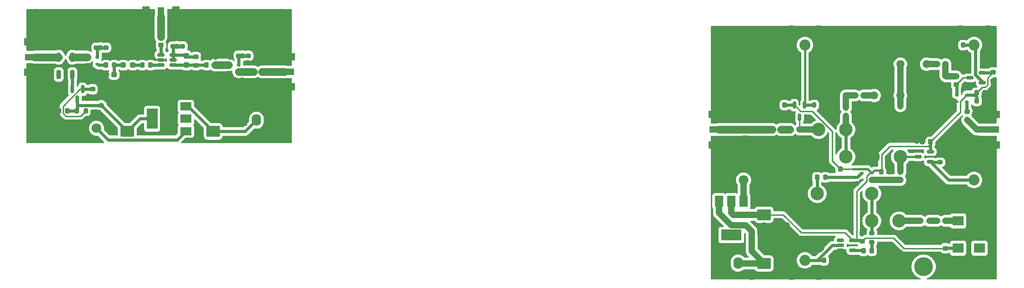
<source format=gbr>
%TF.GenerationSoftware,KiCad,Pcbnew,7.0.6-0*%
%TF.CreationDate,2023-12-30T17:19:21-06:00*%
%TF.ProjectId,MIXER_CORRELATOR,4d495845-525f-4434-9f52-52454c41544f,rev?*%
%TF.SameCoordinates,Original*%
%TF.FileFunction,Copper,L1,Top*%
%TF.FilePolarity,Positive*%
%FSLAX46Y46*%
G04 Gerber Fmt 4.6, Leading zero omitted, Abs format (unit mm)*
G04 Created by KiCad (PCBNEW 7.0.6-0) date 2023-12-30 17:19:21*
%MOMM*%
%LPD*%
G01*
G04 APERTURE LIST*
G04 Aperture macros list*
%AMRoundRect*
0 Rectangle with rounded corners*
0 $1 Rounding radius*
0 $2 $3 $4 $5 $6 $7 $8 $9 X,Y pos of 4 corners*
0 Add a 4 corners polygon primitive as box body*
4,1,4,$2,$3,$4,$5,$6,$7,$8,$9,$2,$3,0*
0 Add four circle primitives for the rounded corners*
1,1,$1+$1,$2,$3*
1,1,$1+$1,$4,$5*
1,1,$1+$1,$6,$7*
1,1,$1+$1,$8,$9*
0 Add four rect primitives between the rounded corners*
20,1,$1+$1,$2,$3,$4,$5,0*
20,1,$1+$1,$4,$5,$6,$7,0*
20,1,$1+$1,$6,$7,$8,$9,0*
20,1,$1+$1,$8,$9,$2,$3,0*%
G04 Aperture macros list end*
%TA.AperFunction,SMDPad,CuDef*%
%ADD10RoundRect,0.150000X0.512500X0.150000X-0.512500X0.150000X-0.512500X-0.150000X0.512500X-0.150000X0*%
%TD*%
%TA.AperFunction,SMDPad,CuDef*%
%ADD11RoundRect,0.225000X-0.225000X-0.250000X0.225000X-0.250000X0.225000X0.250000X-0.225000X0.250000X0*%
%TD*%
%TA.AperFunction,SMDPad,CuDef*%
%ADD12RoundRect,0.225000X-0.250000X0.225000X-0.250000X-0.225000X0.250000X-0.225000X0.250000X0.225000X0*%
%TD*%
%TA.AperFunction,SMDPad,CuDef*%
%ADD13RoundRect,0.225000X0.250000X-0.225000X0.250000X0.225000X-0.250000X0.225000X-0.250000X-0.225000X0*%
%TD*%
%TA.AperFunction,SMDPad,CuDef*%
%ADD14R,3.600000X1.270000*%
%TD*%
%TA.AperFunction,SMDPad,CuDef*%
%ADD15R,4.200000X1.350000*%
%TD*%
%TA.AperFunction,SMDPad,CuDef*%
%ADD16RoundRect,0.237500X-0.237500X0.287500X-0.237500X-0.287500X0.237500X-0.287500X0.237500X0.287500X0*%
%TD*%
%TA.AperFunction,SMDPad,CuDef*%
%ADD17R,1.270000X3.600000*%
%TD*%
%TA.AperFunction,SMDPad,CuDef*%
%ADD18R,1.350000X4.200000*%
%TD*%
%TA.AperFunction,SMDPad,CuDef*%
%ADD19RoundRect,0.225000X0.225000X0.250000X-0.225000X0.250000X-0.225000X-0.250000X0.225000X-0.250000X0*%
%TD*%
%TA.AperFunction,SMDPad,CuDef*%
%ADD20RoundRect,0.200000X0.200000X0.275000X-0.200000X0.275000X-0.200000X-0.275000X0.200000X-0.275000X0*%
%TD*%
%TA.AperFunction,SMDPad,CuDef*%
%ADD21RoundRect,0.200000X-0.275000X0.200000X-0.275000X-0.200000X0.275000X-0.200000X0.275000X0.200000X0*%
%TD*%
%TA.AperFunction,SMDPad,CuDef*%
%ADD22RoundRect,0.200000X0.275000X-0.200000X0.275000X0.200000X-0.275000X0.200000X-0.275000X-0.200000X0*%
%TD*%
%TA.AperFunction,SMDPad,CuDef*%
%ADD23RoundRect,0.237500X-0.287500X-0.237500X0.287500X-0.237500X0.287500X0.237500X-0.287500X0.237500X0*%
%TD*%
%TA.AperFunction,SMDPad,CuDef*%
%ADD24RoundRect,0.250000X1.025000X-0.787500X1.025000X0.787500X-1.025000X0.787500X-1.025000X-0.787500X0*%
%TD*%
%TA.AperFunction,SMDPad,CuDef*%
%ADD25RoundRect,0.237500X0.237500X-0.287500X0.237500X0.287500X-0.237500X0.287500X-0.237500X-0.287500X0*%
%TD*%
%TA.AperFunction,SMDPad,CuDef*%
%ADD26R,0.650000X0.400000*%
%TD*%
%TA.AperFunction,SMDPad,CuDef*%
%ADD27RoundRect,0.200000X-0.200000X-0.275000X0.200000X-0.275000X0.200000X0.275000X-0.200000X0.275000X0*%
%TD*%
%TA.AperFunction,SMDPad,CuDef*%
%ADD28RoundRect,0.237500X0.287500X0.237500X-0.287500X0.237500X-0.287500X-0.237500X0.287500X-0.237500X0*%
%TD*%
%TA.AperFunction,SMDPad,CuDef*%
%ADD29RoundRect,0.197500X-0.197500X0.642500X-0.197500X-0.642500X0.197500X-0.642500X0.197500X0.642500X0*%
%TD*%
%TA.AperFunction,SMDPad,CuDef*%
%ADD30R,2.000000X1.800000*%
%TD*%
%TA.AperFunction,SMDPad,CuDef*%
%ADD31RoundRect,0.150000X-0.150000X0.587500X-0.150000X-0.587500X0.150000X-0.587500X0.150000X0.587500X0*%
%TD*%
%TA.AperFunction,SMDPad,CuDef*%
%ADD32RoundRect,0.150000X-0.512500X-0.150000X0.512500X-0.150000X0.512500X0.150000X-0.512500X0.150000X0*%
%TD*%
%TA.AperFunction,SMDPad,CuDef*%
%ADD33RoundRect,0.150000X-0.150000X0.512500X-0.150000X-0.512500X0.150000X-0.512500X0.150000X0.512500X0*%
%TD*%
%TA.AperFunction,SMDPad,CuDef*%
%ADD34R,1.500000X2.000000*%
%TD*%
%TA.AperFunction,SMDPad,CuDef*%
%ADD35R,3.800000X2.000000*%
%TD*%
%TA.AperFunction,SMDPad,CuDef*%
%ADD36R,2.000000X1.500000*%
%TD*%
%TA.AperFunction,SMDPad,CuDef*%
%ADD37R,2.000000X3.800000*%
%TD*%
%TA.AperFunction,ComponentPad*%
%ADD38C,1.500000*%
%TD*%
%TA.AperFunction,ComponentPad*%
%ADD39RoundRect,0.250000X-0.620000X-0.845000X0.620000X-0.845000X0.620000X0.845000X-0.620000X0.845000X0*%
%TD*%
%TA.AperFunction,ComponentPad*%
%ADD40O,1.740000X2.190000*%
%TD*%
%TA.AperFunction,ComponentPad*%
%ADD41C,2.500000*%
%TD*%
%TA.AperFunction,ComponentPad*%
%ADD42C,2.050000*%
%TD*%
%TA.AperFunction,ComponentPad*%
%ADD43C,2.250000*%
%TD*%
%TA.AperFunction,ComponentPad*%
%ADD44R,1.800000X1.800000*%
%TD*%
%TA.AperFunction,ComponentPad*%
%ADD45C,1.800000*%
%TD*%
%TA.AperFunction,ViaPad*%
%ADD46C,3.500000*%
%TD*%
%TA.AperFunction,ViaPad*%
%ADD47C,1.000000*%
%TD*%
%TA.AperFunction,Conductor*%
%ADD48C,0.250000*%
%TD*%
%TA.AperFunction,Conductor*%
%ADD49C,0.600000*%
%TD*%
%TA.AperFunction,Conductor*%
%ADD50C,0.400000*%
%TD*%
%TA.AperFunction,Conductor*%
%ADD51C,1.200000*%
%TD*%
%TA.AperFunction,Conductor*%
%ADD52C,1.400000*%
%TD*%
G04 APERTURE END LIST*
D10*
%TO.P,Q2,1,S*%
%TO.N,Net-(J11-In)*%
X206329000Y-79545000D03*
%TO.P,Q2,2,D*%
%TO.N,+5V*%
X206329000Y-77645000D03*
%TO.P,Q2,3,G*%
%TO.N,Net-(Q2-G)*%
X204054000Y-78595000D03*
%TD*%
D11*
%TO.P,C34,1*%
%TO.N,GND*%
X204803000Y-75801000D03*
%TO.P,C34,2*%
%TO.N,+5V*%
X206353000Y-75801000D03*
%TD*%
D12*
%TO.P,C11,1*%
%TO.N,GND*%
X77500000Y-58200000D03*
%TO.P,C11,2*%
%TO.N,+5V*%
X77500000Y-59750000D03*
%TD*%
D13*
%TO.P,C36,1*%
%TO.N,Net-(C36-Pad1)*%
X190592000Y-70975000D03*
%TO.P,C36,2*%
%TO.N,Net-(C36-Pad2)*%
X190592000Y-69425000D03*
%TD*%
D14*
%TO.P,J14,1,In*%
%TO.N,Net-(J14-In)*%
X217371500Y-73515000D03*
D15*
%TO.P,J14,2,Ext*%
%TO.N,GND*%
X217171500Y-76340000D03*
X217171500Y-70690000D03*
%TD*%
D12*
%TO.P,C3,1*%
%TO.N,GND*%
X51000000Y-56700000D03*
%TO.P,C3,2*%
%TO.N,+5V*%
X51000000Y-58250000D03*
%TD*%
D13*
%TO.P,C38,1*%
%TO.N,Net-(Q4-G)*%
X211166000Y-65146000D03*
%TO.P,C38,2*%
%TO.N,Net-(C38-Pad2)*%
X211166000Y-63596000D03*
%TD*%
D16*
%TO.P,L7,1*%
%TO.N,Net-(C38-Pad2)*%
X209134000Y-63496000D03*
%TO.P,L7,2*%
%TO.N,GND*%
X209134000Y-65246000D03*
%TD*%
D11*
%TO.P,C49,1*%
%TO.N,Net-(U12-lo)*%
X185232000Y-82405000D03*
%TO.P,C49,2*%
%TO.N,Net-(U11-IN)*%
X186782000Y-82405000D03*
%TD*%
D17*
%TO.P,J2,1,In*%
%TO.N,Net-(J2-In)*%
X63000000Y-52500000D03*
D18*
%TO.P,J2,2,Ext*%
%TO.N,GND*%
X65825000Y-52700000D03*
X60175000Y-52700000D03*
%TD*%
D19*
%TO.P,C42,1*%
%TO.N,GND*%
X216500000Y-66657000D03*
%TO.P,C42,2*%
%TO.N,+5V*%
X214950000Y-66657000D03*
%TD*%
D20*
%TO.P,R4,1*%
%TO.N,GND*%
X188178000Y-97899000D03*
%TO.P,R4,2*%
%TO.N,Net-(J10-In)*%
X186528000Y-97899000D03*
%TD*%
D21*
%TO.P,R5,1*%
%TO.N,GND*%
X208118000Y-77961000D03*
%TO.P,R5,2*%
%TO.N,Net-(J11-In)*%
X208118000Y-79611000D03*
%TD*%
D13*
%TO.P,C46,1*%
%TO.N,+5V*%
X209134000Y-95639000D03*
%TO.P,C46,2*%
%TO.N,GND*%
X209134000Y-94089000D03*
%TD*%
%TO.P,C43,1*%
%TO.N,GND*%
X218024000Y-64397000D03*
%TO.P,C43,2*%
%TO.N,+5V*%
X218024000Y-62847000D03*
%TD*%
D22*
%TO.P,R3,1*%
%TO.N,Net-(C32-Pad2)*%
X195418000Y-94469000D03*
%TO.P,R3,2*%
%TO.N,Net-(R3-Pad2)*%
X195418000Y-92819000D03*
%TD*%
D23*
%TO.P,L5,1*%
%TO.N,Net-(C28-Pad2)*%
X180206000Y-73515000D03*
%TO.P,L5,2*%
%TO.N,Net-(Q3-G)*%
X181956000Y-73515000D03*
%TD*%
D19*
%TO.P,C2,1*%
%TO.N,+5V*%
X45550000Y-70000000D03*
%TO.P,C2,2*%
%TO.N,GND*%
X44000000Y-70000000D03*
%TD*%
D24*
%TO.P,C15,1*%
%TO.N,Net-(J4-Pin_2)*%
X72750000Y-73862500D03*
%TO.P,C15,2*%
%TO.N,GND*%
X72750000Y-67637500D03*
%TD*%
%TO.P,C48,1*%
%TO.N,+5V*%
X175352000Y-89392000D03*
%TO.P,C48,2*%
%TO.N,GND*%
X175352000Y-83167000D03*
%TD*%
D14*
%TO.P,J1,1,In*%
%TO.N,Net-(J1-In)*%
X39462500Y-60000000D03*
D15*
%TO.P,J1,2,Ext*%
%TO.N,GND*%
X39662500Y-57175000D03*
X39662500Y-62825000D03*
%TD*%
D25*
%TO.P,L6,1*%
%TO.N,Net-(C36-Pad2)*%
X190592000Y-67137000D03*
%TO.P,L6,2*%
%TO.N,GND*%
X190592000Y-65387000D03*
%TD*%
D12*
%TO.P,C8,1*%
%TO.N,+5V*%
X69500000Y-59975000D03*
%TO.P,C8,2*%
%TO.N,Net-(U3-IF_{OUT})*%
X69500000Y-61525000D03*
%TD*%
D23*
%TO.P,L2,1*%
%TO.N,Net-(C5-Pad1)*%
X56000000Y-61500000D03*
%TO.P,L2,2*%
%TO.N,Net-(C6-Pad2)*%
X57750000Y-61500000D03*
%TD*%
D26*
%TO.P,U4,1,IN*%
%TO.N,Net-(U4-IN)*%
X75600000Y-61450000D03*
%TO.P,U4,2,GND*%
%TO.N,GND*%
X75600000Y-62750000D03*
%TO.P,U4,3,OUT*%
%TO.N,Net-(U4-OUT)*%
X77500000Y-62750000D03*
%TO.P,U4,4,VD*%
%TO.N,+5V*%
X77500000Y-61450000D03*
%TD*%
D12*
%TO.P,C10,1*%
%TO.N,GND*%
X79250000Y-58200000D03*
%TO.P,C10,2*%
%TO.N,+5V*%
X79250000Y-59750000D03*
%TD*%
D16*
%TO.P,L4,1*%
%TO.N,Net-(J9-In)*%
X173955000Y-73543000D03*
%TO.P,L4,2*%
%TO.N,GND*%
X173955000Y-75293000D03*
%TD*%
D12*
%TO.P,C14,1*%
%TO.N,GND*%
X67000000Y-56450000D03*
%TO.P,C14,2*%
%TO.N,+5V*%
X67000000Y-58000000D03*
%TD*%
D19*
%TO.P,C41,1*%
%TO.N,GND*%
X216526000Y-68181000D03*
%TO.P,C41,2*%
%TO.N,+5V*%
X214976000Y-68181000D03*
%TD*%
D21*
%TO.P,R8,1*%
%TO.N,GND*%
X202784000Y-88883000D03*
%TO.P,R8,2*%
%TO.N,Net-(U12-rf)*%
X202784000Y-90533000D03*
%TD*%
D20*
%TO.P,R9,1*%
%TO.N,Net-(C45-Pad1)*%
X206149000Y-90533000D03*
%TO.P,R9,2*%
%TO.N,Net-(U12-rf)*%
X204499000Y-90533000D03*
%TD*%
D27*
%TO.P,R7,1*%
%TO.N,GND*%
X210786000Y-57767000D03*
%TO.P,R7,2*%
%TO.N,Net-(J13-In)*%
X212436000Y-57767000D03*
%TD*%
D24*
%TO.P,C47,1*%
%TO.N,Net-(J15-Pin_2)*%
X175352000Y-98471500D03*
%TO.P,C47,2*%
%TO.N,GND*%
X175352000Y-92246500D03*
%TD*%
D14*
%TO.P,J3,1,In*%
%TO.N,Net-(J3-In)*%
X86037500Y-62750000D03*
D15*
%TO.P,J3,2,Ext*%
%TO.N,GND*%
X85837500Y-65575000D03*
X85837500Y-59925000D03*
%TD*%
D28*
%TO.P,L1,1*%
%TO.N,Net-(C5-Pad1)*%
X54250000Y-63250000D03*
%TO.P,L1,2*%
%TO.N,GND*%
X52500000Y-63250000D03*
%TD*%
D26*
%TO.P,U11,1,IN*%
%TO.N,Net-(U11-IN)*%
X193518000Y-81613000D03*
%TO.P,U11,2,GND*%
%TO.N,GND*%
X193518000Y-82913000D03*
%TO.P,U11,3,OUT*%
%TO.N,Net-(U11-OUT)*%
X195418000Y-82913000D03*
%TO.P,U11,4,VD*%
%TO.N,+5V*%
X195418000Y-81613000D03*
%TD*%
D13*
%TO.P,C44,1*%
%TO.N,Net-(J14-In)*%
X213198000Y-71750000D03*
%TO.P,C44,2*%
%TO.N,Net-(U14-OUT)*%
X213198000Y-70200000D03*
%TD*%
D29*
%TO.P,U1,1,RF*%
%TO.N,Net-(U1-RF)*%
X46500000Y-60030000D03*
%TO.P,U1,2,RF&DC*%
%TO.N,Net-(J1-In)*%
X43960000Y-60030000D03*
%TO.P,U1,3*%
%TO.N,N/C*%
X43960000Y-63250000D03*
%TO.P,U1,4,DC*%
%TO.N,Net-(Q1-E)*%
X46500000Y-63250000D03*
%TD*%
D12*
%TO.P,C40,1*%
%TO.N,Net-(C40-Pad1)*%
X200752000Y-69171000D03*
%TO.P,C40,2*%
%TO.N,GND*%
X200752000Y-70721000D03*
%TD*%
D30*
%TO.P,X1,1,EN*%
%TO.N,unconnected-(X1-EN-Pad1)*%
X215484000Y-95613000D03*
%TO.P,X1,2,GND*%
%TO.N,GND*%
X215484000Y-90533000D03*
%TO.P,X1,3,OUT*%
%TO.N,Net-(X1-OUT)*%
X211484000Y-90533000D03*
%TO.P,X1,4,Vdd*%
%TO.N,+5V*%
X211484000Y-95613000D03*
%TD*%
D20*
%TO.P,R6,1*%
%TO.N,GND*%
X186337000Y-68943000D03*
%TO.P,R6,2*%
%TO.N,Net-(J12-In)*%
X184687000Y-68943000D03*
%TD*%
D11*
%TO.P,C32,1*%
%TO.N,Net-(C32-Pad1)*%
X193868000Y-96121000D03*
%TO.P,C32,2*%
%TO.N,Net-(C32-Pad2)*%
X195418000Y-96121000D03*
%TD*%
D31*
%TO.P,Q1,1,B*%
%TO.N,Net-(Q1-B)*%
X48400000Y-66000000D03*
%TO.P,Q1,2,E*%
%TO.N,Net-(Q1-E)*%
X46500000Y-66000000D03*
%TO.P,Q1,3,C*%
%TO.N,+5V*%
X47450000Y-67875000D03*
%TD*%
D19*
%TO.P,C12,1*%
%TO.N,Net-(J3-In)*%
X81775000Y-62750000D03*
%TO.P,C12,2*%
%TO.N,Net-(U4-OUT)*%
X80225000Y-62750000D03*
%TD*%
D11*
%TO.P,C28,1*%
%TO.N,Net-(J9-In)*%
X176863000Y-73515000D03*
%TO.P,C28,2*%
%TO.N,Net-(C28-Pad2)*%
X178413000Y-73515000D03*
%TD*%
D19*
%TO.P,C31,1*%
%TO.N,GND*%
X198720000Y-81389000D03*
%TO.P,C31,2*%
%TO.N,+5V*%
X197170000Y-81389000D03*
%TD*%
%TO.P,C39,1*%
%TO.N,Net-(C38-Pad2)*%
X209147000Y-61323000D03*
%TO.P,C39,2*%
%TO.N,Net-(C39-Pad2)*%
X207597000Y-61323000D03*
%TD*%
D25*
%TO.P,L3,1*%
%TO.N,Net-(U3-IF_{OUT})*%
X67750000Y-61500000D03*
%TO.P,L3,2*%
%TO.N,+5V*%
X67750000Y-59750000D03*
%TD*%
D11*
%TO.P,C45,1*%
%TO.N,Net-(C45-Pad1)*%
X207584000Y-90533000D03*
%TO.P,C45,2*%
%TO.N,Net-(X1-OUT)*%
X209134000Y-90533000D03*
%TD*%
D13*
%TO.P,C7,1*%
%TO.N,Net-(U3-LO)*%
X63000000Y-57775000D03*
%TO.P,C7,2*%
%TO.N,Net-(J2-In)*%
X63000000Y-56225000D03*
%TD*%
D10*
%TO.P,Q4,1,S*%
%TO.N,Net-(J13-In)*%
X215992000Y-64813000D03*
%TO.P,Q4,2,D*%
%TO.N,+5V*%
X215992000Y-62913000D03*
%TO.P,Q4,3,G*%
%TO.N,Net-(Q4-G)*%
X213717000Y-63863000D03*
%TD*%
D32*
%TO.P,U13,1*%
%TO.N,N/C*%
X189576000Y-94155000D03*
%TO.P,U13,2*%
%TO.N,Net-(J10-In)*%
X189576000Y-95105000D03*
%TO.P,U13,3*%
%TO.N,GND*%
X189576000Y-96055000D03*
%TO.P,U13,4*%
%TO.N,Net-(C32-Pad1)*%
X191851000Y-96055000D03*
%TO.P,U13,5*%
%TO.N,+5V*%
X191851000Y-94155000D03*
%TD*%
D12*
%TO.P,C27,1*%
%TO.N,Net-(J9-In)*%
X171796000Y-73489000D03*
%TO.P,C27,2*%
%TO.N,GND*%
X171796000Y-75039000D03*
%TD*%
D26*
%TO.P,U2,1,IN*%
%TO.N,Net-(U1-RF)*%
X49250000Y-60000000D03*
%TO.P,U2,2,GND*%
%TO.N,GND*%
X49250000Y-61300000D03*
%TO.P,U2,3,OUT*%
%TO.N,Net-(U2-OUT)*%
X51150000Y-61300000D03*
%TO.P,U2,4,VD*%
%TO.N,+5V*%
X51150000Y-60000000D03*
%TD*%
D27*
%TO.P,R1,1*%
%TO.N,+5V*%
X47350000Y-70000000D03*
%TO.P,R1,2*%
%TO.N,Net-(Q1-B)*%
X49000000Y-70000000D03*
%TD*%
D33*
%TO.P,Q3,1,S*%
%TO.N,Net-(J12-In)*%
X182906000Y-68954000D03*
%TO.P,Q3,2,D*%
%TO.N,+5V*%
X181006000Y-68954000D03*
%TO.P,Q3,3,G*%
%TO.N,Net-(Q3-G)*%
X181956000Y-71229000D03*
%TD*%
D19*
%TO.P,C5,1*%
%TO.N,Net-(C5-Pad1)*%
X54275000Y-61500000D03*
%TO.P,C5,2*%
%TO.N,Net-(U2-OUT)*%
X52725000Y-61500000D03*
%TD*%
%TO.P,C6,1*%
%TO.N,Net-(U3-RF_{IN})*%
X61050000Y-61500000D03*
%TO.P,C6,2*%
%TO.N,Net-(C6-Pad2)*%
X59500000Y-61500000D03*
%TD*%
D14*
%TO.P,J9,1,In*%
%TO.N,Net-(J9-In)*%
X166970000Y-73515000D03*
D15*
%TO.P,J9,2,Ext*%
%TO.N,GND*%
X167170000Y-70690000D03*
X167170000Y-76340000D03*
%TD*%
D11*
%TO.P,C37,1*%
%TO.N,Net-(C36-Pad2)*%
X192344000Y-67165000D03*
%TO.P,C37,2*%
%TO.N,Net-(C37-Pad2)*%
X193894000Y-67165000D03*
%TD*%
D12*
%TO.P,C33,1*%
%TO.N,GND*%
X193640000Y-92806000D03*
%TO.P,C33,2*%
%TO.N,+5V*%
X193640000Y-94356000D03*
%TD*%
D19*
%TO.P,C9,1*%
%TO.N,Net-(U4-IN)*%
X73050000Y-61500000D03*
%TO.P,C9,2*%
%TO.N,Net-(U3-IF_{OUT})*%
X71500000Y-61500000D03*
%TD*%
D11*
%TO.P,C30,1*%
%TO.N,GND*%
X188039000Y-80881000D03*
%TO.P,C30,2*%
%TO.N,+5V*%
X189589000Y-80881000D03*
%TD*%
D24*
%TO.P,C16,1*%
%TO.N,+5V*%
X56750000Y-73862500D03*
%TO.P,C16,2*%
%TO.N,GND*%
X56750000Y-67637500D03*
%TD*%
D13*
%TO.P,C1,1*%
%TO.N,GND*%
X50250000Y-67550000D03*
%TO.P,C1,2*%
%TO.N,Net-(Q1-B)*%
X50250000Y-66000000D03*
%TD*%
D34*
%TO.P,U15,1,GND*%
%TO.N,Net-(D3-A)*%
X171556000Y-86875000D03*
%TO.P,U15,2,VO*%
%TO.N,+5V*%
X169256000Y-86875000D03*
D35*
X169256000Y-93175000D03*
D34*
%TO.P,U15,3,VI*%
%TO.N,Net-(J15-Pin_2)*%
X166956000Y-86875000D03*
%TD*%
D13*
%TO.P,C29,1*%
%TO.N,Net-(U11-OUT)*%
X200752000Y-82913000D03*
%TO.P,C29,2*%
%TO.N,Net-(Q2-G)*%
X200752000Y-81363000D03*
%TD*%
D12*
%TO.P,C13,1*%
%TO.N,GND*%
X65250000Y-56475000D03*
%TO.P,C13,2*%
%TO.N,+5V*%
X65250000Y-58025000D03*
%TD*%
D11*
%TO.P,C35,1*%
%TO.N,GND*%
X177612000Y-68943000D03*
%TO.P,C35,2*%
%TO.N,+5V*%
X179162000Y-68943000D03*
%TD*%
D26*
%TO.P,U14,1,IN*%
%TO.N,Net-(Q4-G)*%
X211232000Y-67023000D03*
%TO.P,U14,2,GND*%
%TO.N,GND*%
X211232000Y-68323000D03*
%TO.P,U14,3,OUT*%
%TO.N,Net-(U14-OUT)*%
X213132000Y-68323000D03*
%TO.P,U14,4,VD*%
%TO.N,+5V*%
X213132000Y-67023000D03*
%TD*%
D36*
%TO.P,U5,1,GND*%
%TO.N,Net-(D1-A)*%
X67650000Y-73800000D03*
%TO.P,U5,2,VO*%
%TO.N,+5V*%
X67650000Y-71500000D03*
D37*
X61350000Y-71500000D03*
D36*
%TO.P,U5,3,VI*%
%TO.N,Net-(J4-Pin_2)*%
X67650000Y-69200000D03*
%TD*%
D32*
%TO.P,U3,1,LO*%
%TO.N,Net-(U3-LO)*%
X63000000Y-59600000D03*
%TO.P,U3,2,GND*%
%TO.N,GND*%
X63000000Y-60550000D03*
%TO.P,U3,3,RF_{IN}*%
%TO.N,Net-(U3-RF_{IN})*%
X63000000Y-61500000D03*
%TO.P,U3,4,IF_{OUT}*%
%TO.N,Net-(U3-IF_{OUT})*%
X65275000Y-61500000D03*
%TO.P,U3,5,V_{CC}*%
%TO.N,+5V*%
X65275000Y-60550000D03*
%TO.P,U3,6,~{SHDN}*%
X65275000Y-59600000D03*
%TD*%
D12*
%TO.P,C4,1*%
%TO.N,GND*%
X52750000Y-56700000D03*
%TO.P,C4,2*%
%TO.N,+5V*%
X52750000Y-58250000D03*
%TD*%
D38*
%TO.P,Y3,1,1*%
%TO.N,Net-(C37-Pad2)*%
X195872000Y-67165000D03*
%TO.P,Y3,2,2*%
%TO.N,Net-(C40-Pad1)*%
X200752000Y-67165000D03*
%TD*%
D39*
%TO.P,J15,1,Pin_1*%
%TO.N,GND*%
X167986000Y-98407000D03*
D40*
%TO.P,J15,2,Pin_2*%
%TO.N,Net-(J15-Pin_2)*%
X170526000Y-98407000D03*
%TD*%
D41*
%TO.P,U12,1,rf*%
%TO.N,Net-(U12-rf)*%
X200498000Y-90533000D03*
%TO.P,U12,2,gnd*%
%TO.N,GND*%
X200498000Y-85453000D03*
%TO.P,U12,3,if*%
%TO.N,Net-(R3-Pad2)*%
X195418000Y-90533000D03*
%TO.P,U12,4,if*%
X195418000Y-85453000D03*
%TO.P,U12,5,gnd*%
%TO.N,GND*%
X190338000Y-90533000D03*
%TO.P,U12,6,gnd*%
X190338000Y-85453000D03*
%TO.P,U12,7,gnd*%
X185258000Y-90533000D03*
%TO.P,U12,8,lo*%
%TO.N,Net-(U12-lo)*%
X185258000Y-85453000D03*
%TD*%
D42*
%TO.P,J10,1,In*%
%TO.N,Net-(J10-In)*%
X182972000Y-97899000D03*
D43*
%TO.P,J10,2,Ext*%
%TO.N,GND*%
X185512000Y-100439000D03*
X185512000Y-95359000D03*
X180432000Y-100439000D03*
X180432000Y-95359000D03*
%TD*%
D41*
%TO.P,U10,1,rf*%
%TO.N,Net-(Q3-G)*%
X185512000Y-73515000D03*
%TO.P,U10,2,gnd*%
%TO.N,GND*%
X185512000Y-78595000D03*
%TO.P,U10,3,if*%
%TO.N,Net-(C36-Pad1)*%
X190592000Y-73515000D03*
%TO.P,U10,4,if*%
X190592000Y-78595000D03*
%TO.P,U10,5,gnd*%
%TO.N,GND*%
X195672000Y-73515000D03*
%TO.P,U10,6,gnd*%
X195672000Y-78595000D03*
%TO.P,U10,7,gnd*%
X200752000Y-73515000D03*
%TO.P,U10,8,lo*%
%TO.N,Net-(Q2-G)*%
X200752000Y-78595000D03*
%TD*%
D44*
%TO.P,D3,1,K*%
%TO.N,GND*%
X171542000Y-80373000D03*
D45*
%TO.P,D3,2,A*%
%TO.N,Net-(D3-A)*%
X171542000Y-82913000D03*
%TD*%
D42*
%TO.P,J13,1,In*%
%TO.N,Net-(J13-In)*%
X214468000Y-57767000D03*
D43*
%TO.P,J13,2,Ext*%
%TO.N,GND*%
X217008000Y-60307000D03*
X217008000Y-55227000D03*
X211928000Y-60307000D03*
X211928000Y-55227000D03*
%TD*%
D44*
%TO.P,D1,1,K*%
%TO.N,GND*%
X51000000Y-70725000D03*
D45*
%TO.P,D1,2,A*%
%TO.N,Net-(D1-A)*%
X51000000Y-73265000D03*
%TD*%
D38*
%TO.P,Y4,1,1*%
%TO.N,Net-(C39-Pad2)*%
X205632000Y-61323000D03*
%TO.P,Y4,2,2*%
%TO.N,Net-(C40-Pad1)*%
X200752000Y-61323000D03*
%TD*%
D42*
%TO.P,J11,1,In*%
%TO.N,Net-(J11-In)*%
X214468000Y-82913000D03*
D43*
%TO.P,J11,2,Ext*%
%TO.N,GND*%
X217008000Y-85453000D03*
X217008000Y-80373000D03*
X211928000Y-85453000D03*
X211928000Y-80373000D03*
%TD*%
D42*
%TO.P,J12,1,In*%
%TO.N,Net-(J12-In)*%
X182972000Y-57767000D03*
D43*
%TO.P,J12,2,Ext*%
%TO.N,GND*%
X185512000Y-60307000D03*
X185512000Y-55227000D03*
X180432000Y-60307000D03*
X180432000Y-55227000D03*
%TD*%
D39*
%TO.P,J4,1,Pin_1*%
%TO.N,GND*%
X78250000Y-71750000D03*
D40*
%TO.P,J4,2,Pin_2*%
%TO.N,Net-(J4-Pin_2)*%
X80790000Y-71750000D03*
%TD*%
D46*
%TO.N,*%
X205070000Y-99060000D03*
D47*
%TO.N,GND*%
X77900000Y-58025000D03*
X203292000Y-56243000D03*
X86900000Y-60775000D03*
X182972000Y-91295000D03*
X85400000Y-64525000D03*
X86900000Y-64525000D03*
X208880000Y-85199000D03*
X199228000Y-81389000D03*
X205578000Y-82151000D03*
X85400000Y-60775000D03*
D46*
X39900000Y-52775000D03*
D47*
X182972000Y-78595000D03*
X203292000Y-82151000D03*
X40400000Y-58025000D03*
X189068000Y-97899000D03*
X60650000Y-51275000D03*
X187798000Y-70866000D03*
X206340000Y-72499000D03*
X40400000Y-62025000D03*
X189068000Y-100693000D03*
X72150000Y-63025000D03*
X50150000Y-75275000D03*
X208118000Y-77071000D03*
X65400000Y-53775000D03*
X200752000Y-96375000D03*
X49400000Y-58025000D03*
X56650000Y-67525000D03*
X61150000Y-57025000D03*
X198212000Y-92710000D03*
X192624000Y-83566000D03*
X171796000Y-75547000D03*
X42400000Y-62025000D03*
X48150000Y-73025000D03*
X61900000Y-63025000D03*
X175352000Y-82151000D03*
X73150000Y-60025000D03*
X42400000Y-58025000D03*
X48150000Y-61775000D03*
X179416000Y-82151000D03*
X75650000Y-63275000D03*
X169764000Y-70467000D03*
X83900000Y-60775000D03*
X47400000Y-58025000D03*
D46*
X85400000Y-52775000D03*
D47*
X199736000Y-56243000D03*
X83900000Y-64525000D03*
X200752000Y-70975000D03*
X175352000Y-91295000D03*
X45150000Y-64775000D03*
D46*
X85400000Y-74275000D03*
D47*
X205578000Y-85199000D03*
X81150000Y-61275000D03*
D46*
X39900000Y-74275000D03*
D47*
X193640000Y-92311000D03*
X78150000Y-64275000D03*
X169764000Y-76563000D03*
X214468000Y-70721000D03*
X81150000Y-64275000D03*
X200752000Y-93581000D03*
X55150000Y-59775000D03*
X203800000Y-75692000D03*
X177130000Y-69070000D03*
X179670000Y-91295000D03*
X58650000Y-59775000D03*
X218024000Y-65895000D03*
X79650000Y-58025000D03*
X60650000Y-53775000D03*
X67150000Y-56275000D03*
X211166000Y-77071000D03*
X75900000Y-60025000D03*
X58650000Y-63025000D03*
X79150000Y-61025000D03*
X214468000Y-76309000D03*
X50150000Y-62525000D03*
X215484000Y-89263000D03*
X206340000Y-69705000D03*
D46*
X168240000Y-57150000D03*
D47*
X173066000Y-101092000D03*
X209134000Y-93327000D03*
X195672000Y-70866000D03*
X217770000Y-68181000D03*
X65400000Y-51275000D03*
X165954000Y-100838000D03*
X65400000Y-56275000D03*
X190592000Y-64879000D03*
X187544000Y-80881000D03*
X173828000Y-70467000D03*
X193132000Y-70866000D03*
X70900000Y-60025000D03*
X173955000Y-76055000D03*
X187036000Y-68943000D03*
D46*
X192370000Y-57150000D03*
D47*
X55900000Y-63025000D03*
X202784000Y-88501000D03*
X45150000Y-58525000D03*
X38400000Y-62025000D03*
X72650000Y-67525000D03*
X179416000Y-76055000D03*
X64150000Y-63025000D03*
X52900000Y-63275000D03*
X52900000Y-59775000D03*
X68650000Y-63025000D03*
X182972000Y-75438000D03*
X38400000Y-58025000D03*
X61150000Y-59775000D03*
%TO.N,+5V*%
X51887500Y-69000000D03*
X78250000Y-59750000D03*
X66000000Y-58000000D03*
X51750000Y-58250000D03*
%TD*%
D48*
%TO.N,GND*%
X203909000Y-75801000D02*
X203800000Y-75692000D01*
X193518000Y-82913000D02*
X193277000Y-82913000D01*
X204803000Y-75801000D02*
X203909000Y-75801000D01*
X193277000Y-82913000D02*
X192624000Y-83566000D01*
%TO.N,Net-(Q1-B)*%
X45322183Y-71025000D02*
X47975000Y-71025000D01*
X44775000Y-70477817D02*
X45322183Y-71025000D01*
X44775000Y-69134251D02*
X44775000Y-70477817D01*
X47975000Y-71025000D02*
X49000000Y-70000000D01*
D49*
X48400000Y-66000000D02*
X50250000Y-66000000D01*
D48*
X47909251Y-66000000D02*
X44775000Y-69134251D01*
X48400000Y-66000000D02*
X47909251Y-66000000D01*
D49*
%TO.N,+5V*%
X65275000Y-58000000D02*
X65250000Y-58025000D01*
D48*
X195085000Y-81613000D02*
X195418000Y-81613000D01*
X182156000Y-70104000D02*
X181006000Y-68954000D01*
D49*
X47450000Y-69000000D02*
X47450000Y-69900000D01*
X211484000Y-95613000D02*
X209160000Y-95613000D01*
X209160000Y-95613000D02*
X209134000Y-95639000D01*
X51150000Y-60000000D02*
X51150000Y-58400000D01*
D48*
X211882000Y-68273000D02*
X213132000Y-67023000D01*
D49*
X77500000Y-61450000D02*
X77500000Y-59750000D01*
X206329000Y-77645000D02*
X206329000Y-76200000D01*
D48*
X197170000Y-81389000D02*
X197247000Y-81312000D01*
D50*
X194686000Y-80881000D02*
X195418000Y-81613000D01*
D48*
X188052000Y-79344000D02*
X188052000Y-73827613D01*
D49*
X215992000Y-62913000D02*
X217958000Y-62913000D01*
X79250000Y-59750000D02*
X78250000Y-59750000D01*
X67975000Y-59975000D02*
X67750000Y-59750000D01*
D50*
X196886000Y-81105000D02*
X197170000Y-81389000D01*
D48*
X191875000Y-80881000D02*
X189589000Y-80881000D01*
X197247000Y-78181000D02*
X198827000Y-76601000D01*
X206353000Y-75801000D02*
X211882000Y-70272000D01*
X199500000Y-93744000D02*
X201395000Y-95639000D01*
X184328387Y-70104000D02*
X182156000Y-70104000D01*
D49*
X180995000Y-68943000D02*
X181006000Y-68954000D01*
D48*
X194493000Y-82205000D02*
X195085000Y-81613000D01*
D49*
X51150000Y-58400000D02*
X51000000Y-58250000D01*
D48*
X215966000Y-65641000D02*
X214950000Y-66657000D01*
D49*
X65275000Y-58050000D02*
X65250000Y-58025000D01*
D50*
X195418000Y-81613000D02*
X195926000Y-81105000D01*
D49*
X217958000Y-62913000D02*
X218024000Y-62847000D01*
D48*
X194493000Y-83113000D02*
X194493000Y-82205000D01*
D49*
X206329000Y-75825000D02*
X206353000Y-75801000D01*
X193439000Y-94155000D02*
X193640000Y-94356000D01*
X65275000Y-59600000D02*
X65275000Y-58050000D01*
X213132000Y-67023000D02*
X214584000Y-67023000D01*
D48*
X188052000Y-73827613D02*
X184328387Y-70104000D01*
X178933727Y-89392000D02*
X182251727Y-92710000D01*
D49*
X47450000Y-67875000D02*
X47450000Y-69000000D01*
D50*
X191875000Y-80881000D02*
X194686000Y-80881000D01*
D48*
X201395000Y-95639000D02*
X209134000Y-95639000D01*
D49*
X214584000Y-67023000D02*
X214950000Y-66657000D01*
X78250000Y-59750000D02*
X77500000Y-59750000D01*
X45550000Y-70000000D02*
X47350000Y-70000000D01*
X66000000Y-58000000D02*
X65275000Y-58000000D01*
D48*
X192624000Y-94155000D02*
X192624000Y-84982000D01*
X216979500Y-63891500D02*
X216979500Y-65159751D01*
X211882000Y-70272000D02*
X211882000Y-68273000D01*
X197247000Y-81312000D02*
X197247000Y-78181000D01*
X192624000Y-84982000D02*
X194493000Y-83113000D01*
X205928000Y-76601000D02*
X206329000Y-76200000D01*
X193640000Y-94356000D02*
X194252000Y-93744000D01*
D51*
X169573000Y-89392000D02*
X169256000Y-89075000D01*
D48*
X218024000Y-62847000D02*
X216979500Y-63891500D01*
D49*
X69500000Y-59975000D02*
X67975000Y-59975000D01*
X191851000Y-94155000D02*
X192624000Y-94155000D01*
D48*
X216498251Y-65641000D02*
X215966000Y-65641000D01*
D51*
X169256000Y-89075000D02*
X169256000Y-86875000D01*
D49*
X206329000Y-76200000D02*
X206329000Y-75825000D01*
D48*
X175352000Y-89392000D02*
X178933727Y-89392000D01*
D49*
X214976000Y-67415000D02*
X214584000Y-67023000D01*
X52750000Y-58250000D02*
X51000000Y-58250000D01*
D48*
X216979500Y-65159751D02*
X216498251Y-65641000D01*
D49*
X214976000Y-68181000D02*
X214976000Y-67415000D01*
D48*
X189589000Y-80881000D02*
X188052000Y-79344000D01*
D49*
X67000000Y-58000000D02*
X66000000Y-58000000D01*
X192624000Y-94155000D02*
X193439000Y-94155000D01*
X51887500Y-69000000D02*
X47450000Y-69000000D01*
X61350000Y-71500000D02*
X59112500Y-71500000D01*
D48*
X198827000Y-76601000D02*
X205928000Y-76601000D01*
D49*
X65275000Y-59600000D02*
X67600000Y-59600000D01*
X56750000Y-73862500D02*
X51887500Y-69000000D01*
X179162000Y-68943000D02*
X180995000Y-68943000D01*
X67600000Y-59600000D02*
X67750000Y-59750000D01*
D50*
X195926000Y-81105000D02*
X196886000Y-81105000D01*
D48*
X182251727Y-92710000D02*
X190406000Y-92710000D01*
D49*
X59112500Y-71500000D02*
X56750000Y-73862500D01*
D51*
X175352000Y-89392000D02*
X169573000Y-89392000D01*
D48*
X194252000Y-93744000D02*
X199500000Y-93744000D01*
X190406000Y-92710000D02*
X191851000Y-94155000D01*
D49*
X65275000Y-59600000D02*
X65275000Y-60550000D01*
X47450000Y-69900000D02*
X47350000Y-70000000D01*
%TO.N,Net-(C5-Pad1)*%
X54275000Y-63225000D02*
X54250000Y-63250000D01*
X56000000Y-61500000D02*
X54275000Y-61500000D01*
X54275000Y-61500000D02*
X54275000Y-63225000D01*
%TO.N,Net-(U2-OUT)*%
X52725000Y-61500000D02*
X51350000Y-61500000D01*
X51350000Y-61500000D02*
X51150000Y-61300000D01*
%TO.N,Net-(U3-RF_{IN})*%
X63000000Y-61500000D02*
X61050000Y-61500000D01*
%TO.N,Net-(C6-Pad2)*%
X59500000Y-61500000D02*
X57750000Y-61500000D01*
%TO.N,Net-(U3-LO)*%
X63000000Y-59600000D02*
X63000000Y-57775000D01*
D52*
%TO.N,Net-(J2-In)*%
X63000000Y-52500000D02*
X63000000Y-56225000D01*
D49*
%TO.N,Net-(U3-IF_{OUT})*%
X67750000Y-61500000D02*
X71500000Y-61500000D01*
X65275000Y-61500000D02*
X67750000Y-61500000D01*
D52*
%TO.N,Net-(U4-IN)*%
X75600000Y-61450000D02*
X73100000Y-61450000D01*
%TO.N,Net-(J3-In)*%
X86037500Y-62750000D02*
X81825000Y-62750000D01*
%TO.N,Net-(U4-OUT)*%
X77500000Y-62750000D02*
X80225000Y-62750000D01*
D49*
%TO.N,Net-(J4-Pin_2)*%
X67650000Y-69200000D02*
X68087500Y-69200000D01*
X78677500Y-73862500D02*
X72750000Y-73862500D01*
X80790000Y-71750000D02*
X78677500Y-73862500D01*
X68087500Y-69200000D02*
X72750000Y-73862500D01*
%TO.N,Net-(D1-A)*%
X53135000Y-75400000D02*
X51000000Y-73265000D01*
X66050000Y-75400000D02*
X53135000Y-75400000D01*
X67650000Y-73800000D02*
X66050000Y-75400000D01*
D52*
%TO.N,Net-(J1-In)*%
X39462500Y-60000000D02*
X43930000Y-60000000D01*
X43930000Y-60000000D02*
X43960000Y-60030000D01*
D49*
%TO.N,Net-(Q1-E)*%
X46500000Y-63250000D02*
X46500000Y-66000000D01*
D52*
%TO.N,Net-(U1-RF)*%
X49250000Y-60000000D02*
X46530000Y-60000000D01*
X46530000Y-60000000D02*
X46500000Y-60030000D01*
%TO.N,Net-(J9-In)*%
X176863000Y-73515000D02*
X166970000Y-73515000D01*
%TO.N,Net-(C28-Pad2)*%
X180206000Y-73515000D02*
X178463000Y-73515000D01*
D50*
%TO.N,Net-(Q2-G)*%
X200752000Y-78595000D02*
X204054000Y-78595000D01*
D51*
X200752000Y-78595000D02*
X200752000Y-81363000D01*
D49*
%TO.N,Net-(C32-Pad1)*%
X193802000Y-96055000D02*
X193868000Y-96121000D01*
X191851000Y-96055000D02*
X193802000Y-96055000D01*
%TO.N,Net-(C32-Pad2)*%
X195418000Y-96121000D02*
X195418000Y-94469000D01*
D51*
%TO.N,Net-(C36-Pad2)*%
X190620000Y-67165000D02*
X190592000Y-67137000D01*
X190592000Y-69425000D02*
X190592000Y-67137000D01*
X192344000Y-67165000D02*
X190620000Y-67165000D01*
%TO.N,Net-(C37-Pad2)*%
X193894000Y-67165000D02*
X195872000Y-67165000D01*
D48*
%TO.N,Net-(Q4-G)*%
X212449000Y-63863000D02*
X213717000Y-63863000D01*
X211166000Y-65146000D02*
X212449000Y-63863000D01*
D49*
X211232000Y-65212000D02*
X211166000Y-65146000D01*
X211232000Y-67023000D02*
X211232000Y-65212000D01*
D51*
%TO.N,Net-(C38-Pad2)*%
X211166000Y-63596000D02*
X209234000Y-63596000D01*
X209147000Y-61323000D02*
X209147000Y-63483000D01*
X209147000Y-63483000D02*
X209134000Y-63496000D01*
X209234000Y-63596000D02*
X209134000Y-63496000D01*
%TO.N,Net-(C39-Pad2)*%
X205632000Y-61323000D02*
X207597000Y-61323000D01*
%TO.N,Net-(C40-Pad1)*%
X200752000Y-67165000D02*
X200752000Y-69171000D01*
X200752000Y-67165000D02*
X200752000Y-61323000D01*
%TO.N,Net-(J14-In)*%
X214963000Y-73515000D02*
X213198000Y-71750000D01*
X217371500Y-73515000D02*
X214963000Y-73515000D01*
D49*
%TO.N,Net-(U14-OUT)*%
X213132000Y-68323000D02*
X213132000Y-70134000D01*
X213132000Y-70134000D02*
X213198000Y-70200000D01*
D51*
%TO.N,Net-(C45-Pad1)*%
X207584000Y-90533000D02*
X206149000Y-90533000D01*
%TO.N,Net-(X1-OUT)*%
X211484000Y-90533000D02*
X209134000Y-90533000D01*
%TO.N,Net-(J15-Pin_2)*%
X166956000Y-86875000D02*
X166956000Y-89075000D01*
X170590500Y-98471500D02*
X170526000Y-98407000D01*
X170526000Y-98407000D02*
X170526000Y-97997076D01*
X169256000Y-91375000D02*
X171956000Y-91375000D01*
X175352000Y-98471500D02*
X170590500Y-98471500D01*
X171956000Y-91375000D02*
X173066000Y-92485000D01*
X173066000Y-92485000D02*
X173066000Y-96185500D01*
X166956000Y-89075000D02*
X169256000Y-91375000D01*
X173066000Y-96185500D02*
X175352000Y-98471500D01*
%TO.N,Net-(D3-A)*%
X171556000Y-82927000D02*
X171542000Y-82913000D01*
X171556000Y-86875000D02*
X171556000Y-82927000D01*
D49*
%TO.N,Net-(J10-In)*%
X185270098Y-97899000D02*
X188064098Y-95105000D01*
X182972000Y-97899000D02*
X185270098Y-97899000D01*
X188064098Y-95105000D02*
X189576000Y-95105000D01*
X186528000Y-97899000D02*
X185270098Y-97899000D01*
%TO.N,Net-(J11-In)*%
X206329000Y-79545000D02*
X209697000Y-82913000D01*
X206395000Y-79611000D02*
X206329000Y-79545000D01*
X209697000Y-82913000D02*
X214468000Y-82913000D01*
X208118000Y-79611000D02*
X206395000Y-79611000D01*
D50*
%TO.N,Net-(J12-In)*%
X182972000Y-68888000D02*
X182972000Y-57767000D01*
D49*
X184676000Y-68954000D02*
X184687000Y-68943000D01*
D50*
X182906000Y-68954000D02*
X182972000Y-68888000D01*
D49*
X182906000Y-68954000D02*
X184676000Y-68954000D01*
%TO.N,Net-(J13-In)*%
X214468000Y-57767000D02*
X214729500Y-58028500D01*
X212436000Y-57767000D02*
X214468000Y-57767000D01*
X215992000Y-64556261D02*
X215992000Y-64813000D01*
X214729500Y-63293761D02*
X215992000Y-64556261D01*
X214729500Y-58028500D02*
X214729500Y-63293761D01*
D51*
%TO.N,Net-(Q3-G)*%
X181956000Y-73515000D02*
X185512000Y-73515000D01*
D48*
X181956000Y-71229000D02*
X181956000Y-73515000D01*
D51*
%TO.N,Net-(U12-rf)*%
X204499000Y-90533000D02*
X200498000Y-90533000D01*
D49*
%TO.N,Net-(U11-IN)*%
X186782000Y-82405000D02*
X192726000Y-82405000D01*
X192726000Y-82405000D02*
X193518000Y-81613000D01*
D51*
%TO.N,Net-(C36-Pad1)*%
X190592000Y-73515000D02*
X190592000Y-70975000D01*
D49*
X190592000Y-73515000D02*
X190592000Y-78595000D01*
%TO.N,Net-(R3-Pad2)*%
X195418000Y-92819000D02*
X195418000Y-90533000D01*
X195418000Y-85453000D02*
X195418000Y-90533000D01*
D51*
%TO.N,Net-(U11-OUT)*%
X200752000Y-82913000D02*
X195418000Y-82913000D01*
D49*
%TO.N,Net-(U12-lo)*%
X185232000Y-82405000D02*
X185232000Y-85427000D01*
X185232000Y-85427000D02*
X185258000Y-85453000D01*
%TD*%
%TA.AperFunction,Conductor*%
%TO.N,GND*%
G36*
X45275276Y-60299942D02*
G01*
X45330499Y-60342745D01*
X45350705Y-60386988D01*
X45356856Y-60413139D01*
X45356860Y-60413151D01*
X45446721Y-60616668D01*
X45572457Y-60800220D01*
X45572462Y-60800226D01*
X45607118Y-60834882D01*
X45637822Y-60885671D01*
X45661318Y-60961069D01*
X45661319Y-60961073D01*
X45749007Y-61106128D01*
X45749010Y-61106132D01*
X45868868Y-61225990D01*
X46013928Y-61313681D01*
X46175758Y-61364110D01*
X46246079Y-61370500D01*
X46753920Y-61370499D01*
X46753927Y-61370499D01*
X46824235Y-61364111D01*
X46824236Y-61364110D01*
X46824242Y-61364110D01*
X46986072Y-61313681D01*
X47131129Y-61225992D01*
X47137551Y-61222110D01*
X47138411Y-61223533D01*
X47194894Y-61201040D01*
X47206457Y-61200500D01*
X49305499Y-61200500D01*
X49305503Y-61200500D01*
X49471536Y-61185115D01*
X49685528Y-61124229D01*
X49884689Y-61025058D01*
X50062236Y-60890981D01*
X50149236Y-60795546D01*
X50208943Y-60759268D01*
X50278791Y-60761028D01*
X50336599Y-60800271D01*
X50364013Y-60864537D01*
X50357053Y-60922418D01*
X50330910Y-60992513D01*
X50330909Y-60992517D01*
X50324500Y-61052127D01*
X50324500Y-61052134D01*
X50324500Y-61052135D01*
X50324500Y-61547870D01*
X50324501Y-61547876D01*
X50330908Y-61607483D01*
X50381202Y-61742328D01*
X50381206Y-61742335D01*
X50467452Y-61857544D01*
X50467455Y-61857547D01*
X50582664Y-61943793D01*
X50582673Y-61943798D01*
X50683464Y-61981390D01*
X50727813Y-62009891D01*
X50847738Y-62129816D01*
X50883103Y-62152037D01*
X50888768Y-62156057D01*
X50921414Y-62182092D01*
X50959038Y-62200210D01*
X50965123Y-62203574D01*
X51000478Y-62225789D01*
X51039899Y-62239583D01*
X51046307Y-62242238D01*
X51083939Y-62260360D01*
X51124641Y-62269650D01*
X51131328Y-62271576D01*
X51156001Y-62280209D01*
X51170745Y-62285368D01*
X51212241Y-62290043D01*
X51219093Y-62291207D01*
X51259806Y-62300500D01*
X51305046Y-62300500D01*
X51975440Y-62300500D01*
X52040538Y-62319615D01*
X52040809Y-62319177D01*
X52042410Y-62320164D01*
X52042479Y-62320185D01*
X52042706Y-62320347D01*
X52191294Y-62411998D01*
X52191297Y-62411999D01*
X52191303Y-62412003D01*
X52352292Y-62465349D01*
X52451655Y-62475500D01*
X52998344Y-62475499D01*
X52998352Y-62475498D01*
X52998355Y-62475498D01*
X53052760Y-62469940D01*
X53097708Y-62465349D01*
X53195606Y-62432908D01*
X53265430Y-62430507D01*
X53325473Y-62466238D01*
X53356666Y-62528758D01*
X53349106Y-62598218D01*
X53340146Y-62615711D01*
X53289095Y-62698477D01*
X53289091Y-62698484D01*
X53289092Y-62698484D01*
X53234826Y-62862247D01*
X53234826Y-62862248D01*
X53234825Y-62862248D01*
X53224500Y-62963315D01*
X53224500Y-63536669D01*
X53224501Y-63536687D01*
X53234825Y-63637752D01*
X53254301Y-63696525D01*
X53289092Y-63801516D01*
X53379660Y-63948350D01*
X53501650Y-64070340D01*
X53648484Y-64160908D01*
X53812247Y-64215174D01*
X53913323Y-64225500D01*
X54586676Y-64225499D01*
X54586684Y-64225498D01*
X54586687Y-64225498D01*
X54642030Y-64219844D01*
X54687753Y-64215174D01*
X54851516Y-64160908D01*
X54998350Y-64070340D01*
X55120340Y-63948350D01*
X55210908Y-63801516D01*
X55265174Y-63637753D01*
X55275500Y-63536677D01*
X55275499Y-62963324D01*
X55265174Y-62862247D01*
X55210908Y-62698484D01*
X55120340Y-62551650D01*
X55111818Y-62543128D01*
X55078333Y-62481805D01*
X55075499Y-62455447D01*
X55075499Y-62433863D01*
X55095184Y-62366824D01*
X55147988Y-62321069D01*
X55217146Y-62311125D01*
X55264596Y-62328325D01*
X55398475Y-62410903D01*
X55398478Y-62410904D01*
X55398484Y-62410908D01*
X55562247Y-62465174D01*
X55663323Y-62475500D01*
X56336676Y-62475499D01*
X56336684Y-62475498D01*
X56336687Y-62475498D01*
X56392030Y-62469844D01*
X56437753Y-62465174D01*
X56601516Y-62410908D01*
X56748350Y-62320340D01*
X56787319Y-62281370D01*
X56848642Y-62247886D01*
X56918334Y-62252870D01*
X56962681Y-62281370D01*
X57001650Y-62320340D01*
X57148484Y-62410908D01*
X57312247Y-62465174D01*
X57413323Y-62475500D01*
X58086676Y-62475499D01*
X58086684Y-62475498D01*
X58086687Y-62475498D01*
X58142030Y-62469844D01*
X58187753Y-62465174D01*
X58351516Y-62410908D01*
X58498350Y-62320340D01*
X58498351Y-62320338D01*
X58500585Y-62318961D01*
X58565682Y-62300500D01*
X58750440Y-62300500D01*
X58815538Y-62319615D01*
X58815809Y-62319177D01*
X58817410Y-62320164D01*
X58817479Y-62320185D01*
X58817706Y-62320347D01*
X58966294Y-62411998D01*
X58966297Y-62411999D01*
X58966303Y-62412003D01*
X59127292Y-62465349D01*
X59226655Y-62475500D01*
X59773344Y-62475499D01*
X59773352Y-62475498D01*
X59773355Y-62475498D01*
X59827760Y-62469940D01*
X59872708Y-62465349D01*
X60033697Y-62412003D01*
X60178044Y-62322968D01*
X60187315Y-62313696D01*
X60248638Y-62280209D01*
X60318330Y-62285191D01*
X60362684Y-62313696D01*
X60371956Y-62322968D01*
X60516294Y-62411998D01*
X60516297Y-62411999D01*
X60516303Y-62412003D01*
X60677292Y-62465349D01*
X60776655Y-62475500D01*
X61323344Y-62475499D01*
X61323352Y-62475498D01*
X61323355Y-62475498D01*
X61377760Y-62469940D01*
X61422708Y-62465349D01*
X61583697Y-62412003D01*
X61599851Y-62402038D01*
X61734191Y-62319177D01*
X61735868Y-62321896D01*
X61787466Y-62301091D01*
X61799560Y-62300500D01*
X63578196Y-62300500D01*
X63596631Y-62299049D01*
X63615069Y-62297598D01*
X63615071Y-62297597D01*
X63615073Y-62297597D01*
X63674922Y-62280209D01*
X63772898Y-62251744D01*
X63914365Y-62168081D01*
X64030581Y-62051865D01*
X64030767Y-62051549D01*
X64030977Y-62051353D01*
X64035361Y-62045702D01*
X64036272Y-62046409D01*
X64081836Y-62003866D01*
X64150577Y-61991362D01*
X64215167Y-62018006D01*
X64239355Y-62045921D01*
X64239639Y-62045702D01*
X64243679Y-62050911D01*
X64244232Y-62051548D01*
X64244419Y-62051865D01*
X64244421Y-62051867D01*
X64244423Y-62051870D01*
X64360629Y-62168076D01*
X64360633Y-62168079D01*
X64360635Y-62168081D01*
X64502102Y-62251744D01*
X64505978Y-62252870D01*
X64659926Y-62297597D01*
X64659929Y-62297597D01*
X64659931Y-62297598D01*
X64672222Y-62298565D01*
X64696804Y-62300500D01*
X64696806Y-62300500D01*
X65230046Y-62300500D01*
X66930448Y-62300500D01*
X66997487Y-62320185D01*
X67018129Y-62336819D01*
X67051650Y-62370340D01*
X67198484Y-62460908D01*
X67362247Y-62515174D01*
X67463323Y-62525500D01*
X68036676Y-62525499D01*
X68036684Y-62525498D01*
X68036687Y-62525498D01*
X68092555Y-62519791D01*
X68137753Y-62515174D01*
X68301516Y-62460908D01*
X68448350Y-62370340D01*
X68481871Y-62336819D01*
X68543194Y-62303334D01*
X68569552Y-62300500D01*
X68725440Y-62300500D01*
X68790538Y-62319615D01*
X68790809Y-62319177D01*
X68792410Y-62320164D01*
X68792479Y-62320185D01*
X68792706Y-62320347D01*
X68941294Y-62411998D01*
X68941297Y-62411999D01*
X68941303Y-62412003D01*
X69102292Y-62465349D01*
X69201655Y-62475500D01*
X69798344Y-62475499D01*
X69798352Y-62475498D01*
X69798355Y-62475498D01*
X69852760Y-62469940D01*
X69897708Y-62465349D01*
X70058697Y-62412003D01*
X70074851Y-62402038D01*
X70209191Y-62319177D01*
X70210868Y-62321896D01*
X70262466Y-62301091D01*
X70274560Y-62300500D01*
X70750440Y-62300500D01*
X70815538Y-62319615D01*
X70815809Y-62319177D01*
X70817410Y-62320164D01*
X70817479Y-62320185D01*
X70817706Y-62320347D01*
X70966294Y-62411998D01*
X70966297Y-62411999D01*
X70966303Y-62412003D01*
X71127292Y-62465349D01*
X71226655Y-62475500D01*
X71773344Y-62475499D01*
X71773352Y-62475498D01*
X71773355Y-62475498D01*
X71827760Y-62469940D01*
X71872708Y-62465349D01*
X72033697Y-62412003D01*
X72153146Y-62338325D01*
X72220535Y-62319885D01*
X72287199Y-62340807D01*
X72292948Y-62344895D01*
X72381806Y-62411998D01*
X72465308Y-62475056D01*
X72465316Y-62475061D01*
X72664461Y-62574224D01*
X72664465Y-62574225D01*
X72664472Y-62574229D01*
X72878464Y-62635115D01*
X73044497Y-62650500D01*
X73044501Y-62650500D01*
X75655499Y-62650500D01*
X75655503Y-62650500D01*
X75821536Y-62635115D01*
X76035528Y-62574229D01*
X76120229Y-62532052D01*
X76189013Y-62519791D01*
X76253508Y-62546664D01*
X76293236Y-62604140D01*
X76299500Y-62643053D01*
X76299500Y-62861243D01*
X76340382Y-63079940D01*
X76420752Y-63287398D01*
X76420754Y-63287404D01*
X76537874Y-63476560D01*
X76537876Y-63476562D01*
X76687761Y-63640979D01*
X76865308Y-63775056D01*
X76865316Y-63775061D01*
X77064461Y-63874224D01*
X77064465Y-63874225D01*
X77064472Y-63874229D01*
X77278464Y-63935115D01*
X77444497Y-63950500D01*
X77444501Y-63950500D01*
X80280499Y-63950500D01*
X80280503Y-63950500D01*
X80446536Y-63935115D01*
X80660528Y-63874229D01*
X80806550Y-63801518D01*
X80859683Y-63775061D01*
X80859683Y-63775060D01*
X80859689Y-63775058D01*
X80950274Y-63706651D01*
X81015633Y-63681960D01*
X81083968Y-63696525D01*
X81099725Y-63706652D01*
X81190302Y-63775052D01*
X81190316Y-63775061D01*
X81389461Y-63874224D01*
X81389465Y-63874225D01*
X81389472Y-63874229D01*
X81603464Y-63935115D01*
X81769497Y-63950500D01*
X81769501Y-63950500D01*
X86092999Y-63950500D01*
X86093003Y-63950500D01*
X86259036Y-63935115D01*
X86369420Y-63903707D01*
X86416779Y-63890233D01*
X86450713Y-63885499D01*
X87275500Y-63885499D01*
X87342539Y-63905184D01*
X87388294Y-63957988D01*
X87399500Y-64009499D01*
X87399500Y-75900500D01*
X87379815Y-75967539D01*
X87327011Y-76013294D01*
X87275500Y-76024500D01*
X66856939Y-76024500D01*
X66789900Y-76004815D01*
X66744145Y-75952011D01*
X66734201Y-75882853D01*
X66763226Y-75819297D01*
X66769258Y-75812819D01*
X67495258Y-75086818D01*
X67556581Y-75053333D01*
X67582939Y-75050499D01*
X68697871Y-75050499D01*
X68697872Y-75050499D01*
X68757483Y-75044091D01*
X68892331Y-74993796D01*
X69007546Y-74907546D01*
X69093796Y-74792331D01*
X69144091Y-74657483D01*
X69150500Y-74597873D01*
X69150499Y-73002128D01*
X69144091Y-72942517D01*
X69138203Y-72926731D01*
X69093797Y-72807671D01*
X69093796Y-72807669D01*
X69054868Y-72755668D01*
X69031393Y-72724310D01*
X69006977Y-72658847D01*
X69021828Y-72590574D01*
X69031394Y-72575689D01*
X69093796Y-72492331D01*
X69144091Y-72357483D01*
X69150500Y-72297873D01*
X69150499Y-71694437D01*
X69170183Y-71627400D01*
X69222987Y-71581645D01*
X69292146Y-71571701D01*
X69355702Y-71600726D01*
X69362180Y-71606758D01*
X70938181Y-73182759D01*
X70971666Y-73244082D01*
X70974500Y-73270440D01*
X70974500Y-74700001D01*
X70974501Y-74700018D01*
X70985000Y-74802796D01*
X70985001Y-74802799D01*
X71011782Y-74883617D01*
X71040186Y-74969334D01*
X71132288Y-75118656D01*
X71256344Y-75242712D01*
X71405666Y-75334814D01*
X71572203Y-75389999D01*
X71674991Y-75400500D01*
X73825008Y-75400499D01*
X73927797Y-75389999D01*
X74094334Y-75334814D01*
X74243656Y-75242712D01*
X74367712Y-75118656D01*
X74459814Y-74969334D01*
X74514999Y-74802797D01*
X74517900Y-74774398D01*
X74544295Y-74709707D01*
X74601476Y-74669555D01*
X74641258Y-74663000D01*
X78767694Y-74663000D01*
X78801749Y-74655226D01*
X78808405Y-74653708D01*
X78815260Y-74652543D01*
X78856755Y-74647868D01*
X78896180Y-74634071D01*
X78902821Y-74632158D01*
X78943561Y-74622860D01*
X78981193Y-74604736D01*
X78987605Y-74602080D01*
X79027022Y-74588289D01*
X79062389Y-74566065D01*
X79068461Y-74562709D01*
X79106087Y-74544591D01*
X79138736Y-74518552D01*
X79144395Y-74514537D01*
X79179762Y-74492316D01*
X79307316Y-74364762D01*
X79307316Y-74364761D01*
X80334417Y-73337659D01*
X80395738Y-73304176D01*
X80458407Y-73306778D01*
X80500215Y-73319582D01*
X80500220Y-73319583D01*
X80731624Y-73349216D01*
X80964707Y-73339314D01*
X81192765Y-73290164D01*
X81409235Y-73203179D01*
X81607891Y-73080862D01*
X81783018Y-72926731D01*
X81929578Y-72745220D01*
X81929578Y-72745219D01*
X82043353Y-72541554D01*
X82043354Y-72541552D01*
X82121073Y-72321584D01*
X82160500Y-72091647D01*
X82160500Y-71466784D01*
X82158960Y-71448689D01*
X82145671Y-71292553D01*
X82145670Y-71292551D01*
X82145670Y-71292547D01*
X82086885Y-71066781D01*
X81990792Y-70854198D01*
X81860153Y-70660912D01*
X81698728Y-70492484D01*
X81698727Y-70492483D01*
X81698726Y-70492482D01*
X81511165Y-70353762D01*
X81503704Y-70350000D01*
X81302847Y-70248730D01*
X81079780Y-70180417D01*
X81079778Y-70180416D01*
X81079776Y-70180416D01*
X80848370Y-70150783D01*
X80615299Y-70160685D01*
X80615290Y-70160686D01*
X80387233Y-70209836D01*
X80387230Y-70209837D01*
X80170768Y-70296819D01*
X79972110Y-70419137D01*
X79796980Y-70573270D01*
X79796977Y-70573273D01*
X79650426Y-70754773D01*
X79650421Y-70754779D01*
X79536646Y-70958445D01*
X79458929Y-71178408D01*
X79458926Y-71178420D01*
X79419500Y-71408344D01*
X79419499Y-71408353D01*
X79419500Y-71937060D01*
X79399815Y-72004099D01*
X79383181Y-72024741D01*
X78382241Y-73025681D01*
X78320918Y-73059166D01*
X78294560Y-73062000D01*
X74641258Y-73062000D01*
X74574219Y-73042315D01*
X74528464Y-72989511D01*
X74517900Y-72950602D01*
X74517074Y-72942516D01*
X74514999Y-72922203D01*
X74459814Y-72755666D01*
X74367712Y-72606344D01*
X74243656Y-72482288D01*
X74094334Y-72390186D01*
X73927797Y-72335001D01*
X73927795Y-72335000D01*
X73825016Y-72324500D01*
X73825009Y-72324500D01*
X72395440Y-72324500D01*
X72328401Y-72304815D01*
X72307759Y-72288181D01*
X69186818Y-69167240D01*
X69153333Y-69105917D01*
X69150499Y-69079559D01*
X69150499Y-68402129D01*
X69150498Y-68402123D01*
X69150497Y-68402116D01*
X69144091Y-68342517D01*
X69093796Y-68207669D01*
X69093795Y-68207668D01*
X69093793Y-68207664D01*
X69007547Y-68092455D01*
X69007544Y-68092452D01*
X68892335Y-68006206D01*
X68892328Y-68006202D01*
X68757482Y-67955908D01*
X68757483Y-67955908D01*
X68697883Y-67949501D01*
X68697881Y-67949500D01*
X68697873Y-67949500D01*
X68697864Y-67949500D01*
X66602129Y-67949500D01*
X66602123Y-67949501D01*
X66542516Y-67955908D01*
X66407671Y-68006202D01*
X66407664Y-68006206D01*
X66292455Y-68092452D01*
X66292452Y-68092455D01*
X66206206Y-68207664D01*
X66206202Y-68207671D01*
X66155908Y-68342517D01*
X66153019Y-68369393D01*
X66149501Y-68402123D01*
X66149500Y-68402135D01*
X66149500Y-69997870D01*
X66149501Y-69997876D01*
X66155908Y-70057483D01*
X66206202Y-70192328D01*
X66206203Y-70192330D01*
X66268606Y-70275689D01*
X66293023Y-70341153D01*
X66278172Y-70409426D01*
X66268606Y-70424311D01*
X66206203Y-70507669D01*
X66206202Y-70507671D01*
X66155908Y-70642517D01*
X66149501Y-70702116D01*
X66149500Y-70702135D01*
X66149500Y-72297870D01*
X66149501Y-72297876D01*
X66155908Y-72357483D01*
X66206202Y-72492328D01*
X66206203Y-72492330D01*
X66268606Y-72575689D01*
X66293023Y-72641153D01*
X66278172Y-72709426D01*
X66268606Y-72724311D01*
X66206203Y-72807669D01*
X66206202Y-72807671D01*
X66155908Y-72942517D01*
X66150856Y-72989511D01*
X66149501Y-73002123D01*
X66149500Y-73002135D01*
X66149500Y-74117059D01*
X66129815Y-74184098D01*
X66113181Y-74204740D01*
X65754741Y-74563181D01*
X65693418Y-74596666D01*
X65667060Y-74599500D01*
X58649500Y-74599500D01*
X58582461Y-74579815D01*
X58536706Y-74527011D01*
X58525500Y-74475500D01*
X58525499Y-73270440D01*
X58545184Y-73203401D01*
X58561818Y-73182759D01*
X59407759Y-72336819D01*
X59469082Y-72303334D01*
X59495440Y-72300500D01*
X59725501Y-72300500D01*
X59792540Y-72320185D01*
X59838295Y-72372989D01*
X59849501Y-72424500D01*
X59849501Y-73447876D01*
X59855908Y-73507483D01*
X59906202Y-73642328D01*
X59906206Y-73642335D01*
X59992452Y-73757544D01*
X59992455Y-73757547D01*
X60107664Y-73843793D01*
X60107671Y-73843797D01*
X60242517Y-73894091D01*
X60242516Y-73894091D01*
X60249444Y-73894835D01*
X60302127Y-73900500D01*
X62397872Y-73900499D01*
X62457483Y-73894091D01*
X62592331Y-73843796D01*
X62707546Y-73757546D01*
X62793796Y-73642331D01*
X62844091Y-73507483D01*
X62850500Y-73447873D01*
X62850499Y-69552128D01*
X62844091Y-69492517D01*
X62793796Y-69357669D01*
X62793795Y-69357668D01*
X62793793Y-69357664D01*
X62707547Y-69242455D01*
X62707544Y-69242452D01*
X62592335Y-69156206D01*
X62592328Y-69156202D01*
X62457482Y-69105908D01*
X62457483Y-69105908D01*
X62397883Y-69099501D01*
X62397881Y-69099500D01*
X62397873Y-69099500D01*
X62397864Y-69099500D01*
X60302129Y-69099500D01*
X60302123Y-69099501D01*
X60242516Y-69105908D01*
X60107671Y-69156202D01*
X60107664Y-69156206D01*
X59992455Y-69242452D01*
X59992452Y-69242455D01*
X59906206Y-69357664D01*
X59906202Y-69357671D01*
X59855908Y-69492517D01*
X59849501Y-69552116D01*
X59849501Y-69552123D01*
X59849500Y-69552135D01*
X59849500Y-70575500D01*
X59829815Y-70642539D01*
X59777011Y-70688294D01*
X59725500Y-70699500D01*
X59202695Y-70699500D01*
X59022306Y-70699500D01*
X59016388Y-70700850D01*
X58981589Y-70708791D01*
X58974735Y-70709955D01*
X58933243Y-70714632D01*
X58893839Y-70728419D01*
X58887158Y-70730344D01*
X58846435Y-70739641D01*
X58808808Y-70757759D01*
X58802385Y-70760420D01*
X58762981Y-70774210D01*
X58762975Y-70774212D01*
X58727622Y-70796425D01*
X58721536Y-70799789D01*
X58683917Y-70817905D01*
X58651263Y-70843945D01*
X58645591Y-70847969D01*
X58610243Y-70870180D01*
X58610240Y-70870182D01*
X58519665Y-70960754D01*
X58519661Y-70960760D01*
X57192240Y-72288181D01*
X57130917Y-72321666D01*
X57104559Y-72324500D01*
X56395440Y-72324500D01*
X56328401Y-72304815D01*
X56307759Y-72288181D01*
X52910368Y-68890790D01*
X52876883Y-68829467D01*
X52874646Y-68815261D01*
X52873524Y-68803871D01*
X52873524Y-68803868D01*
X52816314Y-68615273D01*
X52816311Y-68615269D01*
X52816311Y-68615266D01*
X52723413Y-68441467D01*
X52723409Y-68441460D01*
X52598383Y-68289116D01*
X52446039Y-68164090D01*
X52446032Y-68164086D01*
X52272233Y-68071188D01*
X52272227Y-68071186D01*
X52083632Y-68013976D01*
X52083629Y-68013975D01*
X51887500Y-67994659D01*
X51691370Y-68013975D01*
X51502766Y-68071188D01*
X51328967Y-68164086D01*
X51328965Y-68164087D01*
X51324776Y-68167525D01*
X51320112Y-68171352D01*
X51255804Y-68198666D01*
X51241447Y-68199500D01*
X48374500Y-68199500D01*
X48307461Y-68179815D01*
X48261706Y-68127011D01*
X48250500Y-68075500D01*
X48250500Y-67362000D01*
X48270185Y-67294961D01*
X48322989Y-67249206D01*
X48374500Y-67238000D01*
X48615696Y-67238000D01*
X48634131Y-67236549D01*
X48652569Y-67235098D01*
X48652571Y-67235097D01*
X48652573Y-67235097D01*
X48694191Y-67223005D01*
X48810398Y-67189244D01*
X48951865Y-67105581D01*
X49068081Y-66989365D01*
X49143771Y-66861378D01*
X49194840Y-66813696D01*
X49250503Y-66800500D01*
X49515895Y-66800500D01*
X49580991Y-66818961D01*
X49691303Y-66887003D01*
X49852292Y-66940349D01*
X49951655Y-66950500D01*
X50548344Y-66950499D01*
X50548352Y-66950498D01*
X50548355Y-66950498D01*
X50602760Y-66944940D01*
X50647708Y-66940349D01*
X50808697Y-66887003D01*
X50953044Y-66797968D01*
X51072968Y-66678044D01*
X51162003Y-66533697D01*
X51215349Y-66372708D01*
X51225500Y-66273345D01*
X51225499Y-65726656D01*
X51215349Y-65627292D01*
X51162003Y-65466303D01*
X51161999Y-65466297D01*
X51161998Y-65466294D01*
X51072970Y-65321959D01*
X51072967Y-65321955D01*
X50953044Y-65202032D01*
X50953040Y-65202029D01*
X50808705Y-65113001D01*
X50808699Y-65112998D01*
X50808697Y-65112997D01*
X50808694Y-65112996D01*
X50647709Y-65059651D01*
X50548346Y-65049500D01*
X49951662Y-65049500D01*
X49951644Y-65049501D01*
X49852292Y-65059650D01*
X49852289Y-65059651D01*
X49691305Y-65112996D01*
X49691298Y-65112999D01*
X49627898Y-65152106D01*
X49580991Y-65181038D01*
X49515895Y-65199500D01*
X49250503Y-65199500D01*
X49183464Y-65179815D01*
X49143771Y-65138621D01*
X49128619Y-65113001D01*
X49068081Y-65010635D01*
X49068079Y-65010633D01*
X49068076Y-65010629D01*
X48951870Y-64894423D01*
X48951862Y-64894417D01*
X48810396Y-64810755D01*
X48810393Y-64810754D01*
X48652573Y-64764902D01*
X48652567Y-64764901D01*
X48615696Y-64762000D01*
X48615694Y-64762000D01*
X48184306Y-64762000D01*
X48184304Y-64762000D01*
X48147432Y-64764901D01*
X48147426Y-64764902D01*
X47989606Y-64810754D01*
X47989603Y-64810755D01*
X47848137Y-64894417D01*
X47848129Y-64894423D01*
X47731923Y-65010629D01*
X47731917Y-65010637D01*
X47648255Y-65152103D01*
X47648254Y-65152106D01*
X47602402Y-65309926D01*
X47602401Y-65309932D01*
X47599500Y-65346804D01*
X47599500Y-65385758D01*
X47579815Y-65452797D01*
X47538625Y-65492488D01*
X47522832Y-65501828D01*
X47522830Y-65501830D01*
X47512177Y-65512481D01*
X47450854Y-65545964D01*
X47381163Y-65540977D01*
X47325231Y-65499104D01*
X47300816Y-65433639D01*
X47300500Y-65424797D01*
X47300500Y-65346806D01*
X47300500Y-64894417D01*
X47300499Y-64278798D01*
X47318384Y-64214647D01*
X47338680Y-64181073D01*
X47338681Y-64181072D01*
X47344965Y-64160906D01*
X47389110Y-64019242D01*
X47395500Y-63948921D01*
X47395499Y-62551080D01*
X47395499Y-62551079D01*
X47395499Y-62551071D01*
X47389111Y-62480764D01*
X47389110Y-62480761D01*
X47389110Y-62480758D01*
X47339121Y-62320340D01*
X47338683Y-62318934D01*
X47338680Y-62318926D01*
X47250992Y-62173871D01*
X47250989Y-62173867D01*
X47131132Y-62054010D01*
X47131128Y-62054007D01*
X46986073Y-61966319D01*
X46986068Y-61966317D01*
X46824246Y-61915891D01*
X46824238Y-61915889D01*
X46775003Y-61911415D01*
X46753921Y-61909500D01*
X46753918Y-61909500D01*
X46246071Y-61909500D01*
X46175764Y-61915888D01*
X46175757Y-61915890D01*
X46013934Y-61966316D01*
X46013926Y-61966319D01*
X45868871Y-62054007D01*
X45868867Y-62054010D01*
X45749010Y-62173867D01*
X45749007Y-62173871D01*
X45661319Y-62318926D01*
X45661317Y-62318931D01*
X45610891Y-62480753D01*
X45610889Y-62480761D01*
X45606824Y-62525499D01*
X45605223Y-62543128D01*
X45604500Y-62551081D01*
X45604500Y-63948928D01*
X45610888Y-64019235D01*
X45610890Y-64019242D01*
X45661316Y-64181065D01*
X45661318Y-64181069D01*
X45661319Y-64181072D01*
X45661320Y-64181073D01*
X45681617Y-64214650D01*
X45699499Y-64278798D01*
X45699499Y-65398159D01*
X45699500Y-65398169D01*
X45699500Y-66653196D01*
X45702401Y-66690067D01*
X45702402Y-66690073D01*
X45748254Y-66847893D01*
X45748255Y-66847896D01*
X45802930Y-66940348D01*
X45831919Y-66989365D01*
X45831922Y-66989368D01*
X45845925Y-67003371D01*
X45879410Y-67064694D01*
X45874426Y-67134386D01*
X45845925Y-67178733D01*
X44391208Y-68633450D01*
X44378951Y-68643271D01*
X44379134Y-68643492D01*
X44373123Y-68648464D01*
X44325772Y-68698887D01*
X44304889Y-68719770D01*
X44304877Y-68719783D01*
X44300621Y-68725268D01*
X44296837Y-68729698D01*
X44264937Y-68763669D01*
X44264936Y-68763671D01*
X44255284Y-68781227D01*
X44244610Y-68797477D01*
X44232329Y-68813312D01*
X44232324Y-68813319D01*
X44213815Y-68856089D01*
X44211245Y-68861335D01*
X44188803Y-68902157D01*
X44183822Y-68921558D01*
X44177521Y-68939961D01*
X44169562Y-68958353D01*
X44169561Y-68958356D01*
X44162271Y-69004378D01*
X44161087Y-69010097D01*
X44149501Y-69055223D01*
X44149500Y-69055233D01*
X44149500Y-69075267D01*
X44147973Y-69094666D01*
X44144840Y-69114445D01*
X44144840Y-69114446D01*
X44149225Y-69160834D01*
X44149500Y-69166672D01*
X44149500Y-70395072D01*
X44147775Y-70410689D01*
X44148061Y-70410716D01*
X44147326Y-70418482D01*
X44149500Y-70487631D01*
X44149500Y-70517160D01*
X44149501Y-70517177D01*
X44150368Y-70524048D01*
X44150826Y-70529867D01*
X44152290Y-70576441D01*
X44152291Y-70576444D01*
X44157880Y-70595684D01*
X44161824Y-70614728D01*
X44164336Y-70634609D01*
X44174750Y-70660912D01*
X44181490Y-70677936D01*
X44183382Y-70683464D01*
X44191146Y-70710188D01*
X44196382Y-70728207D01*
X44196507Y-70728419D01*
X44206580Y-70745451D01*
X44215136Y-70762917D01*
X44219609Y-70774212D01*
X44222514Y-70781549D01*
X44249898Y-70819240D01*
X44253106Y-70824124D01*
X44276827Y-70864233D01*
X44276833Y-70864241D01*
X44290990Y-70878397D01*
X44303628Y-70893193D01*
X44315405Y-70909403D01*
X44315406Y-70909404D01*
X44351309Y-70939105D01*
X44355620Y-70943027D01*
X44591001Y-71178408D01*
X44821377Y-71408784D01*
X44831202Y-71421048D01*
X44831423Y-71420866D01*
X44836393Y-71426873D01*
X44836396Y-71426876D01*
X44836397Y-71426877D01*
X44886834Y-71474241D01*
X44907713Y-71495120D01*
X44913187Y-71499366D01*
X44917625Y-71503156D01*
X44951601Y-71535062D01*
X44951605Y-71535064D01*
X44969156Y-71544713D01*
X44985414Y-71555392D01*
X45001247Y-71567674D01*
X45023198Y-71577172D01*
X45044020Y-71586183D01*
X45049264Y-71588752D01*
X45090091Y-71611197D01*
X45109495Y-71616179D01*
X45127893Y-71622478D01*
X45146288Y-71630438D01*
X45192312Y-71637726D01*
X45198015Y-71638907D01*
X45243164Y-71650500D01*
X45263199Y-71650500D01*
X45282596Y-71652026D01*
X45302379Y-71655160D01*
X45348766Y-71650775D01*
X45354605Y-71650500D01*
X47892257Y-71650500D01*
X47907877Y-71652224D01*
X47907904Y-71651939D01*
X47915660Y-71652671D01*
X47915667Y-71652673D01*
X47984814Y-71650500D01*
X48014350Y-71650500D01*
X48021228Y-71649630D01*
X48027041Y-71649172D01*
X48073627Y-71647709D01*
X48092869Y-71642117D01*
X48111912Y-71638174D01*
X48131792Y-71635664D01*
X48175122Y-71618507D01*
X48180646Y-71616617D01*
X48184396Y-71615527D01*
X48225390Y-71603618D01*
X48242629Y-71593422D01*
X48260103Y-71584862D01*
X48278727Y-71577488D01*
X48278727Y-71577487D01*
X48278732Y-71577486D01*
X48316449Y-71550082D01*
X48321305Y-71546892D01*
X48361420Y-71523170D01*
X48375589Y-71508999D01*
X48390379Y-71496368D01*
X48406587Y-71484594D01*
X48436299Y-71448676D01*
X48440212Y-71444376D01*
X48872770Y-71011819D01*
X48934094Y-70978334D01*
X48960452Y-70975500D01*
X49256613Y-70975500D01*
X49256616Y-70975500D01*
X49327196Y-70969086D01*
X49489606Y-70918478D01*
X49635185Y-70830472D01*
X49755472Y-70710185D01*
X49843478Y-70564606D01*
X49894086Y-70402196D01*
X49900500Y-70331616D01*
X49900500Y-69924499D01*
X49920185Y-69857461D01*
X49972989Y-69811706D01*
X50024500Y-69800500D01*
X51241447Y-69800500D01*
X51308486Y-69820185D01*
X51320107Y-69828643D01*
X51328962Y-69835910D01*
X51328963Y-69835910D01*
X51328965Y-69835912D01*
X51328967Y-69835913D01*
X51502766Y-69928811D01*
X51502769Y-69928811D01*
X51502773Y-69928814D01*
X51691368Y-69986024D01*
X51702761Y-69987146D01*
X51767548Y-70013305D01*
X51778290Y-70022868D01*
X54938181Y-73182759D01*
X54971666Y-73244082D01*
X54974500Y-73270440D01*
X54974500Y-73900500D01*
X54974501Y-74475500D01*
X54954816Y-74542539D01*
X54902013Y-74588294D01*
X54850501Y-74599500D01*
X53517940Y-74599500D01*
X53450901Y-74579815D01*
X53430259Y-74563181D01*
X52425034Y-73557956D01*
X52391549Y-73496633D01*
X52389139Y-73460035D01*
X52405300Y-73265005D01*
X52405300Y-73264993D01*
X52386135Y-73033702D01*
X52386133Y-73033691D01*
X52329157Y-72808699D01*
X52235924Y-72596151D01*
X52108983Y-72401852D01*
X52108980Y-72401849D01*
X52108979Y-72401847D01*
X51951784Y-72231087D01*
X51951779Y-72231083D01*
X51951777Y-72231081D01*
X51768634Y-72088535D01*
X51768628Y-72088531D01*
X51564504Y-71978064D01*
X51564495Y-71978061D01*
X51344984Y-71902702D01*
X51173281Y-71874050D01*
X51116049Y-71864500D01*
X50883951Y-71864500D01*
X50838164Y-71872140D01*
X50655015Y-71902702D01*
X50435504Y-71978061D01*
X50435495Y-71978064D01*
X50231371Y-72088531D01*
X50231365Y-72088535D01*
X50048222Y-72231081D01*
X50048219Y-72231084D01*
X50048216Y-72231086D01*
X50048216Y-72231087D01*
X49989267Y-72295121D01*
X49891016Y-72401852D01*
X49764075Y-72596151D01*
X49670842Y-72808699D01*
X49613866Y-73033691D01*
X49613864Y-73033702D01*
X49594700Y-73264993D01*
X49594700Y-73265006D01*
X49613864Y-73496297D01*
X49613866Y-73496308D01*
X49670842Y-73721300D01*
X49764075Y-73933848D01*
X49891016Y-74128147D01*
X49891019Y-74128151D01*
X49891021Y-74128153D01*
X50048216Y-74298913D01*
X50048219Y-74298915D01*
X50048222Y-74298918D01*
X50231365Y-74441464D01*
X50231371Y-74441468D01*
X50231374Y-74441470D01*
X50435497Y-74551936D01*
X50476680Y-74566074D01*
X50655015Y-74627297D01*
X50655017Y-74627297D01*
X50655019Y-74627298D01*
X50883951Y-74665500D01*
X50883952Y-74665500D01*
X51116051Y-74665500D01*
X51142732Y-74661047D01*
X51183672Y-74654215D01*
X51253036Y-74662595D01*
X51291764Y-74688842D01*
X52415740Y-75812819D01*
X52449225Y-75874142D01*
X52444241Y-75943834D01*
X52402369Y-75999767D01*
X52336905Y-76024184D01*
X52328059Y-76024500D01*
X38024500Y-76024500D01*
X37957461Y-76004815D01*
X37911706Y-75952011D01*
X37900500Y-75900500D01*
X37900500Y-63948928D01*
X43064500Y-63948928D01*
X43070888Y-64019235D01*
X43070890Y-64019242D01*
X43121316Y-64181065D01*
X43121319Y-64181073D01*
X43209007Y-64326128D01*
X43209010Y-64326132D01*
X43328868Y-64445990D01*
X43473928Y-64533681D01*
X43635758Y-64584110D01*
X43706079Y-64590500D01*
X44213920Y-64590499D01*
X44213927Y-64590499D01*
X44284235Y-64584111D01*
X44284236Y-64584110D01*
X44284242Y-64584110D01*
X44446072Y-64533681D01*
X44591132Y-64445990D01*
X44710990Y-64326132D01*
X44798681Y-64181072D01*
X44849110Y-64019242D01*
X44855500Y-63948921D01*
X44855499Y-62551080D01*
X44855499Y-62551079D01*
X44855499Y-62551071D01*
X44849111Y-62480764D01*
X44849110Y-62480761D01*
X44849110Y-62480758D01*
X44799121Y-62320340D01*
X44798683Y-62318934D01*
X44798680Y-62318926D01*
X44710992Y-62173871D01*
X44710989Y-62173867D01*
X44591132Y-62054010D01*
X44591128Y-62054007D01*
X44446073Y-61966319D01*
X44446068Y-61966317D01*
X44284246Y-61915891D01*
X44284238Y-61915889D01*
X44235003Y-61911415D01*
X44213921Y-61909500D01*
X44213918Y-61909500D01*
X43706071Y-61909500D01*
X43635764Y-61915888D01*
X43635757Y-61915890D01*
X43473934Y-61966316D01*
X43473926Y-61966319D01*
X43328871Y-62054007D01*
X43328867Y-62054010D01*
X43209010Y-62173867D01*
X43209007Y-62173871D01*
X43121319Y-62318926D01*
X43121317Y-62318931D01*
X43070891Y-62480753D01*
X43070889Y-62480761D01*
X43066824Y-62525499D01*
X43065223Y-62543128D01*
X43064500Y-62551081D01*
X43064500Y-63948928D01*
X37900500Y-63948928D01*
X37900500Y-61259499D01*
X37920185Y-61192460D01*
X37972989Y-61146705D01*
X38024500Y-61135499D01*
X39049287Y-61135499D01*
X39083221Y-61140233D01*
X39148839Y-61158903D01*
X39240964Y-61185115D01*
X39406997Y-61200500D01*
X43253543Y-61200500D01*
X43320582Y-61220185D01*
X43328083Y-61225515D01*
X43328866Y-61225988D01*
X43328868Y-61225990D01*
X43473928Y-61313681D01*
X43635758Y-61364110D01*
X43706079Y-61370500D01*
X44213920Y-61370499D01*
X44213927Y-61370499D01*
X44284235Y-61364111D01*
X44284236Y-61364110D01*
X44284242Y-61364110D01*
X44446072Y-61313681D01*
X44591132Y-61225990D01*
X44710990Y-61106132D01*
X44798681Y-60961072D01*
X44822176Y-60885671D01*
X44852881Y-60834881D01*
X44855843Y-60831919D01*
X44887542Y-60800221D01*
X45013276Y-60616671D01*
X45103142Y-60413143D01*
X45109292Y-60386991D01*
X45143801Y-60326240D01*
X45205677Y-60293789D01*
X45275276Y-60299942D01*
G37*
%TD.AperFunction*%
%TA.AperFunction,Conductor*%
G36*
X87342539Y-51045185D02*
G01*
X87388294Y-51097989D01*
X87399500Y-51149500D01*
X87399500Y-61490500D01*
X87379815Y-61557539D01*
X87327011Y-61603294D01*
X87275500Y-61614500D01*
X86450711Y-61614500D01*
X86416777Y-61609766D01*
X86259037Y-61564885D01*
X86259035Y-61564884D01*
X86141153Y-61553961D01*
X86093003Y-61549500D01*
X81769497Y-61549500D01*
X81724601Y-61553660D01*
X81603464Y-61564884D01*
X81603462Y-61564885D01*
X81389476Y-61625769D01*
X81389461Y-61625775D01*
X81190311Y-61724941D01*
X81099726Y-61793348D01*
X81034365Y-61818039D01*
X80966030Y-61803474D01*
X80950274Y-61793348D01*
X80859688Y-61724941D01*
X80660538Y-61625775D01*
X80660523Y-61625769D01*
X80446537Y-61564885D01*
X80446535Y-61564884D01*
X80328653Y-61553961D01*
X80280503Y-61549500D01*
X80280499Y-61549500D01*
X78449500Y-61549500D01*
X78382461Y-61529815D01*
X78336706Y-61477011D01*
X78325500Y-61425501D01*
X78325499Y-61202130D01*
X78325498Y-61202123D01*
X78324459Y-61192460D01*
X78319091Y-61142517D01*
X78308317Y-61113632D01*
X78300500Y-61070300D01*
X78300500Y-60862754D01*
X78320185Y-60795715D01*
X78372989Y-60749960D01*
X78412346Y-60739351D01*
X78446132Y-60736024D01*
X78634727Y-60678814D01*
X78657726Y-60666520D01*
X78726124Y-60652275D01*
X78755179Y-60658168D01*
X78852292Y-60690349D01*
X78951655Y-60700500D01*
X79548344Y-60700499D01*
X79548352Y-60700498D01*
X79548355Y-60700498D01*
X79602760Y-60694940D01*
X79647708Y-60690349D01*
X79808697Y-60637003D01*
X79953044Y-60547968D01*
X80072968Y-60428044D01*
X80162003Y-60283697D01*
X80215349Y-60122708D01*
X80225500Y-60023345D01*
X80225499Y-59476656D01*
X80215349Y-59377292D01*
X80162003Y-59216303D01*
X80161999Y-59216297D01*
X80161998Y-59216294D01*
X80072970Y-59071959D01*
X80072967Y-59071955D01*
X79953044Y-58952032D01*
X79953040Y-58952029D01*
X79808705Y-58863001D01*
X79808699Y-58862998D01*
X79808697Y-58862997D01*
X79753827Y-58844815D01*
X79647709Y-58809651D01*
X79548346Y-58799500D01*
X78951662Y-58799500D01*
X78951644Y-58799501D01*
X78852292Y-58809650D01*
X78852285Y-58809652D01*
X78755184Y-58841828D01*
X78685356Y-58844229D01*
X78657727Y-58833480D01*
X78634730Y-58821187D01*
X78613955Y-58814885D01*
X78528925Y-58789091D01*
X78446129Y-58763975D01*
X78250000Y-58744659D01*
X78053867Y-58763976D01*
X77925714Y-58802850D01*
X77877118Y-58807547D01*
X77798347Y-58799500D01*
X77201662Y-58799500D01*
X77201644Y-58799501D01*
X77102292Y-58809650D01*
X77102289Y-58809651D01*
X76941305Y-58862996D01*
X76941294Y-58863001D01*
X76796959Y-58952029D01*
X76796955Y-58952032D01*
X76677032Y-59071955D01*
X76677029Y-59071959D01*
X76588001Y-59216294D01*
X76587996Y-59216305D01*
X76534651Y-59377290D01*
X76524500Y-59476647D01*
X76524500Y-60023337D01*
X76524501Y-60023355D01*
X76534650Y-60122707D01*
X76534651Y-60122710D01*
X76587996Y-60283694D01*
X76588001Y-60283705D01*
X76680823Y-60434191D01*
X76678071Y-60435887D01*
X76698887Y-60487244D01*
X76699500Y-60499559D01*
X76699500Y-60554051D01*
X76679815Y-60621090D01*
X76627011Y-60666845D01*
X76557853Y-60676789D01*
X76494297Y-60647764D01*
X76483863Y-60637590D01*
X76412235Y-60559018D01*
X76234691Y-60424943D01*
X76234683Y-60424938D01*
X76035538Y-60325775D01*
X76035523Y-60325769D01*
X75821537Y-60264885D01*
X75821535Y-60264884D01*
X75703653Y-60253961D01*
X75655503Y-60249500D01*
X73044497Y-60249500D01*
X72999601Y-60253660D01*
X72878464Y-60264884D01*
X72878462Y-60264885D01*
X72664476Y-60325769D01*
X72664461Y-60325775D01*
X72465316Y-60424938D01*
X72465308Y-60424943D01*
X72287768Y-60559015D01*
X72287765Y-60559018D01*
X72287764Y-60559019D01*
X72260349Y-60589092D01*
X72248659Y-60601915D01*
X72188947Y-60638195D01*
X72119099Y-60636433D01*
X72091926Y-60623913D01*
X72033705Y-60588001D01*
X72033699Y-60587998D01*
X72033697Y-60587997D01*
X71995983Y-60575500D01*
X71872709Y-60534651D01*
X71773346Y-60524500D01*
X71226662Y-60524500D01*
X71226644Y-60524501D01*
X71127292Y-60534650D01*
X71127289Y-60534651D01*
X70966305Y-60587996D01*
X70966294Y-60588001D01*
X70815809Y-60680823D01*
X70814131Y-60678103D01*
X70762534Y-60698909D01*
X70750440Y-60699500D01*
X70516489Y-60699500D01*
X70449450Y-60679815D01*
X70403695Y-60627011D01*
X70393751Y-60557853D01*
X70409160Y-60515343D01*
X70408949Y-60515245D01*
X70410059Y-60512864D01*
X70410952Y-60510401D01*
X70411999Y-60508703D01*
X70412003Y-60508697D01*
X70465349Y-60347708D01*
X70475500Y-60248345D01*
X70475499Y-59701656D01*
X70474565Y-59692517D01*
X70465349Y-59602292D01*
X70465348Y-59602289D01*
X70412003Y-59441303D01*
X70411999Y-59441297D01*
X70411998Y-59441294D01*
X70322970Y-59296959D01*
X70322967Y-59296955D01*
X70203044Y-59177032D01*
X70203040Y-59177029D01*
X70058705Y-59088001D01*
X70058699Y-59087998D01*
X70058697Y-59087997D01*
X69958098Y-59054662D01*
X69897709Y-59034651D01*
X69798346Y-59024500D01*
X69201662Y-59024500D01*
X69201644Y-59024501D01*
X69102292Y-59034650D01*
X69102289Y-59034651D01*
X68941305Y-59087996D01*
X68941298Y-59087999D01*
X68862203Y-59136786D01*
X68830991Y-59156038D01*
X68765895Y-59174500D01*
X68746162Y-59174500D01*
X68679123Y-59154815D01*
X68640624Y-59115597D01*
X68570342Y-59001653D01*
X68570339Y-59001649D01*
X68448351Y-58879661D01*
X68448350Y-58879660D01*
X68343333Y-58814885D01*
X68301518Y-58789093D01*
X68301513Y-58789091D01*
X68278958Y-58781617D01*
X68137753Y-58734826D01*
X68137751Y-58734825D01*
X68036684Y-58724500D01*
X68036677Y-58724500D01*
X68016489Y-58724500D01*
X67949450Y-58704815D01*
X67903695Y-58652011D01*
X67893751Y-58582853D01*
X67909160Y-58540343D01*
X67908949Y-58540245D01*
X67910059Y-58537864D01*
X67910952Y-58535401D01*
X67911999Y-58533703D01*
X67912003Y-58533697D01*
X67965349Y-58372708D01*
X67975500Y-58273345D01*
X67975499Y-57726656D01*
X67974441Y-57716303D01*
X67965349Y-57627292D01*
X67965348Y-57627289D01*
X67912003Y-57466303D01*
X67911999Y-57466297D01*
X67911998Y-57466294D01*
X67822970Y-57321959D01*
X67822967Y-57321955D01*
X67703044Y-57202032D01*
X67703040Y-57202029D01*
X67558705Y-57113001D01*
X67558699Y-57112998D01*
X67558697Y-57112997D01*
X67545334Y-57108569D01*
X67397709Y-57059651D01*
X67298346Y-57049500D01*
X66701662Y-57049500D01*
X66701644Y-57049501D01*
X66602292Y-57059650D01*
X66602285Y-57059652D01*
X66505184Y-57091828D01*
X66435356Y-57094229D01*
X66407727Y-57083480D01*
X66384730Y-57071187D01*
X66313241Y-57049501D01*
X66280128Y-57039456D01*
X66196129Y-57013975D01*
X66000000Y-56994659D01*
X65803869Y-57013975D01*
X65614065Y-57071552D01*
X65565469Y-57076249D01*
X65548347Y-57074500D01*
X64951662Y-57074500D01*
X64951644Y-57074501D01*
X64852292Y-57084650D01*
X64852289Y-57084651D01*
X64691305Y-57137996D01*
X64691294Y-57138001D01*
X64546959Y-57227029D01*
X64546955Y-57227032D01*
X64427032Y-57346955D01*
X64427029Y-57346959D01*
X64338001Y-57491294D01*
X64337996Y-57491305D01*
X64284651Y-57652290D01*
X64274500Y-57751647D01*
X64274500Y-58298337D01*
X64274501Y-58298355D01*
X64284650Y-58397707D01*
X64284651Y-58397710D01*
X64337996Y-58558694D01*
X64338001Y-58558705D01*
X64427029Y-58703040D01*
X64427032Y-58703044D01*
X64433139Y-58709151D01*
X64466624Y-58770474D01*
X64461640Y-58840166D01*
X64419768Y-58896099D01*
X64408580Y-58903563D01*
X64360640Y-58931914D01*
X64360629Y-58931923D01*
X64244423Y-59048129D01*
X64244414Y-59048140D01*
X64244229Y-59048455D01*
X64244019Y-59048650D01*
X64239639Y-59054298D01*
X64238727Y-59053591D01*
X64193157Y-59096136D01*
X64124415Y-59108637D01*
X64059827Y-59081988D01*
X64035643Y-59054078D01*
X64035361Y-59054298D01*
X64031323Y-59049092D01*
X64030771Y-59048455D01*
X64030585Y-59048140D01*
X64030576Y-59048129D01*
X63914370Y-58931923D01*
X63914367Y-58931921D01*
X63914365Y-58931919D01*
X63861376Y-58900581D01*
X63813694Y-58849512D01*
X63800499Y-58793853D01*
X63800499Y-58524560D01*
X63819614Y-58459462D01*
X63819176Y-58459192D01*
X63820163Y-58457590D01*
X63820184Y-58457522D01*
X63820343Y-58457298D01*
X63822965Y-58453046D01*
X63822968Y-58453044D01*
X63912003Y-58308697D01*
X63965349Y-58147708D01*
X63975500Y-58048345D01*
X63975499Y-57501656D01*
X63974441Y-57491303D01*
X63965349Y-57402292D01*
X63965348Y-57402289D01*
X63950861Y-57358569D01*
X63912003Y-57241303D01*
X63877515Y-57185389D01*
X63859075Y-57118001D01*
X63879996Y-57051337D01*
X63889303Y-57039456D01*
X63890976Y-57037240D01*
X63890981Y-57037236D01*
X64025058Y-56859689D01*
X64124229Y-56660528D01*
X64185115Y-56446536D01*
X64200500Y-56280503D01*
X64200500Y-52444497D01*
X64185115Y-52278464D01*
X64140230Y-52120713D01*
X64135499Y-52086794D01*
X64135499Y-51149499D01*
X64155184Y-51082460D01*
X64207988Y-51036706D01*
X64259499Y-51025500D01*
X87275500Y-51025500D01*
X87342539Y-51045185D01*
G37*
%TD.AperFunction*%
%TA.AperFunction,Conductor*%
G36*
X61807539Y-51045185D02*
G01*
X61853294Y-51097989D01*
X61864500Y-51149500D01*
X61864500Y-52086788D01*
X61859766Y-52120722D01*
X61814885Y-52278461D01*
X61814884Y-52278464D01*
X61799500Y-52444500D01*
X61799500Y-56280499D01*
X61814884Y-56446535D01*
X61814885Y-56446537D01*
X61875769Y-56660523D01*
X61875775Y-56660538D01*
X61974938Y-56859683D01*
X61974943Y-56859691D01*
X62112474Y-57041811D01*
X62111430Y-57042599D01*
X62139198Y-57099561D01*
X62131000Y-57168948D01*
X62122484Y-57185389D01*
X62087999Y-57241298D01*
X62087996Y-57241305D01*
X62034651Y-57402290D01*
X62024500Y-57501647D01*
X62024500Y-58048337D01*
X62024501Y-58048355D01*
X62034650Y-58147707D01*
X62034651Y-58147710D01*
X62087996Y-58308694D01*
X62088001Y-58308705D01*
X62180823Y-58459191D01*
X62178071Y-58460887D01*
X62198887Y-58512244D01*
X62199500Y-58524559D01*
X62199500Y-58793850D01*
X62179815Y-58860889D01*
X62138622Y-58900581D01*
X62085640Y-58931914D01*
X62085629Y-58931923D01*
X61969423Y-59048129D01*
X61969417Y-59048137D01*
X61885755Y-59189603D01*
X61885754Y-59189606D01*
X61839902Y-59347426D01*
X61839901Y-59347432D01*
X61837000Y-59384304D01*
X61837000Y-59815696D01*
X61839901Y-59852567D01*
X61839902Y-59852573D01*
X61885754Y-60010393D01*
X61885755Y-60010396D01*
X61969417Y-60151862D01*
X61969423Y-60151870D01*
X62085629Y-60268076D01*
X62085633Y-60268079D01*
X62085635Y-60268081D01*
X62227102Y-60351744D01*
X62268724Y-60363836D01*
X62384926Y-60397597D01*
X62384929Y-60397597D01*
X62384931Y-60397598D01*
X62397222Y-60398565D01*
X62421804Y-60400500D01*
X62421806Y-60400500D01*
X62951564Y-60400500D01*
X62958502Y-60400889D01*
X62987400Y-60404145D01*
X62999998Y-60405565D01*
X63000000Y-60405565D01*
X63000002Y-60405565D01*
X63012599Y-60404145D01*
X63041497Y-60400889D01*
X63048436Y-60400500D01*
X63578196Y-60400500D01*
X63596631Y-60399049D01*
X63615069Y-60397598D01*
X63615071Y-60397597D01*
X63615073Y-60397597D01*
X63717306Y-60367895D01*
X63772898Y-60351744D01*
X63897548Y-60278026D01*
X63921080Y-60264110D01*
X63922155Y-60265928D01*
X63977032Y-60244381D01*
X64045550Y-60258059D01*
X64095796Y-60306609D01*
X64112000Y-60367895D01*
X64112000Y-60732104D01*
X64092315Y-60799143D01*
X64039511Y-60844898D01*
X63970353Y-60854842D01*
X63922002Y-60834330D01*
X63921080Y-60835890D01*
X63791518Y-60759268D01*
X63772898Y-60748256D01*
X63772897Y-60748255D01*
X63772896Y-60748255D01*
X63772893Y-60748254D01*
X63615073Y-60702402D01*
X63615067Y-60702401D01*
X63578196Y-60699500D01*
X63578194Y-60699500D01*
X63044954Y-60699500D01*
X61799560Y-60699500D01*
X61734461Y-60680384D01*
X61734191Y-60680823D01*
X61732589Y-60679835D01*
X61732521Y-60679815D01*
X61732293Y-60679652D01*
X61583705Y-60588001D01*
X61583699Y-60587998D01*
X61583697Y-60587997D01*
X61545983Y-60575500D01*
X61422709Y-60534651D01*
X61323346Y-60524500D01*
X60776662Y-60524500D01*
X60776644Y-60524501D01*
X60677292Y-60534650D01*
X60677289Y-60534651D01*
X60516305Y-60587996D01*
X60516294Y-60588001D01*
X60371959Y-60677029D01*
X60371955Y-60677032D01*
X60362681Y-60686307D01*
X60301358Y-60719792D01*
X60231666Y-60714808D01*
X60187319Y-60686307D01*
X60178044Y-60677032D01*
X60178040Y-60677029D01*
X60033705Y-60588001D01*
X60033699Y-60587998D01*
X60033697Y-60587997D01*
X59995983Y-60575500D01*
X59872709Y-60534651D01*
X59773346Y-60524500D01*
X59226662Y-60524500D01*
X59226644Y-60524501D01*
X59127292Y-60534650D01*
X59127289Y-60534651D01*
X58966305Y-60587996D01*
X58966294Y-60588001D01*
X58815809Y-60680823D01*
X58814131Y-60678103D01*
X58762534Y-60698909D01*
X58750440Y-60699500D01*
X58565682Y-60699500D01*
X58500585Y-60681039D01*
X58498351Y-60679661D01*
X58498350Y-60679660D01*
X58396224Y-60616668D01*
X58351518Y-60589093D01*
X58351513Y-60589091D01*
X58348212Y-60587997D01*
X58187753Y-60534826D01*
X58187751Y-60534825D01*
X58086678Y-60524500D01*
X57413330Y-60524500D01*
X57413312Y-60524501D01*
X57312247Y-60534825D01*
X57148484Y-60589092D01*
X57148481Y-60589093D01*
X57001648Y-60679661D01*
X56962681Y-60718629D01*
X56901358Y-60752114D01*
X56831666Y-60747130D01*
X56787319Y-60718629D01*
X56748351Y-60679661D01*
X56748350Y-60679660D01*
X56646224Y-60616668D01*
X56601518Y-60589093D01*
X56601513Y-60589091D01*
X56598212Y-60587997D01*
X56437753Y-60534826D01*
X56437751Y-60534825D01*
X56336678Y-60524500D01*
X55663330Y-60524500D01*
X55663312Y-60524501D01*
X55562247Y-60534825D01*
X55398484Y-60589092D01*
X55398481Y-60589093D01*
X55309795Y-60643796D01*
X55251650Y-60679660D01*
X55251648Y-60679661D01*
X55249415Y-60681039D01*
X55184318Y-60699500D01*
X55024560Y-60699500D01*
X54959461Y-60680384D01*
X54959191Y-60680823D01*
X54957589Y-60679835D01*
X54957521Y-60679815D01*
X54957293Y-60679652D01*
X54808705Y-60588001D01*
X54808699Y-60587998D01*
X54808697Y-60587997D01*
X54770983Y-60575500D01*
X54647709Y-60534651D01*
X54548346Y-60524500D01*
X54001662Y-60524500D01*
X54001644Y-60524501D01*
X53902292Y-60534650D01*
X53902289Y-60534651D01*
X53741305Y-60587996D01*
X53741294Y-60588001D01*
X53596959Y-60677029D01*
X53596953Y-60677033D01*
X53587678Y-60686309D01*
X53526354Y-60719792D01*
X53456662Y-60714805D01*
X53412322Y-60686309D01*
X53403046Y-60677033D01*
X53403040Y-60677029D01*
X53258705Y-60588001D01*
X53258699Y-60587998D01*
X53258697Y-60587997D01*
X53220983Y-60575500D01*
X53097709Y-60534651D01*
X52998346Y-60524500D01*
X52451662Y-60524500D01*
X52451644Y-60524501D01*
X52352292Y-60534650D01*
X52352289Y-60534651D01*
X52191305Y-60587996D01*
X52191294Y-60588001D01*
X52040809Y-60680823D01*
X52039131Y-60678103D01*
X51987534Y-60698909D01*
X51975440Y-60699500D01*
X51974001Y-60699500D01*
X51906962Y-60679815D01*
X51861207Y-60627011D01*
X51851263Y-60557853D01*
X51874734Y-60501189D01*
X51918796Y-60442331D01*
X51969091Y-60307483D01*
X51975500Y-60247873D01*
X51975499Y-59752128D01*
X51969091Y-59692517D01*
X51958317Y-59663632D01*
X51950500Y-59620300D01*
X51950500Y-59326663D01*
X51970185Y-59259624D01*
X52022989Y-59213869D01*
X52038501Y-59208003D01*
X52134727Y-59178814D01*
X52157726Y-59166520D01*
X52226124Y-59152275D01*
X52255179Y-59158168D01*
X52352292Y-59190349D01*
X52451655Y-59200500D01*
X53048344Y-59200499D01*
X53048352Y-59200498D01*
X53048355Y-59200498D01*
X53102760Y-59194940D01*
X53147708Y-59190349D01*
X53308697Y-59137003D01*
X53453044Y-59047968D01*
X53572968Y-58928044D01*
X53662003Y-58783697D01*
X53715349Y-58622708D01*
X53725500Y-58523345D01*
X53725499Y-57976656D01*
X53715349Y-57877292D01*
X53662003Y-57716303D01*
X53661999Y-57716297D01*
X53661998Y-57716294D01*
X53572970Y-57571959D01*
X53572967Y-57571955D01*
X53453044Y-57452032D01*
X53453040Y-57452029D01*
X53308705Y-57363001D01*
X53308699Y-57362998D01*
X53308697Y-57362997D01*
X53260285Y-57346955D01*
X53147709Y-57309651D01*
X53048346Y-57299500D01*
X52451662Y-57299500D01*
X52451644Y-57299501D01*
X52352292Y-57309650D01*
X52352285Y-57309652D01*
X52255184Y-57341828D01*
X52185356Y-57344229D01*
X52157727Y-57333480D01*
X52134730Y-57321187D01*
X52089765Y-57307547D01*
X51946132Y-57263976D01*
X51946129Y-57263975D01*
X51750000Y-57244659D01*
X51553867Y-57263976D01*
X51425714Y-57302850D01*
X51377118Y-57307547D01*
X51298347Y-57299500D01*
X50701662Y-57299500D01*
X50701644Y-57299501D01*
X50602292Y-57309650D01*
X50602289Y-57309651D01*
X50441305Y-57362996D01*
X50441294Y-57363001D01*
X50296959Y-57452029D01*
X50296955Y-57452032D01*
X50177032Y-57571955D01*
X50177029Y-57571959D01*
X50088001Y-57716294D01*
X50087996Y-57716305D01*
X50034651Y-57877290D01*
X50024500Y-57976647D01*
X50024500Y-58523337D01*
X50024501Y-58523355D01*
X50034650Y-58622707D01*
X50034651Y-58622710D01*
X50087996Y-58783694D01*
X50087999Y-58783701D01*
X50107234Y-58814885D01*
X50137837Y-58864500D01*
X50139487Y-58867174D01*
X50157928Y-58934567D01*
X50137006Y-59001230D01*
X50083364Y-59046000D01*
X50014034Y-59054662D01*
X49959223Y-59031226D01*
X49884697Y-58974947D01*
X49884683Y-58974938D01*
X49685538Y-58875775D01*
X49685523Y-58875769D01*
X49471537Y-58814885D01*
X49471535Y-58814884D01*
X49353653Y-58803961D01*
X49305503Y-58799500D01*
X49305499Y-58799500D01*
X47108612Y-58799500D01*
X47044463Y-58781617D01*
X46986073Y-58746319D01*
X46986068Y-58746317D01*
X46824246Y-58695891D01*
X46824238Y-58695889D01*
X46775003Y-58691415D01*
X46753921Y-58689500D01*
X46753918Y-58689500D01*
X46246071Y-58689500D01*
X46175764Y-58695888D01*
X46175757Y-58695890D01*
X46013934Y-58746316D01*
X46013926Y-58746319D01*
X45868871Y-58834007D01*
X45868867Y-58834010D01*
X45749010Y-58953867D01*
X45749007Y-58953871D01*
X45661319Y-59098926D01*
X45661318Y-59098928D01*
X45637696Y-59174732D01*
X45613097Y-59217660D01*
X45613701Y-59218162D01*
X45505354Y-59348637D01*
X45505346Y-59348650D01*
X45397086Y-59543010D01*
X45397085Y-59543014D01*
X45347571Y-59690744D01*
X45307602Y-59748053D01*
X45242995Y-59774655D01*
X45174262Y-59762105D01*
X45123224Y-59714387D01*
X45112429Y-59690750D01*
X45062914Y-59543015D01*
X45062913Y-59543013D01*
X45062912Y-59543010D01*
X44954655Y-59348650D01*
X44954653Y-59348647D01*
X44911728Y-59296955D01*
X44848128Y-59220365D01*
X44848124Y-59220361D01*
X44846298Y-59218162D01*
X44846911Y-59217652D01*
X44822302Y-59174731D01*
X44798681Y-59098928D01*
X44710990Y-58953868D01*
X44591132Y-58834010D01*
X44591128Y-58834007D01*
X44446073Y-58746319D01*
X44446068Y-58746317D01*
X44284246Y-58695891D01*
X44284238Y-58695889D01*
X44235003Y-58691415D01*
X44213921Y-58689500D01*
X44213918Y-58689500D01*
X43706071Y-58689500D01*
X43635764Y-58695888D01*
X43635757Y-58695890D01*
X43473934Y-58746316D01*
X43473926Y-58746319D01*
X43415537Y-58781617D01*
X43351388Y-58799500D01*
X39406997Y-58799500D01*
X39355082Y-58804310D01*
X39240966Y-58814884D01*
X39083217Y-58859767D01*
X39049284Y-58864500D01*
X38024500Y-58864500D01*
X37957461Y-58844815D01*
X37911706Y-58792011D01*
X37900500Y-58740500D01*
X37900500Y-51149500D01*
X37920185Y-51082461D01*
X37972989Y-51036706D01*
X38024500Y-51025500D01*
X61740500Y-51025500D01*
X61807539Y-51045185D01*
G37*
%TD.AperFunction*%
%TD*%
%TA.AperFunction,Conductor*%
%TO.N,GND*%
G36*
X212313329Y-70827773D02*
G01*
X212369262Y-70869645D01*
X212375537Y-70878864D01*
X212377925Y-70882736D01*
X212396362Y-70950129D01*
X212375436Y-71016791D01*
X212364138Y-71031236D01*
X212312995Y-71087496D01*
X212203611Y-71266951D01*
X212203608Y-71266959D01*
X212130163Y-71463872D01*
X212130161Y-71463881D01*
X212095312Y-71671124D01*
X212095311Y-71671132D01*
X212100313Y-71881245D01*
X212100314Y-71881253D01*
X212144984Y-72086602D01*
X212144987Y-72086613D01*
X212227719Y-72279809D01*
X212345517Y-72453858D01*
X212345525Y-72453867D01*
X214112533Y-74220875D01*
X214125858Y-74236627D01*
X214127514Y-74238952D01*
X214160016Y-74269942D01*
X214194084Y-74302427D01*
X214207993Y-74316336D01*
X214221899Y-74330241D01*
X214221904Y-74330245D01*
X214230322Y-74337196D01*
X214233629Y-74340132D01*
X214279622Y-74383986D01*
X214309770Y-74403361D01*
X214315712Y-74407701D01*
X214343355Y-74430524D01*
X214399156Y-74460993D01*
X214402950Y-74463245D01*
X214456426Y-74497612D01*
X214456425Y-74497612D01*
X214460549Y-74499263D01*
X214489708Y-74510936D01*
X214496362Y-74514072D01*
X214527818Y-74531248D01*
X214588391Y-74550611D01*
X214592525Y-74552098D01*
X214651543Y-74575725D01*
X214686736Y-74582508D01*
X214693865Y-74584327D01*
X214728008Y-74595242D01*
X214772912Y-74600610D01*
X214791123Y-74602788D01*
X214795497Y-74603469D01*
X214857915Y-74615500D01*
X214893752Y-74615500D01*
X214901118Y-74615939D01*
X214905118Y-74616417D01*
X214936691Y-74620192D01*
X215000092Y-74615657D01*
X215004513Y-74615500D01*
X215364988Y-74615500D01*
X215408321Y-74623318D01*
X215464017Y-74644091D01*
X215464016Y-74644091D01*
X215470944Y-74644835D01*
X215523627Y-74650500D01*
X218542500Y-74650499D01*
X218609539Y-74670184D01*
X218655294Y-74722988D01*
X218666500Y-74774499D01*
X218666500Y-101338500D01*
X218646815Y-101405539D01*
X218594011Y-101451294D01*
X218542500Y-101462500D01*
X205744840Y-101462500D01*
X205677801Y-101442815D01*
X205632046Y-101390011D01*
X205622102Y-101320853D01*
X205651127Y-101257297D01*
X205704981Y-101221081D01*
X205747435Y-101206669D01*
X205933077Y-101143652D01*
X206197665Y-101013172D01*
X206442957Y-100849273D01*
X206664758Y-100654758D01*
X206859273Y-100432957D01*
X207023172Y-100187665D01*
X207153652Y-99923077D01*
X207248481Y-99643722D01*
X207306034Y-99354380D01*
X207320284Y-99136972D01*
X207325329Y-99060007D01*
X207325329Y-99059992D01*
X207306035Y-98765636D01*
X207306034Y-98765620D01*
X207248481Y-98476278D01*
X207153652Y-98196923D01*
X207023172Y-97932336D01*
X206859273Y-97687043D01*
X206796483Y-97615445D01*
X206664758Y-97465241D01*
X206442955Y-97270725D01*
X206197667Y-97106829D01*
X206197660Y-97106825D01*
X205933080Y-96976349D01*
X205653730Y-96881521D01*
X205653724Y-96881519D01*
X205653722Y-96881519D01*
X205364380Y-96823966D01*
X205364373Y-96823965D01*
X205364363Y-96823964D01*
X205070007Y-96804671D01*
X205069993Y-96804671D01*
X204775636Y-96823964D01*
X204775624Y-96823965D01*
X204775620Y-96823966D01*
X204775612Y-96823967D01*
X204775609Y-96823968D01*
X204486283Y-96881518D01*
X204486269Y-96881521D01*
X204206919Y-96976349D01*
X203942334Y-97106828D01*
X203697041Y-97270728D01*
X203475241Y-97465241D01*
X203280728Y-97687041D01*
X203116828Y-97932334D01*
X202986349Y-98196919D01*
X202891521Y-98476269D01*
X202891518Y-98476283D01*
X202833968Y-98765609D01*
X202833964Y-98765636D01*
X202814671Y-99059992D01*
X202814671Y-99060007D01*
X202833964Y-99354363D01*
X202833965Y-99354373D01*
X202833966Y-99354380D01*
X202833968Y-99354390D01*
X202891518Y-99643716D01*
X202891521Y-99643730D01*
X202986349Y-99923080D01*
X203116825Y-100187660D01*
X203116829Y-100187667D01*
X203280725Y-100432955D01*
X203475241Y-100654758D01*
X203697043Y-100849273D01*
X203942335Y-101013172D01*
X204206923Y-101143652D01*
X204375935Y-101201024D01*
X204435019Y-101221081D01*
X204492173Y-101261270D01*
X204518526Y-101325979D01*
X204505712Y-101394664D01*
X204457797Y-101445517D01*
X204395160Y-101462500D01*
X165562500Y-101462500D01*
X165495461Y-101442815D01*
X165449706Y-101390011D01*
X165438500Y-101338500D01*
X165438500Y-74774499D01*
X165458185Y-74707460D01*
X165510989Y-74661705D01*
X165562500Y-74650499D01*
X166556787Y-74650499D01*
X166590721Y-74655233D01*
X166643269Y-74670184D01*
X166748464Y-74700115D01*
X166914497Y-74715500D01*
X166914501Y-74715500D01*
X176918499Y-74715500D01*
X176918503Y-74715500D01*
X177084536Y-74700115D01*
X177298528Y-74639229D01*
X177497689Y-74540058D01*
X177588273Y-74471651D01*
X177653634Y-74446960D01*
X177721969Y-74461525D01*
X177737727Y-74471652D01*
X177828308Y-74540056D01*
X177828316Y-74540061D01*
X178027461Y-74639224D01*
X178027465Y-74639225D01*
X178027472Y-74639229D01*
X178241464Y-74700115D01*
X178407497Y-74715500D01*
X178407501Y-74715500D01*
X180261499Y-74715500D01*
X180261503Y-74715500D01*
X180427536Y-74700115D01*
X180641528Y-74639229D01*
X180840689Y-74540058D01*
X181018236Y-74405981D01*
X181058382Y-74361942D01*
X181118089Y-74325663D01*
X181187937Y-74327422D01*
X181215112Y-74339943D01*
X181230718Y-74349568D01*
X181236106Y-74352892D01*
X181256576Y-74368686D01*
X181272623Y-74383987D01*
X181306848Y-74405982D01*
X181449428Y-74497613D01*
X181644543Y-74575725D01*
X181679716Y-74582504D01*
X181850914Y-74615500D01*
X181850915Y-74615500D01*
X184090931Y-74615500D01*
X184157970Y-74635185D01*
X184187878Y-74662187D01*
X184218124Y-74700115D01*
X184225195Y-74708981D01*
X184417521Y-74887433D01*
X184634296Y-75035228D01*
X184634301Y-75035230D01*
X184634302Y-75035231D01*
X184634303Y-75035232D01*
X184711499Y-75072407D01*
X184870673Y-75149061D01*
X184870674Y-75149061D01*
X184870677Y-75149063D01*
X185121385Y-75226396D01*
X185380818Y-75265500D01*
X185643182Y-75265500D01*
X185902615Y-75226396D01*
X186153323Y-75149063D01*
X186389704Y-75035228D01*
X186606479Y-74887433D01*
X186798805Y-74708981D01*
X186962386Y-74503857D01*
X187093568Y-74276643D01*
X187171749Y-74077438D01*
X187214565Y-74022226D01*
X187280434Y-73998925D01*
X187348445Y-74014936D01*
X187374858Y-74035061D01*
X187390181Y-74050384D01*
X187423666Y-74111707D01*
X187426500Y-74138065D01*
X187426500Y-79261255D01*
X187424775Y-79276872D01*
X187425061Y-79276899D01*
X187424326Y-79284665D01*
X187426500Y-79353814D01*
X187426500Y-79383343D01*
X187426501Y-79383360D01*
X187427368Y-79390231D01*
X187427826Y-79396050D01*
X187429290Y-79442624D01*
X187429291Y-79442627D01*
X187434880Y-79461867D01*
X187438824Y-79480911D01*
X187441336Y-79500791D01*
X187458490Y-79544119D01*
X187460382Y-79549647D01*
X187473381Y-79594388D01*
X187483580Y-79611634D01*
X187492138Y-79629103D01*
X187499514Y-79647732D01*
X187526898Y-79685423D01*
X187530106Y-79690307D01*
X187553827Y-79730416D01*
X187553833Y-79730424D01*
X187567990Y-79744580D01*
X187580628Y-79759376D01*
X187592405Y-79775586D01*
X187592406Y-79775587D01*
X187628309Y-79805288D01*
X187632620Y-79809210D01*
X188362107Y-80538698D01*
X188602181Y-80778772D01*
X188635666Y-80840095D01*
X188638500Y-80866453D01*
X188638500Y-81179336D01*
X188638501Y-81179355D01*
X188648650Y-81278707D01*
X188648651Y-81278710D01*
X188671888Y-81348835D01*
X188701997Y-81439697D01*
X188701998Y-81439700D01*
X188702594Y-81441496D01*
X188704996Y-81511324D01*
X188669264Y-81571366D01*
X188606744Y-81602559D01*
X188584888Y-81604500D01*
X187531560Y-81604500D01*
X187466461Y-81585384D01*
X187466191Y-81585823D01*
X187464589Y-81584835D01*
X187464521Y-81584815D01*
X187464293Y-81584652D01*
X187315705Y-81493001D01*
X187315699Y-81492998D01*
X187315697Y-81492997D01*
X187240517Y-81468085D01*
X187154709Y-81439651D01*
X187055346Y-81429500D01*
X186508662Y-81429500D01*
X186508644Y-81429501D01*
X186409292Y-81439650D01*
X186409289Y-81439651D01*
X186248305Y-81492996D01*
X186248294Y-81493001D01*
X186103959Y-81582029D01*
X186103953Y-81582033D01*
X186094678Y-81591309D01*
X186033354Y-81624792D01*
X185963662Y-81619805D01*
X185919322Y-81591309D01*
X185910046Y-81582033D01*
X185910040Y-81582029D01*
X185765705Y-81493001D01*
X185765699Y-81492998D01*
X185765697Y-81492997D01*
X185690517Y-81468085D01*
X185604709Y-81439651D01*
X185505346Y-81429500D01*
X184958662Y-81429500D01*
X184958644Y-81429501D01*
X184859292Y-81439650D01*
X184859289Y-81439651D01*
X184698305Y-81492996D01*
X184698294Y-81493001D01*
X184553959Y-81582029D01*
X184553955Y-81582032D01*
X184434032Y-81701955D01*
X184434029Y-81701959D01*
X184345001Y-81846294D01*
X184344996Y-81846305D01*
X184291651Y-82007290D01*
X184281500Y-82106647D01*
X184281500Y-82703337D01*
X184281501Y-82703355D01*
X184291650Y-82802707D01*
X184291651Y-82802710D01*
X184344996Y-82963694D01*
X184344999Y-82963701D01*
X184346172Y-82965602D01*
X184413038Y-83074009D01*
X184431500Y-83139104D01*
X184431500Y-83832326D01*
X184411815Y-83899365D01*
X184377354Y-83934777D01*
X184283850Y-83998528D01*
X184163520Y-84080567D01*
X183971198Y-84259014D01*
X183807614Y-84464143D01*
X183676432Y-84691356D01*
X183580582Y-84935578D01*
X183580576Y-84935597D01*
X183522197Y-85191374D01*
X183522196Y-85191379D01*
X183502592Y-85452995D01*
X183502592Y-85453004D01*
X183522196Y-85714620D01*
X183522197Y-85714625D01*
X183580576Y-85970402D01*
X183580578Y-85970411D01*
X183580580Y-85970416D01*
X183676432Y-86214643D01*
X183807614Y-86441857D01*
X183939736Y-86607533D01*
X183971198Y-86646985D01*
X184152753Y-86815441D01*
X184163521Y-86825433D01*
X184380296Y-86973228D01*
X184380301Y-86973230D01*
X184380302Y-86973231D01*
X184380303Y-86973232D01*
X184457499Y-87010407D01*
X184616673Y-87087061D01*
X184616674Y-87087061D01*
X184616677Y-87087063D01*
X184867385Y-87164396D01*
X185126818Y-87203500D01*
X185389182Y-87203500D01*
X185648615Y-87164396D01*
X185899323Y-87087063D01*
X186135704Y-86973228D01*
X186352479Y-86825433D01*
X186544805Y-86646981D01*
X186708386Y-86441857D01*
X186839568Y-86214643D01*
X186935420Y-85970416D01*
X186993802Y-85714630D01*
X186999944Y-85632668D01*
X187013408Y-85453004D01*
X187013408Y-85452995D01*
X186993803Y-85191379D01*
X186993802Y-85191374D01*
X186993802Y-85191370D01*
X186935420Y-84935584D01*
X186839568Y-84691357D01*
X186708386Y-84464143D01*
X186544805Y-84259019D01*
X186544804Y-84259018D01*
X186544801Y-84259014D01*
X186352479Y-84080567D01*
X186352478Y-84080566D01*
X186135704Y-83932772D01*
X186135698Y-83932769D01*
X186102696Y-83916875D01*
X186050837Y-83870051D01*
X186032500Y-83805156D01*
X186032500Y-83607702D01*
X186032500Y-83406064D01*
X186052183Y-83339029D01*
X186104987Y-83293274D01*
X186174146Y-83283330D01*
X186221595Y-83300529D01*
X186248303Y-83317003D01*
X186409292Y-83370349D01*
X186508655Y-83380500D01*
X187055344Y-83380499D01*
X187055352Y-83380498D01*
X187055355Y-83380498D01*
X187109760Y-83374940D01*
X187154708Y-83370349D01*
X187315697Y-83317003D01*
X187342404Y-83300530D01*
X187466191Y-83224177D01*
X187467868Y-83226896D01*
X187519466Y-83206091D01*
X187531560Y-83205500D01*
X192816194Y-83205500D01*
X192856903Y-83196208D01*
X192863760Y-83195043D01*
X192905255Y-83190368D01*
X192944680Y-83176571D01*
X192951321Y-83174658D01*
X192992061Y-83165360D01*
X193029693Y-83147236D01*
X193036105Y-83144580D01*
X193075522Y-83130789D01*
X193110889Y-83108565D01*
X193116961Y-83105209D01*
X193154587Y-83087091D01*
X193187236Y-83061052D01*
X193192895Y-83057037D01*
X193228262Y-83034816D01*
X193355816Y-82907262D01*
X193355816Y-82907261D01*
X193655819Y-82607257D01*
X193717142Y-82573773D01*
X193786834Y-82578757D01*
X193842767Y-82620629D01*
X193867184Y-82686093D01*
X193867500Y-82694939D01*
X193867500Y-82802546D01*
X193847815Y-82869585D01*
X193831181Y-82890227D01*
X192240208Y-84481199D01*
X192227951Y-84491020D01*
X192228134Y-84491241D01*
X192222123Y-84496213D01*
X192174772Y-84546636D01*
X192153889Y-84567518D01*
X192153877Y-84567532D01*
X192149621Y-84573017D01*
X192145837Y-84577447D01*
X192113937Y-84611418D01*
X192113936Y-84611420D01*
X192104284Y-84628976D01*
X192093610Y-84645226D01*
X192081329Y-84661061D01*
X192081324Y-84661068D01*
X192062815Y-84703838D01*
X192060245Y-84709084D01*
X192037803Y-84749906D01*
X192032822Y-84769307D01*
X192026521Y-84787710D01*
X192018562Y-84806102D01*
X192018561Y-84806106D01*
X192011271Y-84852127D01*
X192010087Y-84857846D01*
X191998499Y-84902983D01*
X191998499Y-84923019D01*
X191996973Y-84942407D01*
X191993840Y-84962192D01*
X191993840Y-84962195D01*
X191998225Y-85008583D01*
X191998500Y-85014421D01*
X191998500Y-93118547D01*
X191978815Y-93185586D01*
X191926011Y-93231341D01*
X191856853Y-93241285D01*
X191793297Y-93212260D01*
X191786819Y-93206228D01*
X190906803Y-92326212D01*
X190896980Y-92313950D01*
X190896759Y-92314134D01*
X190891786Y-92308123D01*
X190865564Y-92283499D01*
X190841364Y-92260773D01*
X190830919Y-92250328D01*
X190820475Y-92239883D01*
X190814986Y-92235625D01*
X190810561Y-92231847D01*
X190776582Y-92199938D01*
X190776580Y-92199936D01*
X190776577Y-92199935D01*
X190759029Y-92190288D01*
X190742763Y-92179604D01*
X190726933Y-92167325D01*
X190684168Y-92148818D01*
X190678922Y-92146248D01*
X190638093Y-92123803D01*
X190638092Y-92123802D01*
X190618693Y-92118822D01*
X190600281Y-92112518D01*
X190581898Y-92104562D01*
X190581892Y-92104560D01*
X190535874Y-92097272D01*
X190530152Y-92096087D01*
X190485021Y-92084500D01*
X190485019Y-92084500D01*
X190464984Y-92084500D01*
X190445586Y-92082973D01*
X190438162Y-92081797D01*
X190425805Y-92079840D01*
X190425804Y-92079840D01*
X190379416Y-92084225D01*
X190373578Y-92084500D01*
X182562179Y-92084500D01*
X182495140Y-92064815D01*
X182474498Y-92048181D01*
X180959321Y-90533004D01*
X179434530Y-89008212D01*
X179424707Y-88995950D01*
X179424486Y-88996134D01*
X179419513Y-88990123D01*
X179404039Y-88975592D01*
X179369091Y-88942773D01*
X179358646Y-88932328D01*
X179348202Y-88921883D01*
X179342713Y-88917625D01*
X179338288Y-88913847D01*
X179304309Y-88881938D01*
X179304307Y-88881936D01*
X179304304Y-88881935D01*
X179286756Y-88872288D01*
X179270490Y-88861604D01*
X179254660Y-88849325D01*
X179211895Y-88830818D01*
X179206649Y-88828248D01*
X179165820Y-88805803D01*
X179165819Y-88805802D01*
X179146420Y-88800822D01*
X179128008Y-88794518D01*
X179109625Y-88786562D01*
X179109619Y-88786560D01*
X179063601Y-88779272D01*
X179057879Y-88778087D01*
X179012748Y-88766500D01*
X179012746Y-88766500D01*
X178992711Y-88766500D01*
X178973313Y-88764973D01*
X178965889Y-88763797D01*
X178953532Y-88761840D01*
X178953531Y-88761840D01*
X178907143Y-88766225D01*
X178901305Y-88766500D01*
X177251499Y-88766500D01*
X177184460Y-88746815D01*
X177138705Y-88694011D01*
X177127499Y-88642500D01*
X177127499Y-88554498D01*
X177127498Y-88554481D01*
X177116999Y-88451703D01*
X177116998Y-88451700D01*
X177061814Y-88285166D01*
X176969712Y-88135844D01*
X176845656Y-88011788D01*
X176752888Y-87954569D01*
X176696336Y-87919687D01*
X176696331Y-87919685D01*
X176694862Y-87919198D01*
X176529797Y-87864501D01*
X176529795Y-87864500D01*
X176427010Y-87854000D01*
X174276998Y-87854000D01*
X174276981Y-87854001D01*
X174174203Y-87864500D01*
X174174200Y-87864501D01*
X174007668Y-87919685D01*
X174007663Y-87919687D01*
X173858342Y-88011789D01*
X173734289Y-88135842D01*
X173734287Y-88135844D01*
X173734288Y-88135844D01*
X173682991Y-88219011D01*
X173674611Y-88232597D01*
X173622663Y-88279321D01*
X173569072Y-88291500D01*
X172863429Y-88291500D01*
X172796390Y-88271815D01*
X172750635Y-88219011D01*
X172740691Y-88149853D01*
X172747247Y-88124167D01*
X172781020Y-88033614D01*
X172800091Y-87982483D01*
X172806500Y-87922873D01*
X172806499Y-85827128D01*
X172800091Y-85767517D01*
X172780365Y-85714630D01*
X172749797Y-85632671D01*
X172749795Y-85632668D01*
X172681233Y-85541080D01*
X172656816Y-85475615D01*
X172656500Y-85466769D01*
X172656500Y-83804619D01*
X172676185Y-83737580D01*
X172676691Y-83736797D01*
X172691912Y-83713500D01*
X172777924Y-83581849D01*
X172871157Y-83369300D01*
X172928134Y-83144305D01*
X172931095Y-83108574D01*
X172947300Y-82913006D01*
X172947300Y-82912993D01*
X172928135Y-82681702D01*
X172928133Y-82681691D01*
X172871157Y-82456699D01*
X172777924Y-82244151D01*
X172650983Y-82049852D01*
X172650980Y-82049849D01*
X172650979Y-82049847D01*
X172493784Y-81879087D01*
X172493779Y-81879083D01*
X172493777Y-81879081D01*
X172310634Y-81736535D01*
X172310628Y-81736531D01*
X172106504Y-81626064D01*
X172106495Y-81626061D01*
X171886984Y-81550702D01*
X171715281Y-81522050D01*
X171658049Y-81512500D01*
X171425951Y-81512500D01*
X171380164Y-81520140D01*
X171197015Y-81550702D01*
X170977504Y-81626061D01*
X170977495Y-81626064D01*
X170773371Y-81736531D01*
X170773365Y-81736535D01*
X170590222Y-81879081D01*
X170590219Y-81879084D01*
X170433016Y-82049852D01*
X170306075Y-82244151D01*
X170212842Y-82456699D01*
X170155866Y-82681691D01*
X170155864Y-82681702D01*
X170136700Y-82912993D01*
X170136700Y-82913006D01*
X170155864Y-83144297D01*
X170155866Y-83144308D01*
X170212842Y-83369300D01*
X170306075Y-83581848D01*
X170435308Y-83779654D01*
X170455495Y-83846543D01*
X170455499Y-83847475D01*
X170455500Y-85338568D01*
X170435815Y-85405607D01*
X170383012Y-85451362D01*
X170313853Y-85461306D01*
X170257190Y-85437835D01*
X170248334Y-85431206D01*
X170248328Y-85431202D01*
X170113482Y-85380908D01*
X170113483Y-85380908D01*
X170053883Y-85374501D01*
X170053881Y-85374500D01*
X170053873Y-85374500D01*
X170053864Y-85374500D01*
X168458129Y-85374500D01*
X168458123Y-85374501D01*
X168398516Y-85380908D01*
X168263671Y-85431202D01*
X168263669Y-85431203D01*
X168180311Y-85493606D01*
X168114847Y-85518023D01*
X168046574Y-85503172D01*
X168031689Y-85493606D01*
X167948330Y-85431203D01*
X167948328Y-85431202D01*
X167813482Y-85380908D01*
X167813483Y-85380908D01*
X167753883Y-85374501D01*
X167753881Y-85374500D01*
X167753873Y-85374500D01*
X167753864Y-85374500D01*
X166158129Y-85374500D01*
X166158123Y-85374501D01*
X166098516Y-85380908D01*
X165963671Y-85431202D01*
X165963664Y-85431206D01*
X165848455Y-85517452D01*
X165848452Y-85517455D01*
X165762206Y-85632664D01*
X165762202Y-85632671D01*
X165711908Y-85767517D01*
X165705501Y-85827116D01*
X165705501Y-85827123D01*
X165705500Y-85827135D01*
X165705500Y-87922870D01*
X165705501Y-87922876D01*
X165711908Y-87982483D01*
X165762202Y-88117328D01*
X165762203Y-88117330D01*
X165830767Y-88208919D01*
X165855184Y-88274383D01*
X165855500Y-88283230D01*
X165855500Y-88972763D01*
X165853783Y-88993328D01*
X165853311Y-88996130D01*
X165853311Y-88996133D01*
X165855500Y-89088083D01*
X165855500Y-89127420D01*
X165856536Y-89138287D01*
X165856799Y-89142700D01*
X165857225Y-89160567D01*
X165858313Y-89206245D01*
X165865931Y-89241267D01*
X165867064Y-89248535D01*
X165869635Y-89275452D01*
X165870472Y-89284217D01*
X165870473Y-89284225D01*
X165888380Y-89345209D01*
X165889475Y-89349498D01*
X165902985Y-89411608D01*
X165902988Y-89411615D01*
X165917093Y-89444556D01*
X165919589Y-89451498D01*
X165929681Y-89485869D01*
X165929683Y-89485874D01*
X165958814Y-89542381D01*
X165960696Y-89546375D01*
X165962415Y-89550388D01*
X165985718Y-89604807D01*
X165985721Y-89604812D01*
X166005807Y-89634489D01*
X166009568Y-89640829D01*
X166025988Y-89672681D01*
X166065289Y-89722656D01*
X166067901Y-89726232D01*
X166103520Y-89778861D01*
X166103526Y-89778868D01*
X166128859Y-89804201D01*
X166133758Y-89809721D01*
X166155905Y-89837883D01*
X166155909Y-89837887D01*
X166203951Y-89879516D01*
X166207191Y-89882533D01*
X167787477Y-91462819D01*
X167820962Y-91524142D01*
X167815978Y-91593834D01*
X167774106Y-91649767D01*
X167708642Y-91674184D01*
X167699796Y-91674500D01*
X167308129Y-91674500D01*
X167308123Y-91674501D01*
X167248516Y-91680908D01*
X167113671Y-91731202D01*
X167113664Y-91731206D01*
X166998455Y-91817452D01*
X166998452Y-91817455D01*
X166912206Y-91932664D01*
X166912202Y-91932671D01*
X166861908Y-92067517D01*
X166855501Y-92127116D01*
X166855500Y-92127135D01*
X166855500Y-94222870D01*
X166855501Y-94222876D01*
X166861908Y-94282483D01*
X166912202Y-94417328D01*
X166912206Y-94417335D01*
X166998452Y-94532544D01*
X166998455Y-94532547D01*
X167113664Y-94618793D01*
X167113671Y-94618797D01*
X167248517Y-94669091D01*
X167248516Y-94669091D01*
X167255444Y-94669835D01*
X167308127Y-94675500D01*
X171203872Y-94675499D01*
X171263483Y-94669091D01*
X171398331Y-94618796D01*
X171513546Y-94532546D01*
X171599796Y-94417331D01*
X171650091Y-94282483D01*
X171656500Y-94222873D01*
X171656499Y-92931202D01*
X171676184Y-92864164D01*
X171728987Y-92818409D01*
X171798146Y-92808465D01*
X171861702Y-92837490D01*
X171868180Y-92843522D01*
X171929181Y-92904523D01*
X171962666Y-92965846D01*
X171965500Y-92992204D01*
X171965500Y-96083263D01*
X171963783Y-96103828D01*
X171963311Y-96106630D01*
X171963311Y-96106633D01*
X171965500Y-96198583D01*
X171965500Y-96237920D01*
X171966536Y-96248787D01*
X171966799Y-96253200D01*
X171968094Y-96307567D01*
X171968313Y-96316745D01*
X171975931Y-96351767D01*
X171977064Y-96359035D01*
X171980472Y-96394717D01*
X171980473Y-96394725D01*
X171998380Y-96455709D01*
X171999475Y-96459998D01*
X172012985Y-96522108D01*
X172012988Y-96522115D01*
X172027093Y-96555056D01*
X172029589Y-96561998D01*
X172039681Y-96596369D01*
X172039683Y-96596374D01*
X172068814Y-96652881D01*
X172070701Y-96656885D01*
X172095718Y-96715307D01*
X172095721Y-96715312D01*
X172115807Y-96744989D01*
X172119568Y-96751329D01*
X172135988Y-96783181D01*
X172175289Y-96833156D01*
X172177896Y-96836725D01*
X172184858Y-96847012D01*
X172213520Y-96889361D01*
X172213526Y-96889368D01*
X172238859Y-96914701D01*
X172243758Y-96920221D01*
X172265905Y-96948383D01*
X172265909Y-96948387D01*
X172313951Y-96990016D01*
X172317191Y-96993033D01*
X172483477Y-97159319D01*
X172516962Y-97220642D01*
X172511978Y-97290334D01*
X172470106Y-97346267D01*
X172404642Y-97370684D01*
X172395796Y-97371000D01*
X171697892Y-97371000D01*
X171630853Y-97351315D01*
X171600234Y-97321400D01*
X171599469Y-97322019D01*
X171596158Y-97317919D01*
X171596153Y-97317912D01*
X171434728Y-97149484D01*
X171434727Y-97149483D01*
X171434726Y-97149482D01*
X171247165Y-97010762D01*
X171140124Y-96956793D01*
X171038847Y-96905730D01*
X170815780Y-96837417D01*
X170815778Y-96837416D01*
X170815776Y-96837416D01*
X170584370Y-96807783D01*
X170351299Y-96817685D01*
X170351290Y-96817686D01*
X170123233Y-96866836D01*
X170123230Y-96866837D01*
X169906768Y-96953819D01*
X169708110Y-97076137D01*
X169532980Y-97230270D01*
X169532977Y-97230273D01*
X169386426Y-97411773D01*
X169386421Y-97411779D01*
X169272646Y-97615445D01*
X169194929Y-97835408D01*
X169194926Y-97835420D01*
X169155500Y-98065344D01*
X169155500Y-98690221D01*
X169170328Y-98864446D01*
X169170329Y-98864448D01*
X169229114Y-99090218D01*
X169325208Y-99302802D01*
X169455847Y-99496088D01*
X169455849Y-99496090D01*
X169617272Y-99664516D01*
X169617273Y-99664517D01*
X169804834Y-99803237D01*
X169804836Y-99803238D01*
X169804839Y-99803240D01*
X170013153Y-99908270D01*
X170236220Y-99976583D01*
X170467624Y-100006216D01*
X170700707Y-99996314D01*
X170928765Y-99947164D01*
X171145235Y-99860179D01*
X171343891Y-99737862D01*
X171497220Y-99602915D01*
X171560548Y-99573402D01*
X171579142Y-99572000D01*
X173569072Y-99572000D01*
X173636111Y-99591685D01*
X173674609Y-99630901D01*
X173734288Y-99727656D01*
X173858344Y-99851712D01*
X174007666Y-99943814D01*
X174174203Y-99998999D01*
X174276991Y-100009500D01*
X176427008Y-100009499D01*
X176529797Y-99998999D01*
X176696334Y-99943814D01*
X176845656Y-99851712D01*
X176969712Y-99727656D01*
X177061814Y-99578334D01*
X177116999Y-99411797D01*
X177127500Y-99309009D01*
X177127499Y-97633992D01*
X177125604Y-97615445D01*
X177116999Y-97531203D01*
X177116998Y-97531200D01*
X177105600Y-97496804D01*
X177061814Y-97364666D01*
X176969712Y-97215344D01*
X176845656Y-97091288D01*
X176709150Y-97007091D01*
X176696336Y-96999187D01*
X176696331Y-96999185D01*
X176694862Y-96998698D01*
X176529797Y-96944001D01*
X176529795Y-96944000D01*
X176427016Y-96933500D01*
X176427009Y-96933500D01*
X175421704Y-96933500D01*
X175354665Y-96913815D01*
X175334023Y-96897181D01*
X174202819Y-95765976D01*
X174169334Y-95704653D01*
X174166500Y-95678295D01*
X174166500Y-92587237D01*
X174168218Y-92566670D01*
X174168687Y-92563876D01*
X174168689Y-92563866D01*
X174166500Y-92471916D01*
X174166500Y-92432575D01*
X174165462Y-92421708D01*
X174165199Y-92417298D01*
X174163687Y-92353755D01*
X174156070Y-92318746D01*
X174154933Y-92311452D01*
X174151528Y-92275782D01*
X174133613Y-92214772D01*
X174132524Y-92210503D01*
X174130226Y-92199938D01*
X174119013Y-92148388D01*
X174104901Y-92115434D01*
X174102411Y-92108507D01*
X174092316Y-92074125D01*
X174092313Y-92074120D01*
X174092312Y-92074115D01*
X174063186Y-92017620D01*
X174061305Y-92013627D01*
X174036279Y-91955187D01*
X174036278Y-91955185D01*
X174036277Y-91955183D01*
X174036276Y-91955182D01*
X174016195Y-91925511D01*
X174012429Y-91919164D01*
X173996016Y-91887328D01*
X173996011Y-91887318D01*
X173956706Y-91837339D01*
X173954099Y-91833767D01*
X173924845Y-91790544D01*
X173918477Y-91781135D01*
X173893130Y-91755788D01*
X173888245Y-91750283D01*
X173866092Y-91722114D01*
X173866090Y-91722112D01*
X173818048Y-91680483D01*
X173814808Y-91677466D01*
X172841523Y-90704181D01*
X172808038Y-90642858D01*
X172813022Y-90573166D01*
X172854894Y-90517233D01*
X172920358Y-90492816D01*
X172929204Y-90492500D01*
X173569072Y-90492500D01*
X173636111Y-90512185D01*
X173674609Y-90551401D01*
X173734288Y-90648156D01*
X173858344Y-90772212D01*
X174007666Y-90864314D01*
X174174203Y-90919499D01*
X174276991Y-90930000D01*
X176427008Y-90929999D01*
X176529797Y-90919499D01*
X176696334Y-90864314D01*
X176845656Y-90772212D01*
X176969712Y-90648156D01*
X177061814Y-90498834D01*
X177116999Y-90332297D01*
X177127500Y-90229509D01*
X177127500Y-90141500D01*
X177147185Y-90074461D01*
X177199989Y-90028706D01*
X177251500Y-90017500D01*
X178623275Y-90017500D01*
X178690314Y-90037185D01*
X178710956Y-90053819D01*
X181750921Y-93093784D01*
X181760746Y-93106048D01*
X181760967Y-93105866D01*
X181765937Y-93111873D01*
X181765940Y-93111876D01*
X181765941Y-93111877D01*
X181816378Y-93159241D01*
X181837257Y-93180120D01*
X181842731Y-93184366D01*
X181847169Y-93188156D01*
X181881145Y-93220062D01*
X181888832Y-93224288D01*
X181898700Y-93229713D01*
X181914958Y-93240392D01*
X181930791Y-93252674D01*
X181947710Y-93259995D01*
X181973564Y-93271183D01*
X181978808Y-93273752D01*
X182019635Y-93296197D01*
X182039039Y-93301179D01*
X182057437Y-93307478D01*
X182075832Y-93315438D01*
X182121856Y-93322726D01*
X182127559Y-93323907D01*
X182172708Y-93335500D01*
X182192743Y-93335500D01*
X182212140Y-93337026D01*
X182231923Y-93340160D01*
X182278310Y-93335775D01*
X182284149Y-93335500D01*
X188513691Y-93335500D01*
X188580730Y-93355185D01*
X188626485Y-93407989D01*
X188636429Y-93477147D01*
X188607404Y-93540703D01*
X188601372Y-93547181D01*
X188545423Y-93603129D01*
X188545417Y-93603137D01*
X188461755Y-93744603D01*
X188461754Y-93744606D01*
X188415902Y-93902426D01*
X188415901Y-93902432D01*
X188413000Y-93939304D01*
X188413000Y-94180500D01*
X188393315Y-94247539D01*
X188340511Y-94293294D01*
X188289000Y-94304500D01*
X188154293Y-94304500D01*
X187973904Y-94304500D01*
X187967986Y-94305850D01*
X187933187Y-94313791D01*
X187926333Y-94314955D01*
X187884841Y-94319632D01*
X187845437Y-94333419D01*
X187838756Y-94335344D01*
X187798033Y-94344641D01*
X187760406Y-94362759D01*
X187753983Y-94365420D01*
X187714579Y-94379210D01*
X187714573Y-94379212D01*
X187679220Y-94401425D01*
X187673134Y-94404789D01*
X187635514Y-94422906D01*
X187635510Y-94422908D01*
X187602865Y-94448941D01*
X187597193Y-94452966D01*
X187561836Y-94475183D01*
X187434282Y-94602738D01*
X184974839Y-97062181D01*
X184913516Y-97095666D01*
X184887158Y-97098500D01*
X184340045Y-97098500D01*
X184273006Y-97078815D01*
X184234317Y-97039289D01*
X184219786Y-97015577D01*
X184209972Y-96999561D01*
X184054027Y-96816973D01*
X183871439Y-96661028D01*
X183864678Y-96656885D01*
X183666702Y-96535565D01*
X183444865Y-96443678D01*
X183444867Y-96443678D01*
X183444863Y-96443677D01*
X183444859Y-96443676D01*
X183444853Y-96443674D01*
X183211382Y-96387623D01*
X182972000Y-96368783D01*
X182732617Y-96387623D01*
X182499146Y-96443674D01*
X182499134Y-96443678D01*
X182277297Y-96535565D01*
X182072563Y-96661026D01*
X181889973Y-96816973D01*
X181734026Y-96999563D01*
X181608565Y-97204297D01*
X181516678Y-97426134D01*
X181516674Y-97426146D01*
X181460623Y-97659617D01*
X181441783Y-97899000D01*
X181460623Y-98138382D01*
X181516674Y-98371853D01*
X181516678Y-98371865D01*
X181608565Y-98593702D01*
X181713926Y-98765636D01*
X181734028Y-98798439D01*
X181889973Y-98981027D01*
X182072561Y-99136972D01*
X182072563Y-99136973D01*
X182277297Y-99262434D01*
X182374047Y-99302508D01*
X182499137Y-99354323D01*
X182732621Y-99410377D01*
X182972000Y-99429217D01*
X183211379Y-99410377D01*
X183444863Y-99354323D01*
X183666704Y-99262433D01*
X183871439Y-99136972D01*
X184054027Y-98981027D01*
X184209972Y-98798439D01*
X184234317Y-98758710D01*
X184286128Y-98711835D01*
X184340045Y-98699500D01*
X185179904Y-98699500D01*
X185225144Y-98699500D01*
X185811768Y-98699500D01*
X185878807Y-98719185D01*
X185888235Y-98725885D01*
X185892807Y-98729466D01*
X185892812Y-98729469D01*
X185892815Y-98729472D01*
X186038394Y-98817478D01*
X186200804Y-98868086D01*
X186271384Y-98874500D01*
X186271387Y-98874500D01*
X186784613Y-98874500D01*
X186784616Y-98874500D01*
X186855196Y-98868086D01*
X187017606Y-98817478D01*
X187163185Y-98729472D01*
X187283472Y-98609185D01*
X187371478Y-98463606D01*
X187422086Y-98301196D01*
X187428500Y-98230616D01*
X187428500Y-97567384D01*
X187422086Y-97496804D01*
X187371478Y-97334394D01*
X187283472Y-97188815D01*
X187283470Y-97188813D01*
X187283469Y-97188811D01*
X187278843Y-97182906D01*
X187280501Y-97181606D01*
X187252112Y-97129616D01*
X187257096Y-97059924D01*
X187285595Y-97015579D01*
X188359356Y-95941819D01*
X188420679Y-95908334D01*
X188447037Y-95905500D01*
X190154196Y-95905500D01*
X190172631Y-95904049D01*
X190191069Y-95902598D01*
X190191071Y-95902597D01*
X190191073Y-95902597D01*
X190293306Y-95872895D01*
X190348898Y-95856744D01*
X190490365Y-95773081D01*
X190490364Y-95773081D01*
X190497080Y-95769110D01*
X190498155Y-95770928D01*
X190553032Y-95749381D01*
X190621550Y-95763059D01*
X190671796Y-95811609D01*
X190688000Y-95872895D01*
X190688000Y-96270696D01*
X190690901Y-96307567D01*
X190690902Y-96307573D01*
X190736754Y-96465393D01*
X190736755Y-96465396D01*
X190820417Y-96606862D01*
X190820423Y-96606870D01*
X190936629Y-96723076D01*
X190936633Y-96723079D01*
X190936635Y-96723081D01*
X191078102Y-96806744D01*
X191081682Y-96807784D01*
X191235926Y-96852597D01*
X191235929Y-96852597D01*
X191235931Y-96852598D01*
X191248222Y-96853565D01*
X191272804Y-96855500D01*
X191272806Y-96855500D01*
X191806046Y-96855500D01*
X193050126Y-96855500D01*
X193117165Y-96875185D01*
X193137807Y-96891819D01*
X193189955Y-96943967D01*
X193189959Y-96943970D01*
X193334294Y-97032998D01*
X193334297Y-97032999D01*
X193334303Y-97033003D01*
X193495292Y-97086349D01*
X193594655Y-97096500D01*
X194141344Y-97096499D01*
X194141352Y-97096498D01*
X194141355Y-97096498D01*
X194195760Y-97090940D01*
X194240708Y-97086349D01*
X194401697Y-97033003D01*
X194546044Y-96943968D01*
X194555318Y-96934693D01*
X194616638Y-96901208D01*
X194686330Y-96906190D01*
X194730681Y-96934693D01*
X194739956Y-96943968D01*
X194739958Y-96943969D01*
X194739959Y-96943970D01*
X194884294Y-97032998D01*
X194884297Y-97032999D01*
X194884303Y-97033003D01*
X195045292Y-97086349D01*
X195144655Y-97096500D01*
X195691344Y-97096499D01*
X195691352Y-97096498D01*
X195691355Y-97096498D01*
X195745760Y-97090940D01*
X195790708Y-97086349D01*
X195951697Y-97033003D01*
X196096044Y-96943968D01*
X196215968Y-96824044D01*
X196305003Y-96679697D01*
X196358349Y-96518708D01*
X196368500Y-96419345D01*
X196368499Y-95822656D01*
X196358349Y-95723292D01*
X196305003Y-95562303D01*
X196236960Y-95451989D01*
X196218500Y-95386893D01*
X196218500Y-95185231D01*
X196238185Y-95118192D01*
X196244888Y-95108759D01*
X196248463Y-95104193D01*
X196248472Y-95104185D01*
X196336478Y-94958606D01*
X196387086Y-94796196D01*
X196393500Y-94725616D01*
X196393500Y-94493499D01*
X196413185Y-94426461D01*
X196465989Y-94380706D01*
X196517500Y-94369500D01*
X199189548Y-94369500D01*
X199256587Y-94389185D01*
X199277229Y-94405819D01*
X200894194Y-96022784D01*
X200904019Y-96035048D01*
X200904240Y-96034866D01*
X200909210Y-96040873D01*
X200909213Y-96040876D01*
X200909214Y-96040877D01*
X200959651Y-96088241D01*
X200980530Y-96109120D01*
X200986004Y-96113366D01*
X200990442Y-96117156D01*
X201024418Y-96149062D01*
X201024422Y-96149064D01*
X201041973Y-96158713D01*
X201058231Y-96169392D01*
X201074064Y-96181674D01*
X201096015Y-96191172D01*
X201116837Y-96200183D01*
X201122081Y-96202752D01*
X201162908Y-96225197D01*
X201182312Y-96230179D01*
X201200710Y-96236478D01*
X201219105Y-96244438D01*
X201265129Y-96251726D01*
X201270832Y-96252907D01*
X201315981Y-96264500D01*
X201336016Y-96264500D01*
X201355413Y-96266026D01*
X201375196Y-96269160D01*
X201421583Y-96264775D01*
X201427422Y-96264500D01*
X208209453Y-96264500D01*
X208276492Y-96284185D01*
X208306724Y-96311595D01*
X208311032Y-96317044D01*
X208430956Y-96436968D01*
X208430958Y-96436969D01*
X208430959Y-96436970D01*
X208575294Y-96525998D01*
X208575297Y-96525999D01*
X208575303Y-96526003D01*
X208736292Y-96579349D01*
X208835655Y-96589500D01*
X209432344Y-96589499D01*
X209432352Y-96589498D01*
X209432355Y-96589498D01*
X209486760Y-96583940D01*
X209531708Y-96579349D01*
X209692697Y-96526003D01*
X209794645Y-96463120D01*
X209862034Y-96444680D01*
X209928698Y-96465602D01*
X209973468Y-96519243D01*
X209982526Y-96557637D01*
X209983146Y-96557571D01*
X209989908Y-96620483D01*
X210040202Y-96755328D01*
X210040206Y-96755335D01*
X210126452Y-96870544D01*
X210126455Y-96870547D01*
X210241664Y-96956793D01*
X210241671Y-96956797D01*
X210376517Y-97007091D01*
X210376516Y-97007091D01*
X210383444Y-97007835D01*
X210436127Y-97013500D01*
X212531872Y-97013499D01*
X212591483Y-97007091D01*
X212726331Y-96956796D01*
X212841546Y-96870546D01*
X212927796Y-96755331D01*
X212978091Y-96620483D01*
X212984500Y-96560873D01*
X212984500Y-96560870D01*
X213983500Y-96560870D01*
X213983501Y-96560876D01*
X213989908Y-96620483D01*
X214040202Y-96755328D01*
X214040206Y-96755335D01*
X214126452Y-96870544D01*
X214126455Y-96870547D01*
X214241664Y-96956793D01*
X214241671Y-96956797D01*
X214376517Y-97007091D01*
X214376516Y-97007091D01*
X214383444Y-97007835D01*
X214436127Y-97013500D01*
X216531872Y-97013499D01*
X216591483Y-97007091D01*
X216726331Y-96956796D01*
X216841546Y-96870546D01*
X216927796Y-96755331D01*
X216978091Y-96620483D01*
X216984500Y-96560873D01*
X216984499Y-94665128D01*
X216978091Y-94605517D01*
X216977055Y-94602740D01*
X216927797Y-94470671D01*
X216927793Y-94470664D01*
X216841547Y-94355455D01*
X216841544Y-94355452D01*
X216726335Y-94269206D01*
X216726328Y-94269202D01*
X216591482Y-94218908D01*
X216591483Y-94218908D01*
X216531883Y-94212501D01*
X216531881Y-94212500D01*
X216531873Y-94212500D01*
X216531864Y-94212500D01*
X214436129Y-94212500D01*
X214436123Y-94212501D01*
X214376516Y-94218908D01*
X214241671Y-94269202D01*
X214241664Y-94269206D01*
X214126455Y-94355452D01*
X214126452Y-94355455D01*
X214040206Y-94470664D01*
X214040202Y-94470671D01*
X213989908Y-94605517D01*
X213983501Y-94665116D01*
X213983501Y-94665123D01*
X213983500Y-94665135D01*
X213983500Y-96560870D01*
X212984500Y-96560870D01*
X212984499Y-94665128D01*
X212978091Y-94605517D01*
X212977055Y-94602740D01*
X212927797Y-94470671D01*
X212927793Y-94470664D01*
X212841547Y-94355455D01*
X212841544Y-94355452D01*
X212726335Y-94269206D01*
X212726328Y-94269202D01*
X212591482Y-94218908D01*
X212591483Y-94218908D01*
X212531883Y-94212501D01*
X212531881Y-94212500D01*
X212531873Y-94212500D01*
X212531864Y-94212500D01*
X210436129Y-94212500D01*
X210436123Y-94212501D01*
X210376516Y-94218908D01*
X210241671Y-94269202D01*
X210241664Y-94269206D01*
X210126455Y-94355452D01*
X210126452Y-94355455D01*
X210040206Y-94470664D01*
X210040202Y-94470671D01*
X209989908Y-94605517D01*
X209983501Y-94665116D01*
X209983501Y-94665123D01*
X209983500Y-94665135D01*
X209983500Y-94688500D01*
X209963815Y-94755539D01*
X209911011Y-94801294D01*
X209859500Y-94812500D01*
X209825953Y-94812500D01*
X209760856Y-94794038D01*
X209692705Y-94752001D01*
X209692699Y-94751998D01*
X209692697Y-94751997D01*
X209613075Y-94725613D01*
X209531709Y-94698651D01*
X209432346Y-94688500D01*
X208835662Y-94688500D01*
X208835644Y-94688501D01*
X208736292Y-94698650D01*
X208736289Y-94698651D01*
X208575305Y-94751996D01*
X208575294Y-94752001D01*
X208430959Y-94841029D01*
X208311032Y-94960955D01*
X208306724Y-94966405D01*
X208249704Y-95006785D01*
X208209453Y-95013500D01*
X201705452Y-95013500D01*
X201638413Y-94993815D01*
X201617771Y-94977181D01*
X200821090Y-94180500D01*
X200000803Y-93360212D01*
X199990980Y-93347950D01*
X199990759Y-93348134D01*
X199985786Y-93342123D01*
X199965618Y-93323184D01*
X199935364Y-93294773D01*
X199922602Y-93282011D01*
X199914475Y-93273883D01*
X199908986Y-93269625D01*
X199904561Y-93265847D01*
X199870582Y-93233938D01*
X199870580Y-93233936D01*
X199870577Y-93233935D01*
X199853029Y-93224288D01*
X199836763Y-93213604D01*
X199820936Y-93201327D01*
X199820935Y-93201326D01*
X199820933Y-93201325D01*
X199778168Y-93182818D01*
X199772922Y-93180248D01*
X199732093Y-93157803D01*
X199732092Y-93157802D01*
X199712693Y-93152822D01*
X199694281Y-93146518D01*
X199675898Y-93138562D01*
X199675892Y-93138560D01*
X199629874Y-93131272D01*
X199624152Y-93130087D01*
X199579021Y-93118500D01*
X199579019Y-93118500D01*
X199558984Y-93118500D01*
X199539586Y-93116973D01*
X199532162Y-93115797D01*
X199519805Y-93113840D01*
X199519804Y-93113840D01*
X199473416Y-93118225D01*
X199467578Y-93118500D01*
X196517500Y-93118500D01*
X196450461Y-93098815D01*
X196404706Y-93046011D01*
X196393500Y-92994500D01*
X196393500Y-92562386D01*
X196387086Y-92491807D01*
X196387086Y-92491804D01*
X196336478Y-92329394D01*
X196267089Y-92214611D01*
X196249254Y-92147060D01*
X196270771Y-92080586D01*
X196303353Y-92048012D01*
X196512479Y-91905433D01*
X196704805Y-91726981D01*
X196868386Y-91521857D01*
X196999568Y-91294643D01*
X197095420Y-91050416D01*
X197153802Y-90794630D01*
X197164562Y-90651048D01*
X197173408Y-90533004D01*
X198742592Y-90533004D01*
X198762196Y-90794620D01*
X198762197Y-90794625D01*
X198820576Y-91050402D01*
X198820578Y-91050411D01*
X198820580Y-91050416D01*
X198916432Y-91294643D01*
X199047614Y-91521857D01*
X199170009Y-91675335D01*
X199211198Y-91726985D01*
X199372659Y-91876797D01*
X199403521Y-91905433D01*
X199620296Y-92053228D01*
X199620301Y-92053230D01*
X199620302Y-92053231D01*
X199620303Y-92053232D01*
X199710803Y-92096814D01*
X199856673Y-92167061D01*
X199856674Y-92167061D01*
X199856677Y-92167063D01*
X200107385Y-92244396D01*
X200366818Y-92283500D01*
X200629182Y-92283500D01*
X200888615Y-92244396D01*
X201139323Y-92167063D01*
X201375704Y-92053228D01*
X201592479Y-91905433D01*
X201784805Y-91726981D01*
X201822122Y-91680186D01*
X201879311Y-91640047D01*
X201919069Y-91633500D01*
X204551419Y-91633500D01*
X204551425Y-91633500D01*
X204708218Y-91618528D01*
X204909875Y-91559316D01*
X205096682Y-91463011D01*
X205249483Y-91342845D01*
X205314345Y-91316879D01*
X205382952Y-91330101D01*
X205411700Y-91350571D01*
X205421563Y-91359976D01*
X205465623Y-91401987D01*
X205560279Y-91462819D01*
X205642428Y-91515613D01*
X205837543Y-91593725D01*
X205940729Y-91613612D01*
X206043914Y-91633500D01*
X206043915Y-91633500D01*
X207636419Y-91633500D01*
X207636425Y-91633500D01*
X207793218Y-91618528D01*
X207994875Y-91559316D01*
X208181682Y-91463011D01*
X208279681Y-91385942D01*
X208344543Y-91359976D01*
X208413150Y-91373198D01*
X208441898Y-91393669D01*
X208450620Y-91401985D01*
X208545279Y-91462819D01*
X208627428Y-91515613D01*
X208822543Y-91593725D01*
X208925728Y-91613612D01*
X209028914Y-91633500D01*
X209028915Y-91633500D01*
X209946820Y-91633500D01*
X210013859Y-91653185D01*
X210046085Y-91683187D01*
X210126454Y-91790546D01*
X210162400Y-91817455D01*
X210241664Y-91876793D01*
X210241671Y-91876797D01*
X210376517Y-91927091D01*
X210376516Y-91927091D01*
X210383444Y-91927835D01*
X210436127Y-91933500D01*
X212531872Y-91933499D01*
X212591483Y-91927091D01*
X212726331Y-91876796D01*
X212841546Y-91790546D01*
X212927796Y-91675331D01*
X212978091Y-91540483D01*
X212984500Y-91480873D01*
X212984499Y-89585128D01*
X212978091Y-89525517D01*
X212971066Y-89506683D01*
X212927797Y-89390671D01*
X212927793Y-89390664D01*
X212841547Y-89275455D01*
X212841544Y-89275452D01*
X212726335Y-89189206D01*
X212726328Y-89189202D01*
X212591482Y-89138908D01*
X212591483Y-89138908D01*
X212531883Y-89132501D01*
X212531881Y-89132500D01*
X212531873Y-89132500D01*
X212531864Y-89132500D01*
X210436129Y-89132500D01*
X210436123Y-89132501D01*
X210376516Y-89138908D01*
X210241671Y-89189202D01*
X210241664Y-89189206D01*
X210126456Y-89275452D01*
X210126455Y-89275453D01*
X210126454Y-89275454D01*
X210071025Y-89349498D01*
X210046087Y-89382811D01*
X209990153Y-89424682D01*
X209946820Y-89432500D01*
X209081575Y-89432500D01*
X208924782Y-89447472D01*
X208924778Y-89447473D01*
X208723127Y-89506683D01*
X208536313Y-89602991D01*
X208438320Y-89680055D01*
X208373455Y-89706024D01*
X208304848Y-89692801D01*
X208276101Y-89672330D01*
X208267379Y-89664014D01*
X208090574Y-89550388D01*
X208075479Y-89544345D01*
X207981404Y-89506683D01*
X207895455Y-89472274D01*
X207689086Y-89432500D01*
X207689085Y-89432500D01*
X206096575Y-89432500D01*
X205939782Y-89447472D01*
X205939778Y-89447473D01*
X205738127Y-89506683D01*
X205551313Y-89602991D01*
X205398518Y-89723152D01*
X205333653Y-89749120D01*
X205265046Y-89735898D01*
X205236298Y-89715427D01*
X205182378Y-89664014D01*
X205182376Y-89664012D01*
X205005574Y-89550388D01*
X204990479Y-89544345D01*
X204896404Y-89506683D01*
X204810455Y-89472274D01*
X204604086Y-89432500D01*
X204604085Y-89432500D01*
X201919069Y-89432500D01*
X201852030Y-89412815D01*
X201822122Y-89385813D01*
X201784805Y-89339019D01*
X201592479Y-89160567D01*
X201375704Y-89012772D01*
X201375698Y-89012769D01*
X201375697Y-89012768D01*
X201375696Y-89012767D01*
X201139325Y-88898938D01*
X201139327Y-88898938D01*
X200888623Y-88821606D01*
X200888619Y-88821605D01*
X200888615Y-88821604D01*
X200763823Y-88802794D01*
X200629187Y-88782500D01*
X200629182Y-88782500D01*
X200366818Y-88782500D01*
X200366812Y-88782500D01*
X200205247Y-88806853D01*
X200107385Y-88821604D01*
X200107381Y-88821605D01*
X200107382Y-88821605D01*
X200107376Y-88821606D01*
X199856673Y-88898938D01*
X199620303Y-89012767D01*
X199620302Y-89012768D01*
X199403520Y-89160567D01*
X199211198Y-89339014D01*
X199047614Y-89544143D01*
X198916432Y-89771356D01*
X198820582Y-90015578D01*
X198820576Y-90015597D01*
X198762197Y-90271374D01*
X198762196Y-90271379D01*
X198742592Y-90532995D01*
X198742592Y-90533004D01*
X197173408Y-90533004D01*
X197173408Y-90532995D01*
X197153803Y-90271379D01*
X197153802Y-90271374D01*
X197153802Y-90271370D01*
X197095420Y-90015584D01*
X196999568Y-89771357D01*
X196868386Y-89544143D01*
X196704805Y-89339019D01*
X196704803Y-89339017D01*
X196704801Y-89339014D01*
X196512479Y-89160567D01*
X196486273Y-89142700D01*
X196295704Y-89012772D01*
X196295701Y-89012771D01*
X196295699Y-89012769D01*
X196288698Y-89009398D01*
X196236838Y-88962575D01*
X196218500Y-88897678D01*
X196218500Y-87088321D01*
X196238185Y-87021282D01*
X196288699Y-86976601D01*
X196295704Y-86973228D01*
X196512479Y-86825433D01*
X196704805Y-86646981D01*
X196868386Y-86441857D01*
X196999568Y-86214643D01*
X197095420Y-85970416D01*
X197153802Y-85714630D01*
X197159944Y-85632668D01*
X197173408Y-85453004D01*
X197173408Y-85452995D01*
X197153803Y-85191379D01*
X197153802Y-85191374D01*
X197153802Y-85191370D01*
X197095420Y-84935584D01*
X196999568Y-84691357D01*
X196868386Y-84464143D01*
X196704805Y-84259019D01*
X196704804Y-84259018D01*
X196704801Y-84259014D01*
X196671805Y-84228399D01*
X196636050Y-84168370D01*
X196638425Y-84098541D01*
X196678176Y-84041081D01*
X196742681Y-84014233D01*
X196756146Y-84013500D01*
X200804419Y-84013500D01*
X200804425Y-84013500D01*
X200961218Y-83998528D01*
X201162875Y-83939316D01*
X201349682Y-83843011D01*
X201514886Y-83713092D01*
X201652519Y-83554256D01*
X201757604Y-83372244D01*
X201826344Y-83173633D01*
X201856254Y-82965602D01*
X201846254Y-82755670D01*
X201796704Y-82551424D01*
X201753445Y-82456700D01*
X201709401Y-82360256D01*
X201709398Y-82360251D01*
X201709397Y-82360250D01*
X201709396Y-82360247D01*
X201603035Y-82210884D01*
X201580184Y-82144858D01*
X201596657Y-82076958D01*
X201614301Y-82053388D01*
X201620986Y-82046378D01*
X201734613Y-81869572D01*
X201812725Y-81674457D01*
X201852500Y-81468085D01*
X201852499Y-80015945D01*
X201872185Y-79948907D01*
X201892155Y-79925051D01*
X202038805Y-79788981D01*
X202202386Y-79583857D01*
X202333073Y-79357499D01*
X202383640Y-79309284D01*
X202440460Y-79295500D01*
X203160531Y-79295500D01*
X203223651Y-79312767D01*
X203281102Y-79346744D01*
X203305437Y-79353814D01*
X203438926Y-79392597D01*
X203438929Y-79392597D01*
X203438931Y-79392598D01*
X203445691Y-79393130D01*
X203475804Y-79395500D01*
X203475806Y-79395500D01*
X204632196Y-79395500D01*
X204650631Y-79394049D01*
X204669069Y-79392598D01*
X204669071Y-79392597D01*
X204669073Y-79392597D01*
X204771306Y-79362895D01*
X204826898Y-79346744D01*
X204968365Y-79263081D01*
X204968364Y-79263081D01*
X204975080Y-79259110D01*
X204976155Y-79260928D01*
X205031032Y-79239381D01*
X205099550Y-79253059D01*
X205149796Y-79301609D01*
X205166000Y-79362895D01*
X205166000Y-79760696D01*
X205168901Y-79797567D01*
X205168902Y-79797573D01*
X205214754Y-79955393D01*
X205214755Y-79955396D01*
X205214756Y-79955398D01*
X205223739Y-79970588D01*
X205298417Y-80096862D01*
X205298423Y-80096870D01*
X205414629Y-80213076D01*
X205414633Y-80213079D01*
X205414635Y-80213081D01*
X205556102Y-80296744D01*
X205597724Y-80308836D01*
X205713926Y-80342597D01*
X205713929Y-80342597D01*
X205713931Y-80342598D01*
X205726222Y-80343565D01*
X205750804Y-80345500D01*
X205750806Y-80345500D01*
X205946060Y-80345500D01*
X206013099Y-80365185D01*
X206033741Y-80381819D01*
X209049742Y-83397819D01*
X209049743Y-83397821D01*
X209067184Y-83415262D01*
X209194738Y-83542816D01*
X209230089Y-83565028D01*
X209235765Y-83569055D01*
X209268411Y-83595090D01*
X209268412Y-83595091D01*
X209289548Y-83605269D01*
X209306035Y-83613208D01*
X209312112Y-83616567D01*
X209329635Y-83627577D01*
X209347477Y-83638789D01*
X209386891Y-83652581D01*
X209393320Y-83655244D01*
X209430941Y-83673361D01*
X209471641Y-83682650D01*
X209478328Y-83684576D01*
X209517742Y-83698367D01*
X209517745Y-83698368D01*
X209559241Y-83703043D01*
X209566093Y-83704207D01*
X209606806Y-83713500D01*
X209652046Y-83713500D01*
X213099955Y-83713500D01*
X213166994Y-83733185D01*
X213205681Y-83772709D01*
X213230028Y-83812439D01*
X213385973Y-83995027D01*
X213568561Y-84150972D01*
X213568563Y-84150973D01*
X213773297Y-84276434D01*
X213870047Y-84316508D01*
X213995137Y-84368323D01*
X214228621Y-84424377D01*
X214468000Y-84443217D01*
X214707379Y-84424377D01*
X214940863Y-84368323D01*
X215162704Y-84276433D01*
X215367439Y-84150972D01*
X215550027Y-83995027D01*
X215705972Y-83812439D01*
X215831433Y-83607704D01*
X215923323Y-83385863D01*
X215979377Y-83152379D01*
X215998217Y-82913000D01*
X215979377Y-82673621D01*
X215923323Y-82440137D01*
X215842143Y-82244151D01*
X215831434Y-82218297D01*
X215705973Y-82013563D01*
X215705972Y-82013561D01*
X215550027Y-81830973D01*
X215367439Y-81675028D01*
X215366504Y-81674455D01*
X215162702Y-81549565D01*
X214940865Y-81457678D01*
X214940867Y-81457678D01*
X214940863Y-81457677D01*
X214940859Y-81457676D01*
X214940853Y-81457674D01*
X214707382Y-81401623D01*
X214527844Y-81387492D01*
X214468000Y-81382783D01*
X214467999Y-81382783D01*
X214228617Y-81401623D01*
X213995146Y-81457674D01*
X213995134Y-81457678D01*
X213773297Y-81549565D01*
X213568563Y-81675026D01*
X213385973Y-81830973D01*
X213230026Y-82013563D01*
X213205683Y-82053289D01*
X213153872Y-82100165D01*
X213099955Y-82112500D01*
X210079940Y-82112500D01*
X210012901Y-82092815D01*
X209992259Y-82076181D01*
X208589734Y-80673656D01*
X208556249Y-80612333D01*
X208561233Y-80542641D01*
X208603105Y-80486708D01*
X208640524Y-80467590D01*
X208682606Y-80454478D01*
X208828185Y-80366472D01*
X208948472Y-80246185D01*
X209036478Y-80100606D01*
X209087086Y-79938196D01*
X209093500Y-79867616D01*
X209093500Y-79354384D01*
X209087086Y-79283804D01*
X209036478Y-79121394D01*
X208948472Y-78975815D01*
X208948470Y-78975813D01*
X208948469Y-78975811D01*
X208828188Y-78855530D01*
X208728592Y-78795322D01*
X208682606Y-78767522D01*
X208520196Y-78716914D01*
X208520194Y-78716913D01*
X208520192Y-78716913D01*
X208470778Y-78712423D01*
X208449616Y-78710500D01*
X207786384Y-78710500D01*
X207767144Y-78712248D01*
X207715807Y-78716913D01*
X207553391Y-78767523D01*
X207511881Y-78792617D01*
X207447732Y-78810500D01*
X207164978Y-78810500D01*
X207109499Y-78795322D01*
X207109054Y-78796353D01*
X207101893Y-78793254D01*
X206944073Y-78747402D01*
X206944067Y-78747401D01*
X206907196Y-78744500D01*
X206907194Y-78744500D01*
X205750806Y-78744500D01*
X205750804Y-78744500D01*
X205713932Y-78747401D01*
X205713926Y-78747402D01*
X205556106Y-78793254D01*
X205556103Y-78793255D01*
X205407920Y-78880890D01*
X205406845Y-78879073D01*
X205351948Y-78900620D01*
X205283432Y-78886931D01*
X205233194Y-78838373D01*
X205217000Y-78777104D01*
X205217000Y-78412895D01*
X205236685Y-78345856D01*
X205289489Y-78300101D01*
X205358647Y-78290157D01*
X205406996Y-78310671D01*
X205407920Y-78309110D01*
X205448534Y-78333128D01*
X205556102Y-78396744D01*
X205580289Y-78403771D01*
X205713926Y-78442597D01*
X205713929Y-78442597D01*
X205713931Y-78442598D01*
X205726222Y-78443565D01*
X205750804Y-78445500D01*
X205750806Y-78445500D01*
X206280564Y-78445500D01*
X206287502Y-78445889D01*
X206316400Y-78449145D01*
X206328998Y-78450565D01*
X206329000Y-78450565D01*
X206329002Y-78450565D01*
X206341599Y-78449145D01*
X206370497Y-78445889D01*
X206377436Y-78445500D01*
X206907196Y-78445500D01*
X206925631Y-78444049D01*
X206944069Y-78442598D01*
X206944071Y-78442597D01*
X206944073Y-78442597D01*
X207046306Y-78412895D01*
X207101898Y-78396744D01*
X207243365Y-78313081D01*
X207359581Y-78196865D01*
X207443244Y-78055398D01*
X207479417Y-77930890D01*
X207489097Y-77897573D01*
X207489098Y-77897567D01*
X207489340Y-77894500D01*
X207490549Y-77879131D01*
X207492000Y-77860696D01*
X207492000Y-77429304D01*
X207489098Y-77392432D01*
X207489097Y-77392426D01*
X207443245Y-77234606D01*
X207443244Y-77234603D01*
X207443244Y-77234602D01*
X207359581Y-77093135D01*
X207359579Y-77093133D01*
X207359576Y-77093129D01*
X207243370Y-76976923D01*
X207243359Y-76976914D01*
X207190378Y-76945581D01*
X207142695Y-76894512D01*
X207129500Y-76838850D01*
X207129500Y-76574015D01*
X207147962Y-76508918D01*
X207239998Y-76359705D01*
X207239997Y-76359705D01*
X207240003Y-76359697D01*
X207293349Y-76198708D01*
X207303500Y-76099345D01*
X207303499Y-75786450D01*
X207323183Y-75719412D01*
X207339813Y-75698775D01*
X212182316Y-70856272D01*
X212243637Y-70822789D01*
X212313329Y-70827773D01*
G37*
%TD.AperFunction*%
%TA.AperFunction,Conductor*%
G36*
X193622128Y-84970974D02*
G01*
X193678062Y-85012845D01*
X193702479Y-85078310D01*
X193699686Y-85114747D01*
X193682197Y-85191371D01*
X193682196Y-85191379D01*
X193662592Y-85452995D01*
X193662592Y-85453004D01*
X193682196Y-85714620D01*
X193682197Y-85714625D01*
X193740576Y-85970402D01*
X193740578Y-85970411D01*
X193740580Y-85970416D01*
X193836432Y-86214643D01*
X193967614Y-86441857D01*
X194099736Y-86607533D01*
X194131198Y-86646985D01*
X194312753Y-86815441D01*
X194323521Y-86825433D01*
X194540296Y-86973228D01*
X194547300Y-86976601D01*
X194599159Y-87023420D01*
X194617500Y-87088321D01*
X194617500Y-88897678D01*
X194597815Y-88964717D01*
X194547302Y-89009398D01*
X194540300Y-89012769D01*
X194323520Y-89160567D01*
X194131198Y-89339014D01*
X193967614Y-89544143D01*
X193836432Y-89771356D01*
X193740582Y-90015578D01*
X193740576Y-90015597D01*
X193682197Y-90271374D01*
X193682196Y-90271379D01*
X193662592Y-90532995D01*
X193662592Y-90533004D01*
X193682196Y-90794620D01*
X193682197Y-90794625D01*
X193740576Y-91050402D01*
X193740578Y-91050411D01*
X193740580Y-91050416D01*
X193836432Y-91294643D01*
X193967614Y-91521857D01*
X194090009Y-91675335D01*
X194131198Y-91726985D01*
X194292659Y-91876797D01*
X194323521Y-91905433D01*
X194532645Y-92048012D01*
X194576946Y-92102039D01*
X194585005Y-92171443D01*
X194568909Y-92214614D01*
X194499522Y-92329393D01*
X194448913Y-92491807D01*
X194442500Y-92562386D01*
X194442500Y-92992451D01*
X194422815Y-93059490D01*
X194370011Y-93105245D01*
X194319060Y-93113841D01*
X194319131Y-93116082D01*
X194311333Y-93116327D01*
X194250925Y-93118225D01*
X194242172Y-93118500D01*
X194212649Y-93118500D01*
X194205778Y-93119367D01*
X194199959Y-93119825D01*
X194153374Y-93121289D01*
X194153368Y-93121290D01*
X194134126Y-93126880D01*
X194115087Y-93130823D01*
X194095217Y-93133334D01*
X194095203Y-93133337D01*
X194051883Y-93150488D01*
X194046358Y-93152380D01*
X194001613Y-93165380D01*
X194001610Y-93165381D01*
X193984366Y-93175579D01*
X193966905Y-93184133D01*
X193948274Y-93191510D01*
X193948262Y-93191517D01*
X193910570Y-93218902D01*
X193905687Y-93222109D01*
X193865580Y-93245829D01*
X193851414Y-93259995D01*
X193836624Y-93272627D01*
X193820414Y-93284404D01*
X193820411Y-93284407D01*
X193790715Y-93320304D01*
X193786781Y-93324627D01*
X193764849Y-93346557D01*
X193703525Y-93380041D01*
X193636219Y-93375917D01*
X193618257Y-93369632D01*
X193576763Y-93364955D01*
X193569908Y-93363791D01*
X193529200Y-93354501D01*
X193529196Y-93354500D01*
X193529194Y-93354500D01*
X193529191Y-93354500D01*
X193373500Y-93354500D01*
X193306461Y-93334815D01*
X193260706Y-93282011D01*
X193249500Y-93230500D01*
X193249500Y-85292452D01*
X193269185Y-85225413D01*
X193285819Y-85204771D01*
X193375843Y-85114747D01*
X193491116Y-84999473D01*
X193552437Y-84965990D01*
X193622128Y-84970974D01*
G37*
%TD.AperFunction*%
%TA.AperFunction,Conductor*%
G36*
X199413920Y-77246185D02*
G01*
X199459675Y-77298989D01*
X199469619Y-77368147D01*
X199443828Y-77427811D01*
X199442637Y-77429306D01*
X199301614Y-77606143D01*
X199170432Y-77833356D01*
X199074582Y-78077578D01*
X199074576Y-78077597D01*
X199016197Y-78333374D01*
X199016196Y-78333379D01*
X198996592Y-78594995D01*
X198996592Y-78595004D01*
X199016196Y-78856620D01*
X199016197Y-78856625D01*
X199074576Y-79112402D01*
X199074578Y-79112411D01*
X199074580Y-79112416D01*
X199170432Y-79356643D01*
X199301614Y-79583857D01*
X199465195Y-79788981D01*
X199611842Y-79925049D01*
X199647596Y-79985075D01*
X199651500Y-80015945D01*
X199651500Y-81415425D01*
X199666472Y-81572218D01*
X199682282Y-81626061D01*
X199690358Y-81653565D01*
X199690358Y-81723435D01*
X199652584Y-81782213D01*
X199589028Y-81811238D01*
X199571381Y-81812500D01*
X198244500Y-81812500D01*
X198177461Y-81792815D01*
X198131706Y-81740011D01*
X198120500Y-81688500D01*
X198120499Y-81090662D01*
X198120498Y-81090644D01*
X198110349Y-80991292D01*
X198110348Y-80991289D01*
X198057003Y-80830303D01*
X198056999Y-80830297D01*
X198056998Y-80830294D01*
X197967970Y-80685959D01*
X197967967Y-80685955D01*
X197908818Y-80626806D01*
X197875333Y-80565483D01*
X197872500Y-80539134D01*
X197872500Y-78491452D01*
X197892185Y-78424412D01*
X197908819Y-78403771D01*
X199049772Y-77262819D01*
X199111095Y-77229334D01*
X199137453Y-77226500D01*
X199346881Y-77226500D01*
X199413920Y-77246185D01*
G37*
%TD.AperFunction*%
%TA.AperFunction,Conductor*%
G36*
X218609539Y-54223185D02*
G01*
X218655294Y-54275989D01*
X218666500Y-54327500D01*
X218666500Y-61816046D01*
X218646815Y-61883085D01*
X218594011Y-61928840D01*
X218524853Y-61938784D01*
X218503497Y-61933752D01*
X218421711Y-61906651D01*
X218322346Y-61896500D01*
X217725662Y-61896500D01*
X217725644Y-61896501D01*
X217626292Y-61906650D01*
X217626289Y-61906651D01*
X217465305Y-61959996D01*
X217465294Y-61960001D01*
X217320959Y-62049029D01*
X217320955Y-62049032D01*
X217293807Y-62076181D01*
X217232484Y-62109666D01*
X217206126Y-62112500D01*
X215654000Y-62112500D01*
X215586961Y-62092815D01*
X215541206Y-62040011D01*
X215530000Y-61988500D01*
X215530000Y-58918222D01*
X215549685Y-58851183D01*
X215559710Y-58837691D01*
X215705969Y-58666442D01*
X215705972Y-58666439D01*
X215831433Y-58461704D01*
X215923323Y-58239863D01*
X215979377Y-58006379D01*
X215998217Y-57767000D01*
X215979377Y-57527621D01*
X215923323Y-57294137D01*
X215871508Y-57169047D01*
X215831434Y-57072297D01*
X215705973Y-56867563D01*
X215705972Y-56867561D01*
X215550027Y-56684973D01*
X215367439Y-56529028D01*
X215367436Y-56529026D01*
X215162702Y-56403565D01*
X214940865Y-56311678D01*
X214940867Y-56311678D01*
X214940863Y-56311677D01*
X214940859Y-56311676D01*
X214940853Y-56311674D01*
X214707382Y-56255623D01*
X214527844Y-56241493D01*
X214468000Y-56236783D01*
X214467999Y-56236783D01*
X214228617Y-56255623D01*
X213995146Y-56311674D01*
X213995134Y-56311678D01*
X213773297Y-56403565D01*
X213568563Y-56529026D01*
X213385973Y-56684973D01*
X213230025Y-56867563D01*
X213220648Y-56882866D01*
X213168835Y-56929739D01*
X213099904Y-56941159D01*
X213050775Y-56924189D01*
X212925606Y-56848522D01*
X212763196Y-56797914D01*
X212763194Y-56797913D01*
X212763192Y-56797913D01*
X212713778Y-56793423D01*
X212692616Y-56791500D01*
X212179384Y-56791500D01*
X212160145Y-56793248D01*
X212108807Y-56797913D01*
X211946393Y-56848522D01*
X211800811Y-56936530D01*
X211680530Y-57056811D01*
X211592522Y-57202393D01*
X211541913Y-57364807D01*
X211535500Y-57435386D01*
X211535500Y-58098613D01*
X211541913Y-58169192D01*
X211541913Y-58169194D01*
X211541914Y-58169196D01*
X211592522Y-58331606D01*
X211671169Y-58461704D01*
X211680530Y-58477188D01*
X211800811Y-58597469D01*
X211800813Y-58597470D01*
X211800815Y-58597472D01*
X211946394Y-58685478D01*
X212108804Y-58736086D01*
X212179384Y-58742500D01*
X212179387Y-58742500D01*
X212692613Y-58742500D01*
X212692616Y-58742500D01*
X212763196Y-58736086D01*
X212925606Y-58685478D01*
X213050775Y-58609810D01*
X213118327Y-58591974D01*
X213184801Y-58613491D01*
X213220650Y-58651136D01*
X213230026Y-58666437D01*
X213246287Y-58685476D01*
X213385973Y-58849027D01*
X213568561Y-59004972D01*
X213773296Y-59130433D01*
X213773298Y-59130433D01*
X213773300Y-59130435D01*
X213773299Y-59130435D01*
X213852452Y-59163221D01*
X213906856Y-59207062D01*
X213928921Y-59273356D01*
X213929000Y-59277782D01*
X213929000Y-62938500D01*
X213909315Y-63005539D01*
X213856511Y-63051294D01*
X213805000Y-63062500D01*
X213138804Y-63062500D01*
X213101932Y-63065401D01*
X213101926Y-63065402D01*
X212944106Y-63111254D01*
X212944103Y-63111255D01*
X212802637Y-63194917D01*
X212802629Y-63194923D01*
X212796372Y-63201181D01*
X212735049Y-63234666D01*
X212708691Y-63237500D01*
X212531743Y-63237500D01*
X212516122Y-63235775D01*
X212516096Y-63236061D01*
X212508334Y-63235327D01*
X212508333Y-63235327D01*
X212439186Y-63237500D01*
X212409649Y-63237500D01*
X212402766Y-63238369D01*
X212396949Y-63238826D01*
X212350373Y-63240290D01*
X212350368Y-63240291D01*
X212332308Y-63245538D01*
X212262439Y-63245337D01*
X212203770Y-63207393D01*
X212184925Y-63177978D01*
X212123396Y-63043247D01*
X212001486Y-62872048D01*
X212001484Y-62872046D01*
X212001479Y-62872040D01*
X211849379Y-62727014D01*
X211672574Y-62613388D01*
X211477455Y-62535274D01*
X211271086Y-62495500D01*
X211271085Y-62495500D01*
X210371500Y-62495500D01*
X210304461Y-62475815D01*
X210258706Y-62423011D01*
X210247500Y-62371500D01*
X210247500Y-61270580D01*
X210247500Y-61270575D01*
X210232528Y-61113782D01*
X210173316Y-60912125D01*
X210077011Y-60725318D01*
X210077009Y-60725316D01*
X210077008Y-60725313D01*
X209947094Y-60560116D01*
X209947090Y-60560112D01*
X209788253Y-60422478D01*
X209606249Y-60317398D01*
X209606245Y-60317396D01*
X209606244Y-60317396D01*
X209407633Y-60248656D01*
X209199602Y-60218746D01*
X209199598Y-60218746D01*
X208989672Y-60228745D01*
X208785421Y-60278296D01*
X208785417Y-60278298D01*
X208594256Y-60365598D01*
X208594244Y-60365605D01*
X208444886Y-60471963D01*
X208378859Y-60494816D01*
X208310959Y-60478343D01*
X208287390Y-60460700D01*
X208280376Y-60454012D01*
X208103574Y-60340388D01*
X207908455Y-60262274D01*
X207702086Y-60222500D01*
X207702085Y-60222500D01*
X206258397Y-60222500D01*
X206205992Y-60210882D01*
X206061330Y-60143425D01*
X206061326Y-60143424D01*
X206061322Y-60143422D01*
X205849977Y-60086793D01*
X205632002Y-60067723D01*
X205631998Y-60067723D01*
X205486681Y-60080436D01*
X205414023Y-60086793D01*
X205414020Y-60086793D01*
X205202677Y-60143422D01*
X205202668Y-60143426D01*
X205004361Y-60235898D01*
X205004357Y-60235900D01*
X204825121Y-60361402D01*
X204670402Y-60516121D01*
X204544900Y-60695357D01*
X204544898Y-60695361D01*
X204452426Y-60893668D01*
X204452422Y-60893677D01*
X204395793Y-61105020D01*
X204395793Y-61105024D01*
X204376723Y-61322997D01*
X204376723Y-61323002D01*
X204395793Y-61540975D01*
X204395793Y-61540979D01*
X204452422Y-61752322D01*
X204452424Y-61752326D01*
X204452425Y-61752330D01*
X204452428Y-61752336D01*
X204544897Y-61950638D01*
X204551453Y-61960001D01*
X204670402Y-62129877D01*
X204825123Y-62284598D01*
X205004361Y-62410102D01*
X205202670Y-62502575D01*
X205414023Y-62559207D01*
X205596926Y-62575208D01*
X205631998Y-62578277D01*
X205632000Y-62578277D01*
X205632002Y-62578277D01*
X205660254Y-62575805D01*
X205849977Y-62559207D01*
X206061330Y-62502575D01*
X206205992Y-62435117D01*
X206258397Y-62423500D01*
X207649419Y-62423500D01*
X207649425Y-62423500D01*
X207806218Y-62408528D01*
X207887566Y-62384642D01*
X207957433Y-62384642D01*
X208016212Y-62422416D01*
X208045237Y-62485971D01*
X208046499Y-62503619D01*
X208046499Y-63318021D01*
X208046060Y-63325391D01*
X208044565Y-63337885D01*
X208044146Y-63340803D01*
X208031312Y-63417122D01*
X208031311Y-63417137D01*
X208031727Y-63434644D01*
X208030886Y-63452299D01*
X208028808Y-63469684D01*
X208028808Y-63469694D01*
X208034329Y-63546903D01*
X208034470Y-63549849D01*
X208036313Y-63627244D01*
X208036313Y-63627246D01*
X208040033Y-63644345D01*
X208042550Y-63661855D01*
X208043799Y-63679327D01*
X208063840Y-63754121D01*
X208064536Y-63756988D01*
X208080984Y-63832603D01*
X208080986Y-63832608D01*
X208080987Y-63832612D01*
X208087879Y-63848706D01*
X208093662Y-63865418D01*
X208098193Y-63882326D01*
X208098194Y-63882330D01*
X208098196Y-63882335D01*
X208132024Y-63951973D01*
X208133249Y-63954656D01*
X208163720Y-64025811D01*
X208173532Y-64040308D01*
X208182370Y-64055615D01*
X208190029Y-64071381D01*
X208190030Y-64071383D01*
X208236434Y-64133371D01*
X208238129Y-64135750D01*
X208270646Y-64183794D01*
X208281520Y-64199861D01*
X208281526Y-64199868D01*
X208283533Y-64201875D01*
X208301390Y-64224457D01*
X208313661Y-64244351D01*
X208435651Y-64366341D01*
X208455535Y-64378605D01*
X208478122Y-64396464D01*
X208492895Y-64411237D01*
X208492906Y-64411247D01*
X208501321Y-64418196D01*
X208504627Y-64421130D01*
X208550622Y-64464986D01*
X208550624Y-64464987D01*
X208580766Y-64484358D01*
X208586726Y-64488711D01*
X208614352Y-64511521D01*
X208614353Y-64511521D01*
X208614355Y-64511523D01*
X208646516Y-64529084D01*
X208670140Y-64541984D01*
X208673947Y-64544243D01*
X208699136Y-64560431D01*
X208727428Y-64578613D01*
X208760691Y-64591929D01*
X208767369Y-64595075D01*
X208798817Y-64612247D01*
X208859390Y-64631609D01*
X208863506Y-64633089D01*
X208922543Y-64656725D01*
X208957729Y-64663506D01*
X208964874Y-64665330D01*
X208999008Y-64676242D01*
X209043912Y-64681610D01*
X209062123Y-64683788D01*
X209066497Y-64684469D01*
X209128915Y-64696500D01*
X209164752Y-64696500D01*
X209172118Y-64696939D01*
X209176118Y-64697417D01*
X209207691Y-64701192D01*
X209271086Y-64696657D01*
X209275509Y-64696500D01*
X210071183Y-64696500D01*
X210138222Y-64716185D01*
X210183977Y-64768989D01*
X210194541Y-64833104D01*
X210190500Y-64872650D01*
X210190500Y-65419337D01*
X210190501Y-65419355D01*
X210200650Y-65518707D01*
X210200651Y-65518710D01*
X210253996Y-65679694D01*
X210254001Y-65679705D01*
X210343029Y-65824040D01*
X210343032Y-65824044D01*
X210395180Y-65876192D01*
X210428665Y-65937515D01*
X210431499Y-65963873D01*
X210431499Y-66643301D01*
X210423682Y-66686631D01*
X210412909Y-66715516D01*
X210412908Y-66715520D01*
X210406501Y-66775116D01*
X210406501Y-66775123D01*
X210406500Y-66775136D01*
X210406500Y-67270870D01*
X210406501Y-67270876D01*
X210412908Y-67330483D01*
X210463202Y-67465328D01*
X210463206Y-67465335D01*
X210549452Y-67580544D01*
X210549455Y-67580547D01*
X210664664Y-67666793D01*
X210664671Y-67666797D01*
X210709618Y-67683561D01*
X210799517Y-67717091D01*
X210810272Y-67718247D01*
X210862987Y-67736542D01*
X210882478Y-67748789D01*
X210882480Y-67748790D01*
X211052737Y-67808366D01*
X211052743Y-67808367D01*
X211052745Y-67808368D01*
X211052746Y-67808368D01*
X211052750Y-67808369D01*
X211147419Y-67819035D01*
X211218043Y-67826992D01*
X211282456Y-67854058D01*
X211322011Y-67911653D01*
X211324149Y-67981490D01*
X211312823Y-68009946D01*
X211295803Y-68040906D01*
X211290822Y-68060307D01*
X211284521Y-68078710D01*
X211276562Y-68097102D01*
X211276561Y-68097105D01*
X211269271Y-68143127D01*
X211268087Y-68148846D01*
X211256501Y-68193972D01*
X211256499Y-68193984D01*
X211256499Y-68214020D01*
X211254973Y-68233411D01*
X211251840Y-68253194D01*
X211251840Y-68253195D01*
X211256225Y-68299583D01*
X211256500Y-68305421D01*
X211256500Y-69961546D01*
X211236815Y-70028585D01*
X211220181Y-70049227D01*
X206480226Y-74789181D01*
X206418903Y-74822666D01*
X206392545Y-74825500D01*
X206079663Y-74825500D01*
X206079644Y-74825501D01*
X205980292Y-74835650D01*
X205980289Y-74835651D01*
X205819305Y-74888996D01*
X205819294Y-74889001D01*
X205674959Y-74978029D01*
X205674955Y-74978032D01*
X205555032Y-75097955D01*
X205555029Y-75097959D01*
X205466001Y-75242294D01*
X205465996Y-75242305D01*
X205412651Y-75403290D01*
X205402500Y-75502647D01*
X205402500Y-75502655D01*
X205402500Y-75735090D01*
X205402501Y-75851500D01*
X205382817Y-75918539D01*
X205330013Y-75964294D01*
X205278501Y-75975500D01*
X198909737Y-75975500D01*
X198894120Y-75973776D01*
X198894093Y-75974062D01*
X198886331Y-75973327D01*
X198817203Y-75975500D01*
X198787650Y-75975500D01*
X198786929Y-75975590D01*
X198780757Y-75976369D01*
X198774945Y-75976826D01*
X198728372Y-75978290D01*
X198728369Y-75978291D01*
X198709126Y-75983881D01*
X198690083Y-75987825D01*
X198670204Y-75990336D01*
X198670203Y-75990337D01*
X198626878Y-76007490D01*
X198621352Y-76009382D01*
X198576608Y-76022383D01*
X198576604Y-76022385D01*
X198559365Y-76032580D01*
X198541898Y-76041137D01*
X198523269Y-76048512D01*
X198523267Y-76048513D01*
X198485564Y-76075906D01*
X198480682Y-76079112D01*
X198440580Y-76102828D01*
X198426408Y-76117000D01*
X198411623Y-76129628D01*
X198395412Y-76141407D01*
X198365709Y-76177310D01*
X198361777Y-76181631D01*
X196863208Y-77680199D01*
X196850951Y-77690020D01*
X196851134Y-77690241D01*
X196845123Y-77695213D01*
X196797772Y-77745636D01*
X196776889Y-77766518D01*
X196776877Y-77766532D01*
X196772621Y-77772017D01*
X196768837Y-77776447D01*
X196736937Y-77810418D01*
X196736936Y-77810420D01*
X196727284Y-77827976D01*
X196716610Y-77844226D01*
X196704329Y-77860061D01*
X196704324Y-77860068D01*
X196685815Y-77902838D01*
X196683245Y-77908084D01*
X196660803Y-77948906D01*
X196655822Y-77968307D01*
X196649521Y-77986710D01*
X196641562Y-78005102D01*
X196641561Y-78005105D01*
X196634271Y-78051127D01*
X196633087Y-78056846D01*
X196621501Y-78101972D01*
X196621500Y-78101982D01*
X196621500Y-78122016D01*
X196619973Y-78141416D01*
X196616839Y-78161194D01*
X196621224Y-78207580D01*
X196621499Y-78213417D01*
X196621499Y-79301609D01*
X196621500Y-80280500D01*
X196601815Y-80347539D01*
X196549012Y-80393294D01*
X196497500Y-80404500D01*
X195949036Y-80404500D01*
X195945292Y-80404387D01*
X195883397Y-80400643D01*
X195883390Y-80400643D01*
X195822402Y-80411819D01*
X195818701Y-80412382D01*
X195757125Y-80419860D01*
X195747642Y-80423456D01*
X195726038Y-80429478D01*
X195724535Y-80429754D01*
X195716065Y-80431306D01*
X195716063Y-80431307D01*
X195659527Y-80456752D01*
X195656069Y-80458184D01*
X195598069Y-80480182D01*
X195589724Y-80485942D01*
X195570183Y-80496964D01*
X195560941Y-80501123D01*
X195512128Y-80539365D01*
X195509111Y-80541585D01*
X195492475Y-80553068D01*
X195426120Y-80574950D01*
X195358468Y-80557484D01*
X195334355Y-80538698D01*
X195275839Y-80480182D01*
X195197598Y-80401941D01*
X195195064Y-80399250D01*
X195153929Y-80352817D01*
X195153928Y-80352816D01*
X195153924Y-80352812D01*
X195102896Y-80317591D01*
X195099887Y-80315377D01*
X195051060Y-80277124D01*
X195051055Y-80277120D01*
X195041813Y-80272961D01*
X195022266Y-80261936D01*
X195013931Y-80256183D01*
X195013932Y-80256183D01*
X195013930Y-80256182D01*
X194955941Y-80234189D01*
X194952490Y-80232759D01*
X194895930Y-80207304D01*
X194885946Y-80205474D01*
X194864343Y-80199451D01*
X194854874Y-80195860D01*
X194854870Y-80195859D01*
X194793313Y-80188384D01*
X194789612Y-80187821D01*
X194728608Y-80176642D01*
X194728603Y-80176642D01*
X194666697Y-80180387D01*
X194662952Y-80180500D01*
X191832624Y-80180500D01*
X191779377Y-80186965D01*
X191710453Y-80175504D01*
X191658668Y-80128600D01*
X191640461Y-80061144D01*
X191661614Y-79994553D01*
X191683408Y-79970944D01*
X191683078Y-79970588D01*
X191686476Y-79967434D01*
X191686479Y-79967433D01*
X191819191Y-79844293D01*
X191878801Y-79788985D01*
X191878801Y-79788983D01*
X191878805Y-79788981D01*
X192042386Y-79583857D01*
X192173568Y-79356643D01*
X192269420Y-79112416D01*
X192327802Y-78856630D01*
X192327803Y-78856620D01*
X192347408Y-78595004D01*
X192347408Y-78594995D01*
X192327803Y-78333379D01*
X192327802Y-78333374D01*
X192327802Y-78333370D01*
X192269420Y-78077584D01*
X192173568Y-77833357D01*
X192042386Y-77606143D01*
X191878805Y-77401019D01*
X191878804Y-77401018D01*
X191878801Y-77401014D01*
X191686479Y-77222567D01*
X191496640Y-77093137D01*
X191469704Y-77074772D01*
X191469701Y-77074771D01*
X191469699Y-77074769D01*
X191462698Y-77071398D01*
X191410838Y-77024575D01*
X191392500Y-76959678D01*
X191392500Y-75150321D01*
X191412185Y-75083282D01*
X191462699Y-75038601D01*
X191469704Y-75035228D01*
X191686479Y-74887433D01*
X191878805Y-74708981D01*
X192042386Y-74503857D01*
X192173568Y-74276643D01*
X192269420Y-74032416D01*
X192327802Y-73776630D01*
X192327803Y-73776620D01*
X192347408Y-73515004D01*
X192347408Y-73514995D01*
X192327803Y-73253379D01*
X192327802Y-73253374D01*
X192327802Y-73253370D01*
X192269420Y-72997584D01*
X192173568Y-72753357D01*
X192042386Y-72526143D01*
X191878805Y-72321019D01*
X191878803Y-72321017D01*
X191878799Y-72321012D01*
X191878796Y-72321009D01*
X191732159Y-72184950D01*
X191696404Y-72124922D01*
X191692500Y-72094052D01*
X191692500Y-70922580D01*
X191690542Y-70902071D01*
X191677528Y-70765782D01*
X191618316Y-70564125D01*
X191522011Y-70377318D01*
X191522009Y-70377316D01*
X191522008Y-70377313D01*
X191444944Y-70279319D01*
X191418976Y-70214454D01*
X191432198Y-70145847D01*
X191452671Y-70117097D01*
X191460986Y-70108378D01*
X191574613Y-69931572D01*
X191652725Y-69736457D01*
X191692500Y-69530085D01*
X191692500Y-68389500D01*
X191712185Y-68322461D01*
X191764989Y-68276706D01*
X191816500Y-68265500D01*
X192396419Y-68265500D01*
X192396425Y-68265500D01*
X192553218Y-68250528D01*
X192754875Y-68191316D01*
X192941682Y-68095011D01*
X193039681Y-68017942D01*
X193104543Y-67991976D01*
X193173150Y-68005198D01*
X193201898Y-68025669D01*
X193210620Y-68033985D01*
X193305575Y-68095009D01*
X193387428Y-68147613D01*
X193582543Y-68225725D01*
X193656396Y-68239959D01*
X193788914Y-68265500D01*
X193788915Y-68265500D01*
X195245603Y-68265500D01*
X195298007Y-68277117D01*
X195442670Y-68344575D01*
X195654023Y-68401207D01*
X195836926Y-68417208D01*
X195871998Y-68420277D01*
X195872000Y-68420277D01*
X195872002Y-68420277D01*
X195900254Y-68417805D01*
X196089977Y-68401207D01*
X196301330Y-68344575D01*
X196499639Y-68252102D01*
X196678877Y-68126598D01*
X196833598Y-67971877D01*
X196959102Y-67792639D01*
X197051575Y-67594330D01*
X197108207Y-67382977D01*
X197127277Y-67165000D01*
X199496723Y-67165000D01*
X199511200Y-67330483D01*
X199515793Y-67382975D01*
X199515793Y-67382979D01*
X199572422Y-67594322D01*
X199572424Y-67594326D01*
X199572425Y-67594330D01*
X199606217Y-67666796D01*
X199639882Y-67738991D01*
X199651500Y-67791395D01*
X199651500Y-69223425D01*
X199666472Y-69380218D01*
X199725684Y-69581875D01*
X199775019Y-69677572D01*
X199821991Y-69768686D01*
X199951905Y-69933883D01*
X199951909Y-69933887D01*
X200110746Y-70071521D01*
X200292750Y-70176601D01*
X200292752Y-70176601D01*
X200292756Y-70176604D01*
X200491367Y-70245344D01*
X200699398Y-70275254D01*
X200909330Y-70265254D01*
X201113576Y-70215704D01*
X201266541Y-70145847D01*
X201304743Y-70128401D01*
X201304746Y-70128399D01*
X201304753Y-70128396D01*
X201475952Y-70006486D01*
X201496838Y-69984582D01*
X201620985Y-69854379D01*
X201638395Y-69827289D01*
X201734613Y-69677572D01*
X201812725Y-69482457D01*
X201852500Y-69276085D01*
X201852500Y-67791396D01*
X201864118Y-67738991D01*
X201872364Y-67721308D01*
X201931575Y-67594330D01*
X201988207Y-67382977D01*
X202007277Y-67165000D01*
X201988207Y-66947023D01*
X201942148Y-66775128D01*
X201931577Y-66735677D01*
X201931576Y-66735676D01*
X201931575Y-66735670D01*
X201864116Y-66591004D01*
X201852500Y-66538606D01*
X201852500Y-61949391D01*
X201864115Y-61896995D01*
X201931575Y-61752330D01*
X201988207Y-61540977D01*
X202007277Y-61323000D01*
X201988207Y-61105023D01*
X201931575Y-60893670D01*
X201839102Y-60695362D01*
X201839100Y-60695359D01*
X201839099Y-60695357D01*
X201713599Y-60516124D01*
X201651487Y-60454012D01*
X201558877Y-60361402D01*
X201417308Y-60262274D01*
X201379638Y-60235897D01*
X201280484Y-60189661D01*
X201181330Y-60143425D01*
X201181326Y-60143424D01*
X201181322Y-60143422D01*
X200969977Y-60086793D01*
X200752002Y-60067723D01*
X200751998Y-60067723D01*
X200606682Y-60080436D01*
X200534023Y-60086793D01*
X200534020Y-60086793D01*
X200322677Y-60143422D01*
X200322668Y-60143426D01*
X200124361Y-60235898D01*
X200124357Y-60235900D01*
X199945121Y-60361402D01*
X199790402Y-60516121D01*
X199664900Y-60695357D01*
X199664898Y-60695361D01*
X199572426Y-60893668D01*
X199572422Y-60893677D01*
X199515793Y-61105020D01*
X199515793Y-61105024D01*
X199496723Y-61322997D01*
X199496723Y-61323002D01*
X199515793Y-61540975D01*
X199515793Y-61540979D01*
X199572422Y-61752322D01*
X199572427Y-61752336D01*
X199639881Y-61896992D01*
X199651499Y-61949396D01*
X199651499Y-66538602D01*
X199639882Y-66591006D01*
X199572424Y-66735672D01*
X199572422Y-66735677D01*
X199515793Y-66947020D01*
X199515793Y-66947023D01*
X199496723Y-67165000D01*
X197127277Y-67165000D01*
X197108207Y-66947023D01*
X197062148Y-66775128D01*
X197051577Y-66735677D01*
X197051576Y-66735676D01*
X197051575Y-66735670D01*
X196959102Y-66537362D01*
X196959100Y-66537359D01*
X196959099Y-66537357D01*
X196833599Y-66358124D01*
X196771489Y-66296014D01*
X196678877Y-66203402D01*
X196528780Y-66098303D01*
X196499638Y-66077897D01*
X196400484Y-66031661D01*
X196301330Y-65985425D01*
X196301326Y-65985424D01*
X196301322Y-65985422D01*
X196089977Y-65928793D01*
X195872002Y-65909723D01*
X195871998Y-65909723D01*
X195726681Y-65922436D01*
X195654023Y-65928793D01*
X195654020Y-65928793D01*
X195442677Y-65985422D01*
X195442670Y-65985424D01*
X195442670Y-65985425D01*
X195311050Y-66046801D01*
X195298009Y-66052882D01*
X195245604Y-66064500D01*
X193841575Y-66064500D01*
X193701266Y-66077898D01*
X193684782Y-66079472D01*
X193684778Y-66079473D01*
X193483127Y-66138683D01*
X193296313Y-66234991D01*
X193198320Y-66312055D01*
X193133455Y-66338024D01*
X193064848Y-66324801D01*
X193036101Y-66304330D01*
X193027379Y-66296014D01*
X192850574Y-66182388D01*
X192834847Y-66176092D01*
X192655457Y-66104275D01*
X192655455Y-66104274D01*
X192449086Y-66064500D01*
X192449085Y-66064500D01*
X190874325Y-66064500D01*
X190856661Y-66063235D01*
X190849796Y-66062247D01*
X190829717Y-66057628D01*
X190826999Y-66056759D01*
X190826989Y-66056757D01*
X190735676Y-66045840D01*
X190714149Y-66042745D01*
X190644602Y-66032746D01*
X190644600Y-66032746D01*
X190644593Y-66032745D01*
X190641734Y-66032881D01*
X190621149Y-66032147D01*
X190618310Y-66031808D01*
X190618309Y-66031808D01*
X190526581Y-66038366D01*
X190526581Y-66038367D01*
X190434670Y-66042745D01*
X190431900Y-66043418D01*
X190411526Y-66046595D01*
X190409595Y-66046734D01*
X190408669Y-66046800D01*
X190408665Y-66046801D01*
X190341909Y-66064689D01*
X190319804Y-66070612D01*
X190230424Y-66092296D01*
X190230421Y-66092297D01*
X190230416Y-66092299D01*
X190227819Y-66093485D01*
X190208435Y-66100453D01*
X190205670Y-66101194D01*
X190205666Y-66101195D01*
X190199326Y-66104275D01*
X190122900Y-66141400D01*
X190094652Y-66154300D01*
X190067060Y-66166901D01*
X190060803Y-66169358D01*
X190040485Y-66176090D01*
X190040479Y-66176093D01*
X189893653Y-66266657D01*
X189771661Y-66388648D01*
X189754107Y-66417106D01*
X189738318Y-66437569D01*
X189723021Y-66453612D01*
X189723007Y-66453631D01*
X189721463Y-66456033D01*
X189708930Y-66472366D01*
X189706999Y-66474490D01*
X189706995Y-66474496D01*
X189659107Y-66553061D01*
X189609387Y-66630425D01*
X189608322Y-66633087D01*
X189599102Y-66651507D01*
X189597611Y-66653953D01*
X189597608Y-66653958D01*
X189565461Y-66740148D01*
X189531275Y-66825542D01*
X189531273Y-66825549D01*
X189530732Y-66828355D01*
X189525164Y-66848188D01*
X189524163Y-66850871D01*
X189524161Y-66850878D01*
X189515461Y-66902617D01*
X189508907Y-66941597D01*
X189494312Y-67017319D01*
X189491500Y-67031914D01*
X189491500Y-67034763D01*
X189489783Y-67055328D01*
X189489311Y-67058130D01*
X189489311Y-67058133D01*
X189489311Y-67058134D01*
X189491500Y-67150083D01*
X189491500Y-69477425D01*
X189506472Y-69634218D01*
X189565684Y-69835875D01*
X189642344Y-69984576D01*
X189661991Y-70022686D01*
X189739055Y-70120679D01*
X189765023Y-70185543D01*
X189751801Y-70254150D01*
X189731334Y-70282895D01*
X189723015Y-70291620D01*
X189723011Y-70291625D01*
X189609388Y-70468425D01*
X189531274Y-70663544D01*
X189491500Y-70869914D01*
X189491500Y-72094052D01*
X189471815Y-72161091D01*
X189451841Y-72184950D01*
X189305203Y-72321009D01*
X189305200Y-72321012D01*
X189141614Y-72526143D01*
X189010432Y-72753356D01*
X188914582Y-72997578D01*
X188914576Y-72997597D01*
X188856197Y-73253374D01*
X188856196Y-73253379D01*
X188839359Y-73478063D01*
X188814720Y-73543444D01*
X188758644Y-73585125D01*
X188688936Y-73589873D01*
X188627727Y-73556180D01*
X188607045Y-73528537D01*
X188604488Y-73523886D01*
X188604486Y-73523881D01*
X188577079Y-73486158D01*
X188573888Y-73481299D01*
X188571974Y-73478063D01*
X188550170Y-73441193D01*
X188550168Y-73441191D01*
X188550165Y-73441187D01*
X188536006Y-73427028D01*
X188523368Y-73412232D01*
X188511594Y-73396026D01*
X188475688Y-73366322D01*
X188471376Y-73362399D01*
X185160041Y-70051063D01*
X185126556Y-69989740D01*
X185131540Y-69920048D01*
X185173412Y-69864115D01*
X185183554Y-69857277D01*
X185322185Y-69773472D01*
X185442472Y-69653185D01*
X185530478Y-69507606D01*
X185581086Y-69345196D01*
X185587500Y-69274616D01*
X185587500Y-68611384D01*
X185581086Y-68540804D01*
X185530478Y-68378394D01*
X185442472Y-68232815D01*
X185442470Y-68232813D01*
X185442469Y-68232811D01*
X185322188Y-68112530D01*
X185296670Y-68097104D01*
X185176606Y-68024522D01*
X185014196Y-67973914D01*
X185014194Y-67973913D01*
X185014192Y-67973913D01*
X184964778Y-67969423D01*
X184943616Y-67967500D01*
X184430384Y-67967500D01*
X184411144Y-67969248D01*
X184359807Y-67973913D01*
X184197393Y-68024522D01*
X184051811Y-68112530D01*
X184051810Y-68112531D01*
X184047161Y-68117181D01*
X183985838Y-68150666D01*
X183959480Y-68153500D01*
X183796500Y-68153500D01*
X183729461Y-68133815D01*
X183683706Y-68081011D01*
X183672500Y-68029500D01*
X183672500Y-59196324D01*
X183692185Y-59129285D01*
X183731708Y-59090597D01*
X183871439Y-59004972D01*
X184054027Y-58849027D01*
X184209972Y-58666439D01*
X184335433Y-58461704D01*
X184427323Y-58239863D01*
X184483377Y-58006379D01*
X184502217Y-57767000D01*
X184483377Y-57527621D01*
X184427323Y-57294137D01*
X184375508Y-57169047D01*
X184335434Y-57072297D01*
X184209973Y-56867563D01*
X184209972Y-56867561D01*
X184054027Y-56684973D01*
X183871439Y-56529028D01*
X183871436Y-56529026D01*
X183666702Y-56403565D01*
X183444865Y-56311678D01*
X183444867Y-56311678D01*
X183444863Y-56311677D01*
X183444859Y-56311676D01*
X183444853Y-56311674D01*
X183211382Y-56255623D01*
X182972000Y-56236783D01*
X182732617Y-56255623D01*
X182499146Y-56311674D01*
X182499134Y-56311678D01*
X182277297Y-56403565D01*
X182072563Y-56529026D01*
X181889973Y-56684973D01*
X181734026Y-56867563D01*
X181608565Y-57072297D01*
X181516678Y-57294134D01*
X181516674Y-57294146D01*
X181460623Y-57527617D01*
X181441783Y-57766999D01*
X181460623Y-58006382D01*
X181516674Y-58239853D01*
X181516678Y-58239865D01*
X181608565Y-58461702D01*
X181724650Y-58651136D01*
X181734028Y-58666439D01*
X181889973Y-58849027D01*
X182072561Y-59004972D01*
X182212290Y-59090597D01*
X182259165Y-59142408D01*
X182271500Y-59196324D01*
X182271500Y-67954690D01*
X182251815Y-68021729D01*
X182242488Y-68033304D01*
X182242701Y-68033469D01*
X182237919Y-68039633D01*
X182154255Y-68181103D01*
X182154254Y-68181106D01*
X182108402Y-68338926D01*
X182108401Y-68338932D01*
X182105500Y-68375804D01*
X182105500Y-68869547D01*
X182085815Y-68936586D01*
X182033011Y-68982341D01*
X181963853Y-68992285D01*
X181900297Y-68963260D01*
X181893819Y-68957228D01*
X181842819Y-68906228D01*
X181809334Y-68844905D01*
X181806500Y-68818547D01*
X181806500Y-68375804D01*
X181803598Y-68338932D01*
X181803597Y-68338926D01*
X181767308Y-68214020D01*
X181757744Y-68181102D01*
X181674081Y-68039635D01*
X181674079Y-68039633D01*
X181674076Y-68039629D01*
X181557870Y-67923423D01*
X181557862Y-67923417D01*
X181461314Y-67866319D01*
X181416398Y-67839756D01*
X181416397Y-67839755D01*
X181416396Y-67839755D01*
X181416393Y-67839754D01*
X181258573Y-67793902D01*
X181258567Y-67793901D01*
X181221696Y-67791000D01*
X181221694Y-67791000D01*
X180790306Y-67791000D01*
X180790304Y-67791000D01*
X180753432Y-67793901D01*
X180753426Y-67793902D01*
X180595606Y-67839754D01*
X180595603Y-67839755D01*
X180454137Y-67923417D01*
X180454129Y-67923423D01*
X180337923Y-68039629D01*
X180337919Y-68039635D01*
X180313088Y-68081621D01*
X180262021Y-68129304D01*
X180206357Y-68142500D01*
X179911560Y-68142500D01*
X179846461Y-68123384D01*
X179846191Y-68123823D01*
X179844589Y-68122835D01*
X179844521Y-68122815D01*
X179844293Y-68122652D01*
X179695705Y-68031001D01*
X179695699Y-68030998D01*
X179695697Y-68030997D01*
X179667728Y-68021729D01*
X179534709Y-67977651D01*
X179435346Y-67967500D01*
X178888662Y-67967500D01*
X178888644Y-67967501D01*
X178789292Y-67977650D01*
X178789289Y-67977651D01*
X178628305Y-68030996D01*
X178628294Y-68031001D01*
X178483959Y-68120029D01*
X178483955Y-68120032D01*
X178364032Y-68239955D01*
X178364029Y-68239959D01*
X178275001Y-68384294D01*
X178274996Y-68384305D01*
X178221651Y-68545290D01*
X178211500Y-68644647D01*
X178211500Y-69241337D01*
X178211501Y-69241355D01*
X178221650Y-69340707D01*
X178221651Y-69340710D01*
X178274996Y-69501694D01*
X178275001Y-69501705D01*
X178364029Y-69646040D01*
X178364032Y-69646044D01*
X178483955Y-69765967D01*
X178483959Y-69765970D01*
X178628294Y-69854998D01*
X178628297Y-69854999D01*
X178628303Y-69855003D01*
X178789292Y-69908349D01*
X178888655Y-69918500D01*
X179435344Y-69918499D01*
X179435352Y-69918498D01*
X179435355Y-69918498D01*
X179489760Y-69912940D01*
X179534708Y-69908349D01*
X179695697Y-69855003D01*
X179777771Y-69804379D01*
X179846191Y-69762177D01*
X179847868Y-69764896D01*
X179899466Y-69744091D01*
X179911560Y-69743500D01*
X180193346Y-69743500D01*
X180260385Y-69763185D01*
X180300077Y-69804378D01*
X180318703Y-69835872D01*
X180337917Y-69868362D01*
X180337923Y-69868370D01*
X180454129Y-69984576D01*
X180454133Y-69984579D01*
X180454135Y-69984581D01*
X180595602Y-70068244D01*
X180637224Y-70080336D01*
X180753426Y-70114097D01*
X180753429Y-70114097D01*
X180753431Y-70114098D01*
X180765722Y-70115065D01*
X180790304Y-70117000D01*
X181188105Y-70117000D01*
X181255144Y-70136685D01*
X181300899Y-70189489D01*
X181310843Y-70258647D01*
X181290328Y-70306996D01*
X181291890Y-70307920D01*
X181204255Y-70456103D01*
X181204254Y-70456106D01*
X181158402Y-70613926D01*
X181158401Y-70613932D01*
X181155500Y-70650804D01*
X181155500Y-71807196D01*
X181158401Y-71844067D01*
X181158402Y-71844073D01*
X181204254Y-72001893D01*
X181204255Y-72001896D01*
X181254355Y-72086612D01*
X181287919Y-72143365D01*
X181294179Y-72149625D01*
X181327665Y-72210945D01*
X181330500Y-72237308D01*
X181330500Y-72546628D01*
X181310815Y-72613667D01*
X181283151Y-72644099D01*
X181262402Y-72660416D01*
X181256621Y-72664452D01*
X181215114Y-72690054D01*
X181147722Y-72708495D01*
X181081058Y-72687573D01*
X181058380Y-72668055D01*
X181055095Y-72664452D01*
X181018236Y-72624019D01*
X180944682Y-72568474D01*
X180840691Y-72489943D01*
X180840683Y-72489938D01*
X180641538Y-72390775D01*
X180641523Y-72390769D01*
X180427537Y-72329885D01*
X180427535Y-72329884D01*
X180309653Y-72318961D01*
X180261503Y-72314500D01*
X178407497Y-72314500D01*
X178362601Y-72318660D01*
X178241464Y-72329884D01*
X178241462Y-72329885D01*
X178027476Y-72390769D01*
X178027461Y-72390775D01*
X177828311Y-72489941D01*
X177737726Y-72558348D01*
X177672365Y-72583039D01*
X177604030Y-72568474D01*
X177588274Y-72558348D01*
X177497688Y-72489941D01*
X177298538Y-72390775D01*
X177298523Y-72390769D01*
X177084537Y-72329885D01*
X177084535Y-72329884D01*
X176966653Y-72318961D01*
X176918503Y-72314500D01*
X166914497Y-72314500D01*
X166862582Y-72319310D01*
X166748466Y-72329884D01*
X166590717Y-72374767D01*
X166556784Y-72379500D01*
X165562500Y-72379500D01*
X165495461Y-72359815D01*
X165449706Y-72307011D01*
X165438500Y-72255500D01*
X165438500Y-54327500D01*
X165458185Y-54260461D01*
X165510989Y-54214706D01*
X165562500Y-54203500D01*
X218542500Y-54203500D01*
X218609539Y-54223185D01*
G37*
%TD.AperFunction*%
%TA.AperFunction,Conductor*%
G36*
X218633366Y-63793577D02*
G01*
X218664559Y-63856097D01*
X218666500Y-63877953D01*
X218666500Y-72255500D01*
X218646815Y-72322539D01*
X218594011Y-72368294D01*
X218542500Y-72379500D01*
X215523629Y-72379500D01*
X215523623Y-72379501D01*
X215456395Y-72386728D01*
X215387636Y-72374321D01*
X215355461Y-72351119D01*
X214037428Y-71033086D01*
X214003943Y-70971763D01*
X214008927Y-70902071D01*
X214019571Y-70880307D01*
X214020965Y-70878046D01*
X214020968Y-70878044D01*
X214110003Y-70733697D01*
X214163349Y-70572708D01*
X214173500Y-70473345D01*
X214173499Y-69926656D01*
X214167110Y-69864115D01*
X214163349Y-69827292D01*
X214163348Y-69827289D01*
X214145515Y-69773472D01*
X214110003Y-69666303D01*
X214109999Y-69666297D01*
X214109998Y-69666294D01*
X214020970Y-69521959D01*
X214020969Y-69521958D01*
X214020968Y-69521956D01*
X213983995Y-69484983D01*
X213968817Y-69469804D01*
X213935333Y-69408480D01*
X213932500Y-69382124D01*
X213932500Y-68923211D01*
X213952185Y-68856172D01*
X214004989Y-68810417D01*
X214074147Y-68800473D01*
X214137703Y-68829498D01*
X214162039Y-68858115D01*
X214178031Y-68884043D01*
X214297955Y-69003967D01*
X214297959Y-69003970D01*
X214442294Y-69092998D01*
X214442297Y-69092999D01*
X214442303Y-69093003D01*
X214603292Y-69146349D01*
X214702655Y-69156500D01*
X215249344Y-69156499D01*
X215249352Y-69156498D01*
X215249355Y-69156498D01*
X215303760Y-69150940D01*
X215348708Y-69146349D01*
X215509697Y-69093003D01*
X215654044Y-69003968D01*
X215773968Y-68884044D01*
X215863003Y-68739697D01*
X215916349Y-68578708D01*
X215926500Y-68479345D01*
X215926499Y-67882656D01*
X215924034Y-67858529D01*
X215916349Y-67783292D01*
X215916348Y-67783289D01*
X215900858Y-67736543D01*
X215863003Y-67622303D01*
X215794960Y-67511989D01*
X215776500Y-67446893D01*
X215776500Y-67348952D01*
X215794963Y-67283853D01*
X215837001Y-67215701D01*
X215837001Y-67215699D01*
X215837003Y-67215697D01*
X215890349Y-67054708D01*
X215900500Y-66955345D01*
X215900499Y-66642451D01*
X215920183Y-66575413D01*
X215936809Y-66554780D01*
X216188773Y-66302816D01*
X216250095Y-66269334D01*
X216276453Y-66266500D01*
X216415508Y-66266500D01*
X216431128Y-66268224D01*
X216431155Y-66267939D01*
X216438911Y-66268671D01*
X216438918Y-66268673D01*
X216508065Y-66266500D01*
X216537601Y-66266500D01*
X216544479Y-66265630D01*
X216550292Y-66265172D01*
X216596878Y-66263709D01*
X216616120Y-66258117D01*
X216635163Y-66254174D01*
X216655043Y-66251664D01*
X216698373Y-66234507D01*
X216703897Y-66232617D01*
X216707647Y-66231527D01*
X216748641Y-66219618D01*
X216765880Y-66209422D01*
X216783354Y-66200862D01*
X216801978Y-66193488D01*
X216801978Y-66193487D01*
X216801983Y-66193486D01*
X216839700Y-66166082D01*
X216844556Y-66162892D01*
X216884671Y-66139170D01*
X216898840Y-66124999D01*
X216913630Y-66112368D01*
X216929838Y-66100594D01*
X216959550Y-66064676D01*
X216963463Y-66060376D01*
X217363285Y-65660554D01*
X217375541Y-65650738D01*
X217375358Y-65650516D01*
X217381375Y-65645538D01*
X217381374Y-65645538D01*
X217381377Y-65645537D01*
X217423356Y-65600834D01*
X217428727Y-65595115D01*
X217439171Y-65584669D01*
X217449620Y-65574222D01*
X217453879Y-65568729D01*
X217457652Y-65564312D01*
X217489562Y-65530333D01*
X217499215Y-65512771D01*
X217509889Y-65496521D01*
X217522173Y-65480687D01*
X217540680Y-65437918D01*
X217543249Y-65432675D01*
X217565696Y-65391844D01*
X217565697Y-65391843D01*
X217570677Y-65372442D01*
X217576978Y-65354039D01*
X217584938Y-65335647D01*
X217592230Y-65289600D01*
X217593411Y-65283903D01*
X217605000Y-65238770D01*
X217605000Y-65218734D01*
X217606527Y-65199333D01*
X217609660Y-65179555D01*
X217605275Y-65133166D01*
X217605000Y-65127328D01*
X217605000Y-64201951D01*
X217624685Y-64134912D01*
X217641315Y-64114274D01*
X217921771Y-63833817D01*
X217983094Y-63800333D01*
X218009452Y-63797499D01*
X218322338Y-63797499D01*
X218322344Y-63797499D01*
X218322352Y-63797498D01*
X218322355Y-63797498D01*
X218380533Y-63791555D01*
X218421708Y-63787349D01*
X218503497Y-63760246D01*
X218573324Y-63757845D01*
X218633366Y-63793577D01*
G37*
%TD.AperFunction*%
%TD*%
%TA.AperFunction,NonConductor*%
G36*
X214762532Y-64521048D02*
G01*
X214812786Y-64569590D01*
X214829000Y-64630894D01*
X214829000Y-65028696D01*
X214831901Y-65065567D01*
X214831902Y-65065573D01*
X214877754Y-65223393D01*
X214877755Y-65223396D01*
X214961417Y-65364862D01*
X214961423Y-65364870D01*
X215066372Y-65469819D01*
X215099857Y-65531142D01*
X215094873Y-65600834D01*
X215053001Y-65656767D01*
X214987537Y-65681184D01*
X214978691Y-65681500D01*
X214676663Y-65681500D01*
X214676644Y-65681501D01*
X214577292Y-65691650D01*
X214577289Y-65691651D01*
X214416305Y-65744996D01*
X214416294Y-65745001D01*
X214271959Y-65834029D01*
X214271955Y-65834032D01*
X214152032Y-65953955D01*
X214152029Y-65953959D01*
X214063001Y-66098294D01*
X214062995Y-66098307D01*
X214050008Y-66137503D01*
X214010236Y-66194948D01*
X213945721Y-66221772D01*
X213932302Y-66222500D01*
X213087039Y-66222500D01*
X212952750Y-66237630D01*
X212952737Y-66237633D01*
X212782478Y-66297210D01*
X212762983Y-66309459D01*
X212710275Y-66327752D01*
X212699518Y-66328908D01*
X212699513Y-66328910D01*
X212564671Y-66379202D01*
X212564664Y-66379206D01*
X212449455Y-66465452D01*
X212449452Y-66465455D01*
X212363206Y-66580664D01*
X212363202Y-66580671D01*
X212312908Y-66715517D01*
X212306501Y-66775116D01*
X212306501Y-66775123D01*
X212306500Y-66775135D01*
X212306500Y-66912546D01*
X212286815Y-66979585D01*
X212270181Y-67000227D01*
X212269180Y-67001228D01*
X212207857Y-67034713D01*
X212138165Y-67029729D01*
X212082232Y-66987857D01*
X212057815Y-66922393D01*
X212057499Y-66913547D01*
X212057499Y-66775129D01*
X212057498Y-66775123D01*
X212057497Y-66775117D01*
X212051091Y-66715517D01*
X212040317Y-66686632D01*
X212032500Y-66643300D01*
X212032500Y-66219617D01*
X212032500Y-65788630D01*
X212050961Y-65723538D01*
X212078003Y-65679697D01*
X212131349Y-65518708D01*
X212141500Y-65419345D01*
X212141499Y-65106451D01*
X212161183Y-65039413D01*
X212177813Y-65018776D01*
X212648456Y-64548133D01*
X212709778Y-64514650D01*
X212779470Y-64519634D01*
X212799256Y-64529084D01*
X212907850Y-64593305D01*
X212944102Y-64614744D01*
X212985724Y-64626836D01*
X213101926Y-64660597D01*
X213101929Y-64660597D01*
X213101931Y-64660598D01*
X213114222Y-64661565D01*
X213138804Y-64663500D01*
X213138806Y-64663500D01*
X214295196Y-64663500D01*
X214313631Y-64662049D01*
X214332069Y-64660598D01*
X214332071Y-64660597D01*
X214332073Y-64660597D01*
X214373691Y-64648505D01*
X214489898Y-64614744D01*
X214631365Y-64531081D01*
X214631364Y-64531081D01*
X214638080Y-64527110D01*
X214639157Y-64528931D01*
X214694012Y-64507382D01*
X214762532Y-64521048D01*
G37*
%TD.AperFunction*%
%TA.AperFunction,NonConductor*%
G36*
X184084974Y-70749185D02*
G01*
X184105616Y-70765819D01*
X184992695Y-71652899D01*
X185026180Y-71714222D01*
X185021196Y-71783914D01*
X184979324Y-71839847D01*
X184941565Y-71859071D01*
X184870671Y-71880939D01*
X184634303Y-71994767D01*
X184634302Y-71994768D01*
X184634296Y-71994771D01*
X184634296Y-71994772D01*
X184623847Y-72001896D01*
X184417520Y-72142567D01*
X184225197Y-72321017D01*
X184225194Y-72321019D01*
X184187878Y-72367813D01*
X184130689Y-72407953D01*
X184090931Y-72414500D01*
X182705500Y-72414500D01*
X182638461Y-72394815D01*
X182592706Y-72342011D01*
X182581500Y-72290500D01*
X182581500Y-72237308D01*
X182601185Y-72170269D01*
X182617818Y-72149627D01*
X182624081Y-72143365D01*
X182707744Y-72001898D01*
X182742887Y-71880937D01*
X182753597Y-71844073D01*
X182753598Y-71844067D01*
X182756500Y-71807196D01*
X182756500Y-70853500D01*
X182776185Y-70786461D01*
X182828989Y-70740706D01*
X182880500Y-70729500D01*
X184017935Y-70729500D01*
X184084974Y-70749185D01*
G37*
%TD.AperFunction*%
%TA.AperFunction,NonConductor*%
G36*
X205118996Y-77246185D02*
G01*
X205164751Y-77298989D01*
X205174695Y-77368147D01*
X205171033Y-77385096D01*
X205168902Y-77392429D01*
X205168901Y-77392432D01*
X205166000Y-77429304D01*
X205166000Y-77827104D01*
X205146315Y-77894143D01*
X205093511Y-77939898D01*
X205024353Y-77949842D01*
X204976002Y-77929330D01*
X204975080Y-77930890D01*
X204893599Y-77882702D01*
X204826898Y-77843256D01*
X204826897Y-77843255D01*
X204826896Y-77843255D01*
X204826893Y-77843254D01*
X204669073Y-77797402D01*
X204669067Y-77797401D01*
X204632196Y-77794500D01*
X204632194Y-77794500D01*
X203475806Y-77794500D01*
X203475804Y-77794500D01*
X203438932Y-77797401D01*
X203438926Y-77797402D01*
X203281106Y-77843254D01*
X203281103Y-77843255D01*
X203223652Y-77877232D01*
X203160531Y-77894500D01*
X202440460Y-77894500D01*
X202373421Y-77874815D01*
X202333073Y-77832500D01*
X202312809Y-77797402D01*
X202202386Y-77606143D01*
X202060171Y-77427811D01*
X202033764Y-77363126D01*
X202046520Y-77294431D01*
X202094390Y-77243537D01*
X202157119Y-77226500D01*
X205051957Y-77226500D01*
X205118996Y-77246185D01*
G37*
%TD.AperFunction*%
%TA.AperFunction,NonConductor*%
G36*
X188882703Y-73989987D02*
G01*
X188916927Y-74038397D01*
X189010432Y-74276643D01*
X189141614Y-74503857D01*
X189253447Y-74644091D01*
X189305198Y-74708985D01*
X189430773Y-74825500D01*
X189497521Y-74887433D01*
X189714296Y-75035228D01*
X189721300Y-75038601D01*
X189773159Y-75085420D01*
X189791500Y-75150321D01*
X189791500Y-76959678D01*
X189771815Y-77026717D01*
X189721302Y-77071398D01*
X189714300Y-77074769D01*
X189497520Y-77222567D01*
X189305198Y-77401014D01*
X189141614Y-77606143D01*
X189010432Y-77833356D01*
X188916928Y-78071601D01*
X188874112Y-78126815D01*
X188808242Y-78150116D01*
X188740232Y-78134105D01*
X188691673Y-78083867D01*
X188677500Y-78026299D01*
X188677500Y-74083700D01*
X188697185Y-74016661D01*
X188749989Y-73970906D01*
X188819147Y-73960962D01*
X188882703Y-73989987D01*
G37*
%TD.AperFunction*%
%TA.AperFunction,NonConductor*%
G36*
X190928996Y-94820671D02*
G01*
X190929920Y-94819110D01*
X190936635Y-94823081D01*
X191078102Y-94906744D01*
X191119724Y-94918836D01*
X191235926Y-94952597D01*
X191235929Y-94952597D01*
X191235931Y-94952598D01*
X191248222Y-94953565D01*
X191272804Y-94955500D01*
X191272806Y-94955500D01*
X191806046Y-94955500D01*
X192579046Y-94955500D01*
X192699379Y-94955500D01*
X192766418Y-94975185D01*
X192804918Y-95014404D01*
X192817031Y-95034043D01*
X192825807Y-95042819D01*
X192859292Y-95104142D01*
X192854308Y-95173834D01*
X192812436Y-95229767D01*
X192746972Y-95254184D01*
X192738126Y-95254500D01*
X191272804Y-95254500D01*
X191235932Y-95257401D01*
X191235926Y-95257402D01*
X191078106Y-95303254D01*
X191078103Y-95303255D01*
X190929920Y-95390890D01*
X190928845Y-95389073D01*
X190873948Y-95410620D01*
X190805432Y-95396931D01*
X190755194Y-95348373D01*
X190739000Y-95287104D01*
X190739000Y-94922895D01*
X190758685Y-94855856D01*
X190811489Y-94810101D01*
X190880647Y-94800157D01*
X190928996Y-94820671D01*
G37*
%TD.AperFunction*%
M02*

</source>
